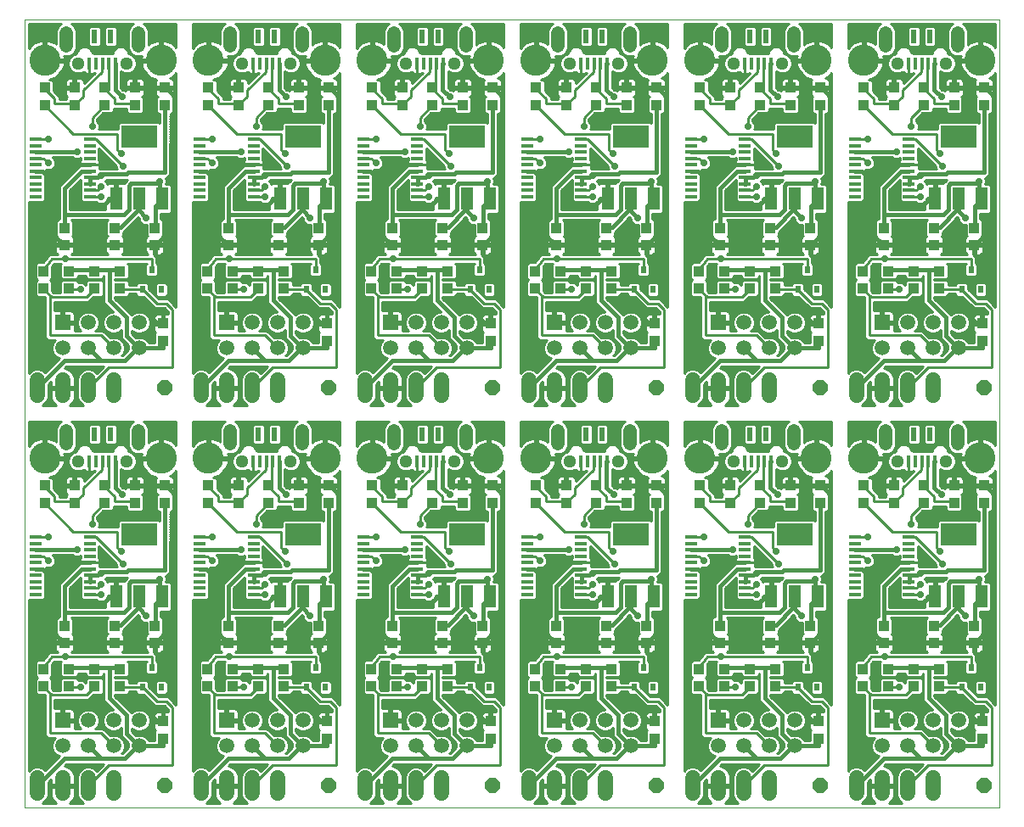
<source format=gtl>
G75*
G70*
%OFA0B0*%
%FSLAX25Y25*%
%IPPOS*%
%LPD*%
%AMOC8*
5,1,8,0,0,1.08239X$1,22.5*
%
%ADD12R,0.14170X0.08660*%
%ADD16C,0.02800*%
%ADD18C,0.05120*%
%ADD20C,0.06000*%
%ADD22C,0.01600*%
%ADD28C,0.01000*%
%ADD31OC8,0.06000*%
%ADD33C,0.12200*%
%ADD39C,0.05310*%
%ADD40R,0.04330X0.03940*%
%ADD41R,0.04800X0.08800*%
%ADD48R,0.02360X0.02760*%
%ADD49C,0.05910*%
%ADD55R,0.01570X0.04920*%
%ADD63R,0.05910X0.05910*%
%ADD64R,0.02360X0.05310*%
%ADD66R,0.03940X0.04330*%
%ADD73R,0.04500X0.01500*%
X0010000Y0010000D02*
G75*
%LPD*%
D66*
X0017500Y0057640D03*
X0017500Y0064330D03*
X0025750Y0074570D03*
X0025750Y0081260D03*
X0045440Y0081260D03*
X0045440Y0074570D03*
X0061180Y0074570D03*
X0061180Y0081260D03*
X0064380Y0043710D03*
X0064380Y0037010D03*
X0065120Y0129690D03*
X0065120Y0136380D03*
X0053310Y0136380D03*
X0053310Y0129690D03*
X0029690Y0129690D03*
X0029690Y0136380D03*
D40*
X0041500Y0136380D03*
X0041500Y0129690D03*
X0017880Y0129690D03*
X0017880Y0136380D03*
X0027500Y0064330D03*
X0027500Y0057640D03*
X0037500Y0057640D03*
X0037500Y0064330D03*
X0047500Y0064330D03*
X0047500Y0057640D03*
D73*
X0035550Y0093670D03*
X0035550Y0096170D03*
X0035550Y0098670D03*
X0035550Y0101170D03*
X0035550Y0103670D03*
X0035550Y0106170D03*
X0035550Y0108670D03*
X0035550Y0111170D03*
X0035550Y0113670D03*
X0035550Y0116170D03*
X0014450Y0116170D03*
X0014450Y0113670D03*
X0014450Y0111170D03*
X0014450Y0108670D03*
X0014450Y0106170D03*
X0014450Y0103670D03*
X0014450Y0101170D03*
X0014450Y0098670D03*
X0014450Y0096170D03*
X0014450Y0093670D03*
D63*
X0025000Y0044110D03*
D49*
X0025000Y0034110D03*
X0035000Y0034110D03*
X0035000Y0044110D03*
X0045000Y0044110D03*
X0045000Y0034110D03*
X0055000Y0034110D03*
X0055000Y0044110D03*
D48*
X0056260Y0057050D03*
X0060000Y0064920D03*
X0063740Y0057050D03*
D20*
X0045000Y0021480D02*
X0045000Y0015480D01*
X0035000Y0015480D02*
X0035000Y0021480D01*
X0025000Y0021480D02*
X0025000Y0015480D01*
X0015000Y0015480D02*
X0015000Y0021480D01*
D31*
X0065000Y0018480D03*
D41*
X0064100Y0092720D03*
X0055000Y0092720D03*
X0045900Y0092720D03*
D12*
X0055000Y0117120D03*
D64*
X0043740Y0156560D03*
X0037440Y0156560D03*
D55*
X0038030Y0146020D03*
X0035480Y0146020D03*
X0040590Y0146020D03*
X0043150Y0146020D03*
X0045710Y0146020D03*
D18*
X0050140Y0145930D03*
X0031050Y0145930D03*
D39*
X0026420Y0152720D02*
X0026420Y0158030D01*
X0054770Y0158030D02*
X0054770Y0152720D01*
D33*
X0063550Y0147200D03*
X0017880Y0147200D03*
D28*
X0011700Y0091620D02*
X0011700Y0024270D01*
X0012570Y0025130D01*
X0014150Y0025780D01*
X0015860Y0025780D01*
X0017440Y0025130D01*
X0018060Y0024510D01*
X0023530Y0029980D01*
X0023630Y0030080D01*
X0022590Y0030500D01*
X0021400Y0031700D01*
X0020750Y0033260D01*
X0020750Y0034960D01*
X0021400Y0036520D01*
X0022190Y0037310D01*
X0019260Y0037310D01*
X0018200Y0038360D01*
X0018200Y0053990D01*
X0018020Y0054170D01*
X0015000Y0054170D01*
X0014230Y0054930D01*
X0014230Y0060340D01*
X0014880Y0060980D01*
X0014230Y0061630D01*
X0014230Y0067030D01*
X0015000Y0067800D01*
X0017480Y0067800D01*
X0018830Y0069690D01*
X0018830Y0069850D01*
X0019250Y0070280D01*
X0019600Y0070760D01*
X0019760Y0070790D01*
X0019880Y0070910D01*
X0020480Y0070910D01*
X0021070Y0071010D01*
X0021200Y0070910D01*
X0022970Y0070910D01*
X0022740Y0071040D01*
X0022420Y0071360D01*
X0022200Y0071750D01*
X0022080Y0072180D01*
X0022080Y0074080D01*
X0025270Y0074080D01*
X0025270Y0075050D01*
X0022080Y0075050D01*
X0022080Y0076960D01*
X0022200Y0077390D01*
X0022420Y0077780D01*
X0022740Y0078090D01*
X0022870Y0078170D01*
X0022480Y0078560D01*
X0022480Y0083960D01*
X0023240Y0084730D01*
X0023650Y0084730D01*
X0023650Y0097800D01*
X0030400Y0104550D01*
X0031600Y0105750D01*
X0031600Y0106170D01*
X0035550Y0106170D01*
X0035550Y0106170D01*
X0031600Y0106170D01*
X0031600Y0107150D01*
X0031720Y0107580D01*
X0031940Y0107970D01*
X0032000Y0108030D01*
X0032000Y0108820D01*
X0031170Y0108470D01*
X0030090Y0108470D01*
X0029100Y0108880D01*
X0028910Y0109070D01*
X0020920Y0109070D01*
X0021670Y0108330D01*
X0022080Y0107330D01*
X0022080Y0106260D01*
X0021670Y0105270D01*
X0020910Y0104510D01*
X0019920Y0104100D01*
X0018840Y0104100D01*
X0018400Y0104280D01*
X0018400Y0103670D01*
X0014450Y0103670D01*
X0014450Y0103670D01*
X0018400Y0103670D01*
X0018400Y0102700D01*
X0018290Y0102270D01*
X0018060Y0101880D01*
X0018000Y0101820D01*
X0018000Y0092380D01*
X0017240Y0091620D01*
X0011700Y0091620D01*
X0011700Y0090770D02*
X0023650Y0090770D01*
X0023650Y0091750D02*
X0017370Y0091750D01*
X0018000Y0092740D02*
X0023650Y0092740D01*
X0023650Y0093720D02*
X0018000Y0093720D01*
X0018000Y0094710D02*
X0023650Y0094710D01*
X0023650Y0095690D02*
X0018000Y0095690D01*
X0018000Y0096680D02*
X0023650Y0096680D01*
X0023650Y0097660D02*
X0018000Y0097660D01*
X0018000Y0098650D02*
X0024500Y0098650D01*
X0025480Y0099630D02*
X0018000Y0099630D01*
X0018000Y0100620D02*
X0026470Y0100620D01*
X0027450Y0101600D02*
X0018000Y0101600D01*
X0018370Y0102590D02*
X0028440Y0102590D01*
X0029420Y0103570D02*
X0018400Y0103570D01*
X0019380Y0106800D02*
X0017500Y0108670D01*
X0014450Y0108670D01*
X0014450Y0116170D02*
X0019380Y0116170D01*
X0021490Y0108500D02*
X0030020Y0108500D01*
X0031230Y0108500D02*
X0032000Y0108500D01*
X0031700Y0107510D02*
X0022000Y0107510D01*
X0022080Y0106530D02*
X0031600Y0106530D01*
X0031390Y0105540D02*
X0021780Y0105540D01*
X0020960Y0104560D02*
X0030410Y0104560D01*
X0032000Y0100210D02*
X0032000Y0092380D01*
X0032760Y0091620D01*
X0038240Y0091620D01*
X0038490Y0091370D01*
X0039490Y0090960D01*
X0040560Y0090960D01*
X0041550Y0091370D01*
X0041800Y0091620D01*
X0041800Y0088680D01*
X0027850Y0088680D01*
X0027850Y0096060D01*
X0032000Y0100210D01*
X0032000Y0099630D02*
X0031420Y0099630D01*
X0032000Y0098650D02*
X0030440Y0098650D01*
X0029450Y0097660D02*
X0032000Y0097660D01*
X0032000Y0096680D02*
X0028470Y0096680D01*
X0027850Y0095690D02*
X0032000Y0095690D01*
X0032000Y0094710D02*
X0027850Y0094710D01*
X0027850Y0093720D02*
X0032000Y0093720D01*
X0032000Y0092740D02*
X0027850Y0092740D01*
X0027850Y0091750D02*
X0032630Y0091750D01*
X0035550Y0093670D02*
X0035590Y0093660D01*
X0040020Y0093660D01*
X0038550Y0096120D02*
X0040020Y0097600D01*
X0038550Y0096120D02*
X0035590Y0096120D01*
X0035550Y0096170D01*
X0039250Y0104520D02*
X0039390Y0104770D01*
X0039500Y0105200D01*
X0039500Y0106170D01*
X0035550Y0106170D01*
X0035550Y0106620D01*
X0035550Y0106620D01*
X0035550Y0106170D01*
X0035550Y0106170D01*
X0035550Y0106170D01*
X0039500Y0106170D01*
X0039500Y0107150D01*
X0039390Y0107580D01*
X0039160Y0107970D01*
X0039100Y0108030D01*
X0039100Y0112650D01*
X0046050Y0105700D01*
X0046050Y0105010D01*
X0046260Y0104520D01*
X0039250Y0104520D01*
X0039270Y0104560D02*
X0046240Y0104560D01*
X0046050Y0105540D02*
X0039500Y0105540D01*
X0039500Y0106530D02*
X0045220Y0106530D01*
X0044240Y0107510D02*
X0039400Y0107510D01*
X0039100Y0108500D02*
X0043250Y0108500D01*
X0042270Y0109480D02*
X0039100Y0109480D01*
X0039100Y0110470D02*
X0041280Y0110470D01*
X0040300Y0111450D02*
X0039100Y0111450D01*
X0039100Y0112440D02*
X0039310Y0112440D01*
X0038130Y0116170D02*
X0048750Y0105550D01*
X0047900Y0110390D02*
X0046420Y0111870D01*
X0046420Y0118270D01*
X0029200Y0118270D01*
X0017880Y0129590D01*
X0017880Y0129690D01*
X0021810Y0132050D02*
X0017880Y0135980D01*
X0017880Y0136380D01*
X0019820Y0139650D02*
X0020390Y0139800D01*
X0021340Y0140190D01*
X0022220Y0140700D01*
X0023030Y0141330D01*
X0023760Y0142050D01*
X0024380Y0142860D01*
X0024890Y0143750D01*
X0025280Y0144690D01*
X0025550Y0145680D01*
X0025680Y0146690D01*
X0025680Y0146700D01*
X0018380Y0146700D01*
X0018380Y0147700D01*
X0025680Y0147700D01*
X0025680Y0147720D01*
X0025550Y0148730D01*
X0025530Y0148800D01*
X0025630Y0148760D01*
X0027210Y0148760D01*
X0028660Y0149360D01*
X0029780Y0150470D01*
X0030380Y0151930D01*
X0030380Y0158820D01*
X0029780Y0160270D01*
X0028660Y0161390D01*
X0028370Y0161510D01*
X0052820Y0161510D01*
X0052530Y0161390D01*
X0051410Y0160270D01*
X0050810Y0158820D01*
X0050810Y0151930D01*
X0051410Y0150470D01*
X0052530Y0149360D01*
X0053980Y0148760D01*
X0055550Y0148760D01*
X0055930Y0148910D01*
X0055880Y0148730D01*
X0055740Y0147720D01*
X0055740Y0147700D01*
X0063050Y0147700D01*
X0063050Y0146700D01*
X0055740Y0146700D01*
X0055740Y0146690D01*
X0055880Y0145680D01*
X0056140Y0144690D01*
X0056530Y0143750D01*
X0057050Y0142860D01*
X0057670Y0142050D01*
X0058390Y0141330D01*
X0059200Y0140700D01*
X0060090Y0140190D01*
X0061030Y0139800D01*
X0061800Y0139600D01*
X0061790Y0139590D01*
X0061570Y0139200D01*
X0061450Y0138770D01*
X0061450Y0136860D01*
X0064640Y0136860D01*
X0064640Y0135890D01*
X0061450Y0135890D01*
X0061450Y0133990D01*
X0061570Y0133560D01*
X0061790Y0133170D01*
X0062110Y0132850D01*
X0062240Y0132780D01*
X0061850Y0132390D01*
X0061850Y0126980D01*
X0062610Y0126220D01*
X0063010Y0126220D01*
X0062990Y0122390D01*
X0062630Y0122750D01*
X0047380Y0122750D01*
X0046620Y0121990D01*
X0046620Y0120070D01*
X0039020Y0120070D01*
X0039280Y0120680D01*
X0039280Y0121760D01*
X0038870Y0122750D01*
X0038380Y0123240D01*
X0038380Y0123920D01*
X0040870Y0126420D01*
X0044200Y0126420D01*
X0044960Y0127180D01*
X0044960Y0128280D01*
X0050040Y0128280D01*
X0050040Y0126980D01*
X0050800Y0126220D01*
X0055820Y0126220D01*
X0056580Y0126980D01*
X0056580Y0132390D01*
X0056190Y0132780D01*
X0056320Y0132850D01*
X0056640Y0133170D01*
X0056860Y0133560D01*
X0056980Y0133990D01*
X0056980Y0135890D01*
X0053790Y0135890D01*
X0053790Y0136860D01*
X0052830Y0136860D01*
X0052830Y0140240D01*
X0051120Y0140240D01*
X0050690Y0140130D01*
X0050300Y0139900D01*
X0049980Y0139590D01*
X0049760Y0139200D01*
X0049640Y0138770D01*
X0049640Y0136860D01*
X0052830Y0136860D01*
X0052830Y0135890D01*
X0049640Y0135890D01*
X0049640Y0135280D01*
X0048790Y0135630D01*
X0048520Y0135630D01*
X0047650Y0136500D01*
X0047650Y0142880D01*
X0047690Y0142920D01*
X0047950Y0142650D01*
X0049370Y0142070D01*
X0050910Y0142070D01*
X0052330Y0142650D01*
X0053410Y0143740D01*
X0054000Y0145160D01*
X0054000Y0146690D01*
X0053410Y0148110D01*
X0052330Y0149200D01*
X0050910Y0149780D01*
X0050760Y0149780D01*
X0050760Y0150080D01*
X0050290Y0151210D01*
X0049420Y0152080D01*
X0048290Y0152550D01*
X0047070Y0152550D01*
X0045940Y0152080D01*
X0045070Y0151210D01*
X0044600Y0150080D01*
X0044600Y0149780D01*
X0037370Y0149780D01*
X0037310Y0149840D01*
X0036920Y0150070D01*
X0036550Y0150170D01*
X0036120Y0151210D01*
X0035250Y0152080D01*
X0034120Y0152550D01*
X0032890Y0152550D01*
X0031760Y0152080D01*
X0030900Y0151210D01*
X0030430Y0150080D01*
X0030430Y0149780D01*
X0030280Y0149780D01*
X0028860Y0149200D01*
X0027770Y0148110D01*
X0027190Y0146690D01*
X0027190Y0145160D01*
X0027770Y0143740D01*
X0028860Y0142650D01*
X0030280Y0142070D01*
X0031810Y0142070D01*
X0033230Y0142650D01*
X0033240Y0142660D01*
X0033330Y0142520D01*
X0033640Y0142200D01*
X0034030Y0141980D01*
X0034460Y0141860D01*
X0035480Y0141860D01*
X0036490Y0141860D01*
X0036920Y0141980D01*
X0037310Y0142200D01*
X0037370Y0142260D01*
X0037570Y0142260D01*
X0033360Y0138280D01*
X0033360Y0138770D01*
X0033240Y0139200D01*
X0033020Y0139590D01*
X0032700Y0139900D01*
X0032310Y0140130D01*
X0031880Y0140240D01*
X0030170Y0140240D01*
X0030170Y0136860D01*
X0029200Y0136860D01*
X0029200Y0135890D01*
X0026020Y0135890D01*
X0026020Y0133990D01*
X0026140Y0133560D01*
X0026360Y0133170D01*
X0026680Y0132850D01*
X0026810Y0132780D01*
X0026420Y0132390D01*
X0026420Y0131880D01*
X0023610Y0131880D01*
X0023610Y0132790D01*
X0021340Y0135060D01*
X0021340Y0138880D01*
X0020580Y0139650D01*
X0019820Y0139650D01*
X0020920Y0140020D02*
X0026880Y0140020D01*
X0027060Y0140130D02*
X0026680Y0139900D01*
X0026360Y0139590D01*
X0026140Y0139200D01*
X0026020Y0138770D01*
X0026020Y0136860D01*
X0029200Y0136860D01*
X0029200Y0140240D01*
X0027500Y0140240D01*
X0027060Y0140130D01*
X0026090Y0139030D02*
X0021190Y0139030D01*
X0021340Y0138050D02*
X0026020Y0138050D01*
X0026020Y0137060D02*
X0021340Y0137060D01*
X0021340Y0136080D02*
X0029200Y0136080D01*
X0029200Y0137060D02*
X0030170Y0137060D01*
X0030170Y0138050D02*
X0029200Y0138050D01*
X0029200Y0139030D02*
X0030170Y0139030D01*
X0030170Y0140020D02*
X0029200Y0140020D01*
X0028540Y0142970D02*
X0024440Y0142970D01*
X0024980Y0143960D02*
X0027680Y0143960D01*
X0027280Y0144940D02*
X0025350Y0144940D01*
X0025580Y0145930D02*
X0027190Y0145930D01*
X0027280Y0146910D02*
X0018380Y0146910D01*
X0018380Y0147700D02*
X0017380Y0147700D01*
X0017380Y0155010D01*
X0017370Y0155010D01*
X0016350Y0154870D01*
X0015360Y0154610D01*
X0014420Y0154220D01*
X0013530Y0153710D01*
X0012720Y0153080D01*
X0012000Y0152360D01*
X0011700Y0151980D01*
X0011700Y0161510D01*
X0024470Y0161510D01*
X0024180Y0161390D01*
X0023070Y0160270D01*
X0022460Y0158820D01*
X0022460Y0153520D01*
X0022220Y0153710D01*
X0021340Y0154220D01*
X0020390Y0154610D01*
X0019400Y0154870D01*
X0018390Y0155010D01*
X0018380Y0155010D01*
X0018380Y0147700D01*
X0018380Y0147900D02*
X0017380Y0147900D01*
X0017380Y0148880D02*
X0018380Y0148880D01*
X0018380Y0149870D02*
X0017380Y0149870D01*
X0017380Y0150850D02*
X0018380Y0150850D01*
X0018380Y0151840D02*
X0017380Y0151840D01*
X0017380Y0152820D02*
X0018380Y0152820D01*
X0018380Y0153810D02*
X0017380Y0153810D01*
X0017380Y0154790D02*
X0018380Y0154790D01*
X0019700Y0154790D02*
X0022460Y0154790D01*
X0022460Y0153810D02*
X0022040Y0153810D01*
X0022460Y0155780D02*
X0011700Y0155780D01*
X0011700Y0156760D02*
X0022460Y0156760D01*
X0022460Y0157750D02*
X0011700Y0157750D01*
X0011700Y0158730D02*
X0022460Y0158730D01*
X0022840Y0159720D02*
X0011700Y0159720D01*
X0011700Y0160700D02*
X0023500Y0160700D01*
X0029340Y0160700D02*
X0051840Y0160700D01*
X0051180Y0159720D02*
X0046220Y0159720D01*
X0046220Y0159750D02*
X0045460Y0160510D01*
X0042020Y0160510D01*
X0041260Y0159750D01*
X0041260Y0153360D01*
X0042020Y0152600D01*
X0045460Y0152600D01*
X0046220Y0153360D01*
X0046220Y0159750D01*
X0046220Y0158730D02*
X0050810Y0158730D01*
X0050810Y0157750D02*
X0046220Y0157750D01*
X0046220Y0156760D02*
X0050810Y0156760D01*
X0050810Y0155780D02*
X0046220Y0155780D01*
X0046220Y0154790D02*
X0050810Y0154790D01*
X0050810Y0153810D02*
X0046220Y0153810D01*
X0045690Y0152820D02*
X0050810Y0152820D01*
X0050850Y0151840D02*
X0049660Y0151840D01*
X0050440Y0150850D02*
X0051250Y0150850D01*
X0050760Y0149870D02*
X0052020Y0149870D01*
X0052640Y0148880D02*
X0053680Y0148880D01*
X0053500Y0147900D02*
X0055770Y0147900D01*
X0055860Y0148880D02*
X0055920Y0148880D01*
X0055840Y0145930D02*
X0054000Y0145930D01*
X0053910Y0146910D02*
X0063050Y0146910D01*
X0063050Y0147700D02*
X0063050Y0155010D01*
X0063040Y0155010D01*
X0062020Y0154870D01*
X0061030Y0154610D01*
X0060090Y0154220D01*
X0059200Y0153710D01*
X0058720Y0153340D01*
X0058720Y0158820D01*
X0058120Y0160270D01*
X0057010Y0161390D01*
X0056710Y0161510D01*
X0069500Y0161510D01*
X0069500Y0152260D01*
X0069430Y0152360D01*
X0068700Y0153080D01*
X0067890Y0153710D01*
X0067000Y0154220D01*
X0066060Y0154610D01*
X0065070Y0154870D01*
X0064060Y0155010D01*
X0064050Y0155010D01*
X0064050Y0147700D01*
X0063050Y0147700D01*
X0063050Y0147900D02*
X0064050Y0147900D01*
X0064050Y0148880D02*
X0063050Y0148880D01*
X0063050Y0149870D02*
X0064050Y0149870D01*
X0064050Y0150850D02*
X0063050Y0150850D01*
X0063050Y0151840D02*
X0064050Y0151840D01*
X0064050Y0152820D02*
X0063050Y0152820D01*
X0063050Y0153810D02*
X0064050Y0153810D01*
X0064050Y0154790D02*
X0063050Y0154790D01*
X0061730Y0154790D02*
X0058720Y0154790D01*
X0058720Y0153810D02*
X0059380Y0153810D01*
X0058720Y0155780D02*
X0069500Y0155780D01*
X0069500Y0156760D02*
X0058720Y0156760D01*
X0058720Y0157750D02*
X0069500Y0157750D01*
X0069500Y0158730D02*
X0058720Y0158730D01*
X0058350Y0159720D02*
X0069500Y0159720D01*
X0069500Y0160700D02*
X0057690Y0160700D01*
X0056070Y0144940D02*
X0053910Y0144940D01*
X0053500Y0143960D02*
X0056450Y0143960D01*
X0056980Y0142970D02*
X0052650Y0142970D01*
X0052830Y0140020D02*
X0053790Y0140020D01*
X0053790Y0140240D02*
X0053790Y0136860D01*
X0056980Y0136860D01*
X0056980Y0138770D01*
X0056860Y0139200D01*
X0056640Y0139590D01*
X0056320Y0139900D01*
X0055930Y0140130D01*
X0055500Y0140240D01*
X0053790Y0140240D01*
X0053790Y0139030D02*
X0052830Y0139030D01*
X0052830Y0138050D02*
X0053790Y0138050D01*
X0053790Y0137060D02*
X0052830Y0137060D01*
X0052830Y0136080D02*
X0048080Y0136080D01*
X0047650Y0137060D02*
X0049640Y0137060D01*
X0049640Y0138050D02*
X0047650Y0138050D01*
X0047650Y0139030D02*
X0049710Y0139030D01*
X0050500Y0140020D02*
X0047650Y0140020D01*
X0047650Y0141000D02*
X0058810Y0141000D01*
X0057730Y0141990D02*
X0047650Y0141990D01*
X0044600Y0149870D02*
X0037260Y0149870D01*
X0036260Y0150850D02*
X0044920Y0150850D01*
X0045700Y0151840D02*
X0035490Y0151840D01*
X0035720Y0152600D02*
X0034960Y0153360D01*
X0034960Y0159750D01*
X0035720Y0160510D01*
X0039160Y0160510D01*
X0039930Y0159750D01*
X0039930Y0153360D01*
X0039160Y0152600D01*
X0035720Y0152600D01*
X0035500Y0152820D02*
X0030380Y0152820D01*
X0030340Y0151840D02*
X0031530Y0151840D01*
X0030750Y0150850D02*
X0029930Y0150850D01*
X0030430Y0149870D02*
X0029170Y0149870D01*
X0028550Y0148880D02*
X0027510Y0148880D01*
X0027690Y0147900D02*
X0025660Y0147900D01*
X0023700Y0141990D02*
X0034010Y0141990D01*
X0035480Y0141990D02*
X0035480Y0141990D01*
X0035480Y0141860D02*
X0035480Y0146020D01*
X0035480Y0146020D01*
X0035480Y0141860D01*
X0035480Y0142970D02*
X0035480Y0142970D01*
X0035480Y0143960D02*
X0035480Y0143960D01*
X0035480Y0144940D02*
X0035480Y0144940D01*
X0035480Y0145930D02*
X0035480Y0145930D01*
X0036940Y0141990D02*
X0037280Y0141990D01*
X0036240Y0141000D02*
X0022610Y0141000D01*
X0021340Y0135090D02*
X0026020Y0135090D01*
X0026020Y0134110D02*
X0022300Y0134110D01*
X0023280Y0133120D02*
X0026400Y0133120D01*
X0026420Y0132140D02*
X0023610Y0132140D01*
X0021810Y0132050D02*
X0021810Y0130080D01*
X0029690Y0130080D01*
X0029690Y0129690D01*
X0030180Y0130080D01*
X0033130Y0133030D01*
X0033130Y0135590D01*
X0040420Y0142480D01*
X0040420Y0146810D01*
X0040590Y0146020D01*
X0042880Y0146810D02*
X0043150Y0146020D01*
X0042880Y0146810D02*
X0042880Y0135490D01*
X0041500Y0136380D01*
X0041500Y0135980D01*
X0045440Y0132050D01*
X0045440Y0130080D01*
X0053310Y0130080D01*
X0053310Y0129690D01*
X0050790Y0126230D02*
X0040690Y0126230D01*
X0039700Y0125240D02*
X0063000Y0125240D01*
X0063000Y0124260D02*
X0038720Y0124260D01*
X0038380Y0123270D02*
X0062990Y0123270D01*
X0062600Y0126230D02*
X0055830Y0126230D01*
X0056580Y0127210D02*
X0061850Y0127210D01*
X0061850Y0128200D02*
X0056580Y0128200D01*
X0056580Y0129180D02*
X0061850Y0129180D01*
X0061850Y0130170D02*
X0056580Y0130170D01*
X0056580Y0131150D02*
X0061850Y0131150D01*
X0061850Y0132140D02*
X0056580Y0132140D01*
X0056590Y0133120D02*
X0061840Y0133120D01*
X0061450Y0134110D02*
X0056980Y0134110D01*
X0056980Y0135090D02*
X0061450Y0135090D01*
X0061450Y0137060D02*
X0056980Y0137060D01*
X0056980Y0138050D02*
X0061450Y0138050D01*
X0061520Y0139030D02*
X0056910Y0139030D01*
X0056120Y0140020D02*
X0060500Y0140020D01*
X0064640Y0136080D02*
X0053790Y0136080D01*
X0050040Y0128200D02*
X0044960Y0128200D01*
X0044960Y0127210D02*
X0050040Y0127210D01*
X0046910Y0122290D02*
X0039060Y0122290D01*
X0039280Y0121300D02*
X0046620Y0121300D01*
X0046620Y0120320D02*
X0039130Y0120320D01*
X0038130Y0116170D02*
X0035550Y0116170D01*
X0036580Y0121220D02*
X0036580Y0124670D01*
X0041500Y0129590D01*
X0041500Y0129690D01*
X0035200Y0140020D02*
X0032500Y0140020D01*
X0033280Y0139030D02*
X0034150Y0139030D01*
X0039390Y0152820D02*
X0041800Y0152820D01*
X0041260Y0153810D02*
X0039930Y0153810D01*
X0039930Y0154790D02*
X0041260Y0154790D01*
X0041260Y0155780D02*
X0039930Y0155780D01*
X0039930Y0156760D02*
X0041260Y0156760D01*
X0041260Y0157750D02*
X0039930Y0157750D01*
X0039930Y0158730D02*
X0041260Y0158730D01*
X0041260Y0159720D02*
X0039930Y0159720D01*
X0034960Y0159720D02*
X0030000Y0159720D01*
X0030380Y0158730D02*
X0034960Y0158730D01*
X0034960Y0157750D02*
X0030380Y0157750D01*
X0030380Y0156760D02*
X0034960Y0156760D01*
X0034960Y0155780D02*
X0030380Y0155780D01*
X0030380Y0154790D02*
X0034960Y0154790D01*
X0034960Y0153810D02*
X0030380Y0153810D01*
X0016060Y0154790D02*
X0011700Y0154790D01*
X0011700Y0153810D02*
X0013710Y0153810D01*
X0012460Y0152820D02*
X0011700Y0152820D01*
X0035550Y0106530D02*
X0035550Y0106530D01*
X0042290Y0100270D02*
X0041730Y0099710D01*
X0042310Y0099130D01*
X0042560Y0098540D01*
X0042850Y0098710D01*
X0043280Y0098820D01*
X0045400Y0098820D01*
X0045400Y0093220D01*
X0042720Y0093220D01*
X0042720Y0093120D01*
X0042350Y0092220D01*
X0045400Y0092220D01*
X0045400Y0093220D01*
X0046400Y0093220D01*
X0046400Y0098820D01*
X0048530Y0098820D01*
X0048880Y0098730D01*
X0049750Y0099600D01*
X0050470Y0100320D01*
X0042310Y0100320D01*
X0042290Y0100270D01*
X0041810Y0099630D02*
X0049780Y0099630D01*
X0046400Y0098650D02*
X0045400Y0098650D01*
X0045400Y0097660D02*
X0046400Y0097660D01*
X0046400Y0096680D02*
X0045400Y0096680D01*
X0045400Y0095690D02*
X0046400Y0095690D01*
X0046400Y0094710D02*
X0045400Y0094710D01*
X0045400Y0093720D02*
X0046400Y0093720D01*
X0045400Y0092740D02*
X0042560Y0092740D01*
X0041800Y0090770D02*
X0027850Y0090770D01*
X0027850Y0089780D02*
X0041800Y0089780D01*
X0041800Y0088800D02*
X0027850Y0088800D01*
X0028500Y0084480D02*
X0042690Y0084480D01*
X0042170Y0083960D01*
X0042170Y0078560D01*
X0042560Y0078170D01*
X0042420Y0078090D01*
X0042110Y0077780D01*
X0041880Y0077390D01*
X0041770Y0076960D01*
X0041770Y0075050D01*
X0044950Y0075050D01*
X0044950Y0074080D01*
X0041770Y0074080D01*
X0041770Y0072180D01*
X0041880Y0071750D01*
X0042110Y0071360D01*
X0042420Y0071040D01*
X0042650Y0070910D01*
X0028530Y0070910D01*
X0028760Y0071040D01*
X0029080Y0071360D01*
X0029300Y0071750D01*
X0029420Y0072180D01*
X0029420Y0074080D01*
X0026240Y0074080D01*
X0026240Y0075050D01*
X0029420Y0075050D01*
X0029420Y0076960D01*
X0029300Y0077390D01*
X0029080Y0077780D01*
X0028760Y0078090D01*
X0028630Y0078170D01*
X0029020Y0078560D01*
X0029020Y0083960D01*
X0028500Y0084480D01*
X0029020Y0083870D02*
X0042170Y0083870D01*
X0042170Y0082890D02*
X0029020Y0082890D01*
X0029020Y0081900D02*
X0042170Y0081900D01*
X0042170Y0080920D02*
X0029020Y0080920D01*
X0029020Y0079930D02*
X0042170Y0079930D01*
X0042170Y0078950D02*
X0029020Y0078950D01*
X0028890Y0077960D02*
X0042300Y0077960D01*
X0041770Y0076980D02*
X0029410Y0076980D01*
X0029420Y0075990D02*
X0041770Y0075990D01*
X0041770Y0074020D02*
X0029420Y0074020D01*
X0029420Y0073040D02*
X0041770Y0073040D01*
X0041800Y0072050D02*
X0029390Y0072050D01*
X0028790Y0071070D02*
X0042400Y0071070D01*
X0044950Y0075010D02*
X0026240Y0075010D01*
X0025270Y0075010D02*
X0011700Y0075010D01*
X0011700Y0075990D02*
X0022080Y0075990D01*
X0022090Y0076980D02*
X0011700Y0076980D01*
X0011700Y0077960D02*
X0022610Y0077960D01*
X0022480Y0078950D02*
X0011700Y0078950D01*
X0011700Y0079930D02*
X0022480Y0079930D01*
X0022480Y0080920D02*
X0011700Y0080920D01*
X0011700Y0081900D02*
X0022480Y0081900D01*
X0022480Y0082890D02*
X0011700Y0082890D01*
X0011700Y0083870D02*
X0022480Y0083870D01*
X0023650Y0084860D02*
X0011700Y0084860D01*
X0011700Y0085840D02*
X0023650Y0085840D01*
X0023650Y0086830D02*
X0011700Y0086830D01*
X0011700Y0087810D02*
X0023650Y0087810D01*
X0023650Y0088800D02*
X0011700Y0088800D01*
X0011700Y0089780D02*
X0023650Y0089780D01*
X0022080Y0074020D02*
X0011700Y0074020D01*
X0011700Y0073040D02*
X0022080Y0073040D01*
X0022120Y0072050D02*
X0011700Y0072050D01*
X0011700Y0071070D02*
X0022710Y0071070D01*
X0020630Y0069110D02*
X0017500Y0064730D01*
X0017500Y0064330D01*
X0017710Y0068110D02*
X0011700Y0068110D01*
X0011700Y0067130D02*
X0014330Y0067130D01*
X0014230Y0066140D02*
X0011700Y0066140D01*
X0011700Y0065160D02*
X0014230Y0065160D01*
X0014230Y0064170D02*
X0011700Y0064170D01*
X0011700Y0063190D02*
X0014230Y0063190D01*
X0014230Y0062200D02*
X0011700Y0062200D01*
X0011700Y0061220D02*
X0014640Y0061220D01*
X0014230Y0060230D02*
X0011700Y0060230D01*
X0011700Y0059250D02*
X0014230Y0059250D01*
X0014230Y0058260D02*
X0011700Y0058260D01*
X0011700Y0057280D02*
X0014230Y0057280D01*
X0014230Y0056290D02*
X0011700Y0056290D01*
X0011700Y0055310D02*
X0014230Y0055310D01*
X0014840Y0054320D02*
X0011700Y0054320D01*
X0011700Y0053340D02*
X0018200Y0053340D01*
X0018200Y0052350D02*
X0011700Y0052350D01*
X0011700Y0051370D02*
X0018200Y0051370D01*
X0018200Y0050380D02*
X0011700Y0050380D01*
X0011700Y0049400D02*
X0018200Y0049400D01*
X0018200Y0048410D02*
X0011700Y0048410D01*
X0011700Y0047430D02*
X0018200Y0047430D01*
X0018200Y0046440D02*
X0011700Y0046440D01*
X0011700Y0045460D02*
X0018200Y0045460D01*
X0018200Y0044470D02*
X0011700Y0044470D01*
X0011700Y0043490D02*
X0018200Y0043490D01*
X0018200Y0042500D02*
X0011700Y0042500D01*
X0011700Y0041520D02*
X0018200Y0041520D01*
X0018200Y0040530D02*
X0011700Y0040530D01*
X0011700Y0039550D02*
X0018200Y0039550D01*
X0018200Y0038560D02*
X0011700Y0038560D01*
X0011700Y0037580D02*
X0018990Y0037580D01*
X0020000Y0039110D02*
X0040000Y0039110D01*
X0045000Y0034110D01*
X0043550Y0038110D02*
X0044160Y0038360D01*
X0045850Y0038360D01*
X0047410Y0037710D01*
X0048610Y0036520D01*
X0049260Y0034960D01*
X0049260Y0033260D01*
X0048610Y0031700D01*
X0048120Y0031210D01*
X0048510Y0031210D01*
X0050750Y0033450D01*
X0050750Y0034960D01*
X0050830Y0035140D01*
X0047950Y0038010D01*
X0047950Y0041040D01*
X0047410Y0040500D01*
X0045850Y0039860D01*
X0044160Y0039860D01*
X0042590Y0040500D01*
X0041400Y0041700D01*
X0040750Y0043260D01*
X0040750Y0044960D01*
X0041400Y0046520D01*
X0042590Y0047710D01*
X0044160Y0048360D01*
X0044810Y0048360D01*
X0041200Y0051960D01*
X0041200Y0062630D01*
X0040970Y0062630D01*
X0040970Y0061820D01*
X0040210Y0061060D01*
X0034800Y0061060D01*
X0034040Y0061820D01*
X0034040Y0062630D01*
X0030970Y0062630D01*
X0030970Y0061820D01*
X0030210Y0061060D01*
X0024800Y0061060D01*
X0024040Y0061820D01*
X0024040Y0066840D01*
X0024280Y0067080D01*
X0024050Y0067310D01*
X0021550Y0067310D01*
X0020770Y0066210D01*
X0020770Y0061630D01*
X0020130Y0060980D01*
X0020770Y0060340D01*
X0020770Y0056510D01*
X0021060Y0056220D01*
X0021370Y0055910D01*
X0024040Y0055910D01*
X0024040Y0060140D01*
X0024800Y0060910D01*
X0030210Y0060910D01*
X0030970Y0060140D01*
X0030970Y0059780D01*
X0031340Y0059930D01*
X0032420Y0059930D01*
X0033410Y0059520D01*
X0034040Y0058890D01*
X0034040Y0060140D01*
X0034800Y0060910D01*
X0040210Y0060910D01*
X0040970Y0060140D01*
X0040970Y0055130D01*
X0040210Y0054370D01*
X0037180Y0054370D01*
X0035120Y0052310D01*
X0021800Y0052310D01*
X0021800Y0048760D01*
X0021830Y0048760D01*
X0024520Y0048760D01*
X0024520Y0044590D01*
X0025490Y0044590D01*
X0029660Y0044590D01*
X0029660Y0047290D01*
X0029540Y0047720D01*
X0029320Y0048110D01*
X0029000Y0048420D01*
X0028610Y0048650D01*
X0028180Y0048760D01*
X0025490Y0048760D01*
X0025490Y0044590D01*
X0025490Y0043620D01*
X0029660Y0043620D01*
X0029660Y0040930D01*
X0029650Y0040910D01*
X0032190Y0040910D01*
X0031400Y0041700D01*
X0030750Y0043260D01*
X0030750Y0044960D01*
X0031400Y0046520D01*
X0032590Y0047710D01*
X0034160Y0048360D01*
X0035850Y0048360D01*
X0037410Y0047710D01*
X0038610Y0046520D01*
X0039260Y0044960D01*
X0039260Y0043260D01*
X0038610Y0041700D01*
X0037820Y0040910D01*
X0040750Y0040910D01*
X0043550Y0038110D01*
X0043090Y0038560D02*
X0047950Y0038560D01*
X0047950Y0039550D02*
X0042110Y0039550D01*
X0042560Y0040530D02*
X0041120Y0040530D01*
X0041580Y0041520D02*
X0038430Y0041520D01*
X0038940Y0042500D02*
X0041060Y0042500D01*
X0040750Y0043490D02*
X0039260Y0043490D01*
X0039260Y0044470D02*
X0040750Y0044470D01*
X0040960Y0045460D02*
X0039050Y0045460D01*
X0038640Y0046440D02*
X0041370Y0046440D01*
X0042310Y0047430D02*
X0037700Y0047430D01*
X0035170Y0052350D02*
X0041200Y0052350D01*
X0041200Y0053340D02*
X0036150Y0053340D01*
X0037140Y0054320D02*
X0041200Y0054320D01*
X0041200Y0055310D02*
X0040970Y0055310D01*
X0040970Y0056290D02*
X0041200Y0056290D01*
X0041200Y0057280D02*
X0040970Y0057280D01*
X0040970Y0058260D02*
X0041200Y0058260D01*
X0041200Y0059250D02*
X0040970Y0059250D01*
X0040880Y0060230D02*
X0041200Y0060230D01*
X0041200Y0061220D02*
X0040360Y0061220D01*
X0040970Y0062200D02*
X0041200Y0062200D01*
X0045400Y0061060D02*
X0050210Y0061060D01*
X0050970Y0061820D01*
X0050970Y0066840D01*
X0050500Y0067310D01*
X0057990Y0067310D01*
X0057520Y0066840D01*
X0057520Y0063000D01*
X0058280Y0062240D01*
X0061720Y0062240D01*
X0062480Y0063000D01*
X0062480Y0066840D01*
X0061800Y0067520D01*
X0061800Y0069850D01*
X0060750Y0070910D01*
X0060700Y0070910D01*
X0060700Y0074080D01*
X0061670Y0074080D01*
X0061670Y0070700D01*
X0063380Y0070700D01*
X0063810Y0070820D01*
X0064200Y0071040D01*
X0064510Y0071360D01*
X0064740Y0071750D01*
X0064850Y0072180D01*
X0064850Y0074080D01*
X0061670Y0074080D01*
X0061670Y0075050D01*
X0064850Y0075050D01*
X0064850Y0076960D01*
X0064740Y0077390D01*
X0064510Y0077780D01*
X0064200Y0078090D01*
X0064070Y0078170D01*
X0064450Y0078560D01*
X0064450Y0083960D01*
X0063690Y0084730D01*
X0063400Y0084730D01*
X0063400Y0087020D01*
X0067040Y0087020D01*
X0067800Y0087780D01*
X0067800Y0097660D01*
X0067040Y0098420D01*
X0065520Y0098420D01*
X0065800Y0099100D01*
X0065800Y0100170D01*
X0065480Y0100940D01*
X0065860Y0100940D01*
X0065870Y0100950D01*
X0065870Y0100950D01*
X0066480Y0101560D01*
X0067100Y0102170D01*
X0067100Y0102180D01*
X0067100Y0103040D01*
X0067210Y0126220D01*
X0067630Y0126220D01*
X0068390Y0126980D01*
X0068390Y0132390D01*
X0068000Y0132780D01*
X0068130Y0132850D01*
X0068450Y0133170D01*
X0068670Y0133560D01*
X0068790Y0133990D01*
X0068790Y0135890D01*
X0065610Y0135890D01*
X0065610Y0136860D01*
X0068790Y0136860D01*
X0068790Y0138770D01*
X0068670Y0139200D01*
X0068450Y0139590D01*
X0068130Y0139900D01*
X0067750Y0140130D01*
X0067310Y0140240D01*
X0067090Y0140240D01*
X0067890Y0140700D01*
X0068700Y0141330D01*
X0069430Y0142050D01*
X0069500Y0142150D01*
X0069500Y0050280D01*
X0068870Y0050910D01*
X0066370Y0053410D01*
X0062620Y0053410D01*
X0058740Y0057290D01*
X0058740Y0058960D01*
X0057980Y0059730D01*
X0054540Y0059730D01*
X0053850Y0059030D01*
X0050970Y0059030D01*
X0050970Y0060140D01*
X0050210Y0060910D01*
X0045400Y0060910D01*
X0045400Y0061060D01*
X0047500Y0057640D02*
X0047500Y0057230D01*
X0056250Y0057230D01*
X0056260Y0057050D01*
X0056880Y0056610D01*
X0061880Y0051610D01*
X0065630Y0051610D01*
X0068130Y0049110D01*
X0068130Y0026610D01*
X0043130Y0026610D01*
X0035000Y0018480D01*
X0031360Y0013050D02*
X0032570Y0011840D01*
X0032900Y0011700D01*
X0027790Y0011700D01*
X0028060Y0011900D01*
X0028590Y0012420D01*
X0029020Y0013020D01*
X0029360Y0013680D01*
X0029590Y0014380D01*
X0029700Y0015110D01*
X0029700Y0017980D01*
X0025500Y0017980D01*
X0025500Y0018980D01*
X0029700Y0018980D01*
X0029700Y0021850D01*
X0029590Y0022580D01*
X0029360Y0023290D01*
X0029020Y0023950D01*
X0028590Y0024550D01*
X0028060Y0025070D01*
X0027470Y0025500D01*
X0026810Y0025840D01*
X0026100Y0026070D01*
X0025630Y0026140D01*
X0026500Y0027010D01*
X0040980Y0027010D01*
X0038270Y0024300D01*
X0037440Y0025130D01*
X0035860Y0025780D01*
X0034150Y0025780D01*
X0032570Y0025130D01*
X0031360Y0023920D01*
X0030700Y0022340D01*
X0030700Y0014630D01*
X0031360Y0013050D01*
X0031450Y0012950D02*
X0028970Y0012950D01*
X0029440Y0013940D02*
X0030990Y0013940D01*
X0030700Y0014920D02*
X0029670Y0014920D01*
X0029700Y0015910D02*
X0030700Y0015910D01*
X0030700Y0016890D02*
X0029700Y0016890D01*
X0029700Y0017880D02*
X0030700Y0017880D01*
X0030700Y0018860D02*
X0025500Y0018860D01*
X0024500Y0018860D02*
X0019300Y0018860D01*
X0019300Y0019810D02*
X0020300Y0020810D01*
X0020300Y0018980D01*
X0024500Y0018980D01*
X0024500Y0017980D01*
X0020300Y0017980D01*
X0020300Y0015110D01*
X0020420Y0014380D01*
X0020650Y0013680D01*
X0020980Y0013020D01*
X0021420Y0012420D01*
X0021940Y0011900D01*
X0022220Y0011700D01*
X0017100Y0011700D01*
X0017440Y0011840D01*
X0018650Y0013050D01*
X0019300Y0014630D01*
X0019300Y0019810D01*
X0019340Y0019850D02*
X0020300Y0019850D01*
X0020300Y0017880D02*
X0019300Y0017880D01*
X0019300Y0016890D02*
X0020300Y0016890D01*
X0020300Y0015910D02*
X0019300Y0015910D01*
X0019300Y0014920D02*
X0020330Y0014920D01*
X0020560Y0013940D02*
X0019020Y0013940D01*
X0018550Y0012950D02*
X0021030Y0012950D01*
X0021870Y0011970D02*
X0017570Y0011970D01*
X0017790Y0024770D02*
X0018320Y0024770D01*
X0019310Y0025760D02*
X0015920Y0025760D01*
X0014090Y0025760D02*
X0011700Y0025760D01*
X0011700Y0026740D02*
X0020290Y0026740D01*
X0021280Y0027730D02*
X0011700Y0027730D01*
X0011700Y0028710D02*
X0022260Y0028710D01*
X0023250Y0029700D02*
X0011700Y0029700D01*
X0011700Y0030680D02*
X0022410Y0030680D01*
X0021430Y0031670D02*
X0011700Y0031670D01*
X0011700Y0032650D02*
X0021000Y0032650D01*
X0020750Y0033640D02*
X0011700Y0033640D01*
X0011700Y0034620D02*
X0020750Y0034620D01*
X0021020Y0035610D02*
X0011700Y0035610D01*
X0011700Y0036590D02*
X0021470Y0036590D01*
X0020000Y0039110D02*
X0020000Y0054110D01*
X0020320Y0054420D01*
X0017500Y0057230D01*
X0017500Y0057640D01*
X0020320Y0054420D02*
X0020630Y0054110D01*
X0034380Y0054110D01*
X0037500Y0057230D01*
X0037500Y0057640D01*
X0034640Y0061220D02*
X0030360Y0061220D01*
X0030880Y0060230D02*
X0034130Y0060230D01*
X0034040Y0059250D02*
X0033680Y0059250D01*
X0034040Y0062200D02*
X0030970Y0062200D01*
X0031880Y0057230D02*
X0027500Y0057230D01*
X0027500Y0057640D01*
X0024130Y0060230D02*
X0020770Y0060230D01*
X0020770Y0059250D02*
X0024040Y0059250D01*
X0024040Y0058260D02*
X0020770Y0058260D01*
X0020770Y0057280D02*
X0024040Y0057280D01*
X0024040Y0056290D02*
X0020990Y0056290D01*
X0021800Y0051370D02*
X0041800Y0051370D01*
X0042780Y0050380D02*
X0021800Y0050380D01*
X0021800Y0049400D02*
X0043770Y0049400D01*
X0044750Y0048410D02*
X0029010Y0048410D01*
X0029620Y0047430D02*
X0032310Y0047430D01*
X0031370Y0046440D02*
X0029660Y0046440D01*
X0029660Y0045460D02*
X0030960Y0045460D01*
X0030750Y0044470D02*
X0025490Y0044470D01*
X0025490Y0045460D02*
X0024520Y0045460D01*
X0024520Y0046440D02*
X0025490Y0046440D01*
X0025490Y0047430D02*
X0024520Y0047430D01*
X0024520Y0048410D02*
X0025490Y0048410D01*
X0029660Y0043490D02*
X0030750Y0043490D01*
X0031060Y0042500D02*
X0029660Y0042500D01*
X0029660Y0041520D02*
X0031580Y0041520D01*
X0026230Y0026740D02*
X0040720Y0026740D01*
X0039730Y0025760D02*
X0035920Y0025760D01*
X0034090Y0025760D02*
X0026970Y0025760D01*
X0028360Y0024770D02*
X0032210Y0024770D01*
X0031300Y0023790D02*
X0029100Y0023790D01*
X0029520Y0022800D02*
X0030900Y0022800D01*
X0030700Y0021820D02*
X0029700Y0021820D01*
X0029700Y0020830D02*
X0030700Y0020830D01*
X0030700Y0019850D02*
X0029700Y0019850D01*
X0028130Y0011970D02*
X0032440Y0011970D01*
X0037790Y0024770D02*
X0038750Y0024770D01*
X0047550Y0037580D02*
X0048390Y0037580D01*
X0048530Y0036590D02*
X0049370Y0036590D01*
X0048980Y0035610D02*
X0050360Y0035610D01*
X0050750Y0034620D02*
X0049260Y0034620D01*
X0049260Y0033640D02*
X0050750Y0033640D01*
X0049950Y0032650D02*
X0049000Y0032650D01*
X0048970Y0031670D02*
X0048580Y0031670D01*
X0053720Y0038180D02*
X0052150Y0039750D01*
X0052150Y0040940D01*
X0052590Y0040500D01*
X0054160Y0039860D01*
X0055850Y0039860D01*
X0057410Y0040500D01*
X0058610Y0041700D01*
X0059260Y0043260D01*
X0059260Y0044960D01*
X0058610Y0046520D01*
X0057410Y0047710D01*
X0055850Y0048360D01*
X0054160Y0048360D01*
X0052590Y0047710D01*
X0051990Y0047110D01*
X0050920Y0048180D01*
X0045400Y0053700D01*
X0045400Y0054370D01*
X0050210Y0054370D01*
X0050970Y0055130D01*
X0050970Y0055430D01*
X0053780Y0055430D01*
X0053780Y0055130D01*
X0054540Y0054370D01*
X0056570Y0054370D01*
X0060080Y0050860D01*
X0061130Y0049810D01*
X0064880Y0049810D01*
X0066330Y0048360D01*
X0066330Y0047570D01*
X0064860Y0047570D01*
X0064860Y0044190D01*
X0063890Y0044190D01*
X0063890Y0043220D01*
X0060710Y0043220D01*
X0060710Y0041320D01*
X0060830Y0040880D01*
X0061050Y0040500D01*
X0061370Y0040180D01*
X0061500Y0040100D01*
X0061110Y0039720D01*
X0061110Y0036210D01*
X0058740Y0036210D01*
X0058610Y0036520D01*
X0057410Y0037710D01*
X0055850Y0038360D01*
X0054160Y0038360D01*
X0053720Y0038180D01*
X0053340Y0038560D02*
X0061110Y0038560D01*
X0061110Y0037580D02*
X0057550Y0037580D01*
X0058530Y0036590D02*
X0061110Y0036590D01*
X0061110Y0039550D02*
X0052360Y0039550D01*
X0052150Y0040530D02*
X0052560Y0040530D01*
X0052310Y0047430D02*
X0051680Y0047430D01*
X0050690Y0048410D02*
X0066280Y0048410D01*
X0065290Y0049400D02*
X0049710Y0049400D01*
X0048720Y0050380D02*
X0060560Y0050380D01*
X0059570Y0051370D02*
X0047740Y0051370D01*
X0046750Y0052350D02*
X0058590Y0052350D01*
X0057600Y0053340D02*
X0045770Y0053340D01*
X0045400Y0054320D02*
X0056620Y0054320D01*
X0058750Y0057280D02*
X0061260Y0057280D01*
X0061260Y0058260D02*
X0058740Y0058260D01*
X0058460Y0059250D02*
X0061550Y0059250D01*
X0061260Y0058960D02*
X0061260Y0055130D01*
X0062020Y0054370D01*
X0065460Y0054370D01*
X0066220Y0055130D01*
X0066220Y0058960D01*
X0065460Y0059730D01*
X0062020Y0059730D01*
X0061260Y0058960D01*
X0061260Y0056290D02*
X0059740Y0056290D01*
X0060720Y0055310D02*
X0061260Y0055310D01*
X0061710Y0054320D02*
X0069500Y0054320D01*
X0069500Y0053340D02*
X0066440Y0053340D01*
X0067430Y0052350D02*
X0069500Y0052350D01*
X0069500Y0051370D02*
X0068410Y0051370D01*
X0069400Y0050380D02*
X0069500Y0050380D01*
X0069500Y0055310D02*
X0066220Y0055310D01*
X0066220Y0056290D02*
X0069500Y0056290D01*
X0069500Y0057280D02*
X0066220Y0057280D01*
X0066220Y0058260D02*
X0069500Y0058260D01*
X0069500Y0059250D02*
X0065940Y0059250D01*
X0069500Y0060230D02*
X0050880Y0060230D01*
X0050970Y0059250D02*
X0054070Y0059250D01*
X0053780Y0055310D02*
X0050970Y0055310D01*
X0050360Y0061220D02*
X0069500Y0061220D01*
X0069500Y0062200D02*
X0050970Y0062200D01*
X0050970Y0063190D02*
X0057520Y0063190D01*
X0057520Y0064170D02*
X0050970Y0064170D01*
X0050970Y0065160D02*
X0057520Y0065160D01*
X0057520Y0066140D02*
X0050970Y0066140D01*
X0050680Y0067130D02*
X0057810Y0067130D01*
X0060000Y0069110D02*
X0060000Y0064920D01*
X0060000Y0069110D02*
X0026070Y0069110D01*
X0020630Y0069110D01*
X0020770Y0066140D02*
X0024040Y0066140D01*
X0024040Y0065160D02*
X0020770Y0065160D01*
X0020770Y0064170D02*
X0024040Y0064170D01*
X0024040Y0063190D02*
X0020770Y0063190D01*
X0020770Y0062200D02*
X0024040Y0062200D01*
X0024640Y0061220D02*
X0020360Y0061220D01*
X0021430Y0067130D02*
X0024230Y0067130D01*
X0019060Y0070080D02*
X0011700Y0070080D01*
X0011700Y0069100D02*
X0018410Y0069100D01*
X0012210Y0024770D02*
X0011700Y0024770D01*
X0042510Y0098650D02*
X0042750Y0098650D01*
X0050060Y0080920D02*
X0057920Y0080920D01*
X0057920Y0081900D02*
X0051040Y0081900D01*
X0052030Y0082890D02*
X0056310Y0082890D01*
X0056170Y0082950D02*
X0057170Y0082530D01*
X0057920Y0082530D01*
X0057920Y0078560D01*
X0058300Y0078170D01*
X0058170Y0078090D01*
X0057860Y0077780D01*
X0057630Y0077390D01*
X0057520Y0076960D01*
X0057520Y0075050D01*
X0060700Y0075050D01*
X0060700Y0074080D01*
X0057520Y0074080D01*
X0057520Y0072180D01*
X0057630Y0071750D01*
X0057860Y0071360D01*
X0058170Y0071040D01*
X0058400Y0070910D01*
X0048220Y0070910D01*
X0048450Y0071040D01*
X0048770Y0071360D01*
X0048990Y0071750D01*
X0049100Y0072180D01*
X0049100Y0074080D01*
X0045920Y0074080D01*
X0045920Y0075050D01*
X0049100Y0075050D01*
X0049100Y0076960D01*
X0048990Y0077390D01*
X0048770Y0077780D01*
X0048450Y0078090D01*
X0048320Y0078170D01*
X0048700Y0078560D01*
X0048700Y0079570D01*
X0054550Y0085410D01*
X0055000Y0084960D01*
X0055000Y0084700D01*
X0055410Y0083700D01*
X0056170Y0082950D01*
X0055340Y0083870D02*
X0053010Y0083870D01*
X0054000Y0084860D02*
X0055000Y0084860D01*
X0057920Y0079930D02*
X0049070Y0079930D01*
X0048700Y0078950D02*
X0057920Y0078950D01*
X0058040Y0077960D02*
X0048580Y0077960D01*
X0049100Y0076980D02*
X0057520Y0076980D01*
X0057520Y0075990D02*
X0049100Y0075990D01*
X0049100Y0074020D02*
X0057520Y0074020D01*
X0057520Y0073040D02*
X0049100Y0073040D01*
X0049070Y0072050D02*
X0057550Y0072050D01*
X0058140Y0071070D02*
X0048480Y0071070D01*
X0045920Y0075010D02*
X0060700Y0075010D01*
X0061670Y0075010D02*
X0069500Y0075010D01*
X0069500Y0075990D02*
X0064850Y0075990D01*
X0064850Y0076980D02*
X0069500Y0076980D01*
X0069500Y0077960D02*
X0064320Y0077960D01*
X0064450Y0078950D02*
X0069500Y0078950D01*
X0069500Y0079930D02*
X0064450Y0079930D01*
X0064450Y0080920D02*
X0069500Y0080920D01*
X0069500Y0081900D02*
X0064450Y0081900D01*
X0064450Y0082890D02*
X0069500Y0082890D01*
X0069500Y0083870D02*
X0064450Y0083870D01*
X0063400Y0084860D02*
X0069500Y0084860D01*
X0069500Y0085840D02*
X0063400Y0085840D01*
X0063400Y0086830D02*
X0069500Y0086830D01*
X0069500Y0087810D02*
X0067800Y0087810D01*
X0067800Y0088800D02*
X0069500Y0088800D01*
X0069500Y0089780D02*
X0067800Y0089780D01*
X0067800Y0090770D02*
X0069500Y0090770D01*
X0069500Y0091750D02*
X0067800Y0091750D01*
X0067800Y0092740D02*
X0069500Y0092740D01*
X0069500Y0093720D02*
X0067800Y0093720D01*
X0067800Y0094710D02*
X0069500Y0094710D01*
X0069500Y0095690D02*
X0067800Y0095690D01*
X0067800Y0096680D02*
X0069500Y0096680D01*
X0069500Y0097660D02*
X0067800Y0097660D01*
X0069500Y0098650D02*
X0065620Y0098650D01*
X0065800Y0099630D02*
X0069500Y0099630D01*
X0069500Y0100620D02*
X0065620Y0100620D01*
X0066530Y0101600D02*
X0069500Y0101600D01*
X0069500Y0102590D02*
X0067100Y0102590D01*
X0067100Y0102170D02*
X0067100Y0102170D01*
X0067110Y0103570D02*
X0069500Y0103570D01*
X0069500Y0104560D02*
X0067110Y0104560D01*
X0067110Y0105540D02*
X0069500Y0105540D01*
X0069500Y0106530D02*
X0067120Y0106530D01*
X0067120Y0107510D02*
X0069500Y0107510D01*
X0069500Y0108500D02*
X0067130Y0108500D01*
X0067130Y0109480D02*
X0069500Y0109480D01*
X0069500Y0110470D02*
X0067140Y0110470D01*
X0067140Y0111450D02*
X0069500Y0111450D01*
X0069500Y0112440D02*
X0067140Y0112440D01*
X0067150Y0113420D02*
X0069500Y0113420D01*
X0069500Y0114410D02*
X0067150Y0114410D01*
X0067160Y0115390D02*
X0069500Y0115390D01*
X0069500Y0116380D02*
X0067160Y0116380D01*
X0067170Y0117360D02*
X0069500Y0117360D01*
X0069500Y0118350D02*
X0067170Y0118350D01*
X0067180Y0119330D02*
X0069500Y0119330D01*
X0069500Y0120320D02*
X0067180Y0120320D01*
X0067180Y0121300D02*
X0069500Y0121300D01*
X0069500Y0122290D02*
X0067190Y0122290D01*
X0067190Y0123270D02*
X0069500Y0123270D01*
X0069500Y0124260D02*
X0067200Y0124260D01*
X0067200Y0125240D02*
X0069500Y0125240D01*
X0069500Y0126230D02*
X0067640Y0126230D01*
X0068390Y0127210D02*
X0069500Y0127210D01*
X0069500Y0128200D02*
X0068390Y0128200D01*
X0068390Y0129180D02*
X0069500Y0129180D01*
X0069500Y0130170D02*
X0068390Y0130170D01*
X0068390Y0131150D02*
X0069500Y0131150D01*
X0069500Y0132140D02*
X0068390Y0132140D01*
X0068410Y0133120D02*
X0069500Y0133120D01*
X0069500Y0134110D02*
X0068790Y0134110D01*
X0068790Y0135090D02*
X0069500Y0135090D01*
X0069500Y0136080D02*
X0065610Y0136080D01*
X0067930Y0140020D02*
X0069500Y0140020D01*
X0069500Y0141000D02*
X0068280Y0141000D01*
X0068720Y0139030D02*
X0069500Y0139030D01*
X0069500Y0138050D02*
X0068790Y0138050D01*
X0068790Y0137060D02*
X0069500Y0137060D01*
X0069370Y0141990D02*
X0069500Y0141990D01*
X0069500Y0152820D02*
X0068960Y0152820D01*
X0069500Y0153810D02*
X0067710Y0153810D01*
X0069500Y0154790D02*
X0065370Y0154790D01*
X0064850Y0074020D02*
X0069500Y0074020D01*
X0069500Y0073040D02*
X0064850Y0073040D01*
X0064820Y0072050D02*
X0069500Y0072050D01*
X0069500Y0071070D02*
X0064220Y0071070D01*
X0061800Y0069100D02*
X0069500Y0069100D01*
X0069500Y0070080D02*
X0061570Y0070080D01*
X0061670Y0071070D02*
X0060700Y0071070D01*
X0060700Y0072050D02*
X0061670Y0072050D01*
X0061670Y0073040D02*
X0060700Y0073040D01*
X0060700Y0074020D02*
X0061670Y0074020D01*
X0061800Y0068110D02*
X0069500Y0068110D01*
X0069500Y0067130D02*
X0062190Y0067130D01*
X0062480Y0066140D02*
X0069500Y0066140D01*
X0069500Y0065160D02*
X0062480Y0065160D01*
X0062480Y0064170D02*
X0069500Y0064170D01*
X0069500Y0063190D02*
X0062480Y0063190D01*
X0062190Y0047570D02*
X0061750Y0047460D01*
X0061370Y0047230D01*
X0061050Y0046910D01*
X0060830Y0046530D01*
X0060710Y0046090D01*
X0060710Y0044190D01*
X0063890Y0044190D01*
X0063890Y0047570D01*
X0062190Y0047570D01*
X0061710Y0047430D02*
X0057700Y0047430D01*
X0058640Y0046440D02*
X0060800Y0046440D01*
X0060710Y0045460D02*
X0059050Y0045460D01*
X0059260Y0044470D02*
X0060710Y0044470D01*
X0060710Y0042500D02*
X0058940Y0042500D01*
X0059260Y0043490D02*
X0063890Y0043490D01*
X0063890Y0044470D02*
X0064860Y0044470D01*
X0064860Y0045460D02*
X0063890Y0045460D01*
X0063890Y0046440D02*
X0064860Y0046440D01*
X0064860Y0047430D02*
X0063890Y0047430D01*
X0060710Y0041520D02*
X0058430Y0041520D01*
X0057440Y0040530D02*
X0061030Y0040530D01*
X0047950Y0040530D02*
X0047440Y0040530D01*
D16*
X0047800Y0052830D03*
X0035650Y0077130D03*
X0035650Y0089730D03*
X0040020Y0093660D03*
X0040020Y0097600D03*
X0040000Y0101800D03*
X0047900Y0110390D03*
X0048750Y0105550D03*
X0057700Y0085230D03*
X0063100Y0099630D03*
X0048250Y0132930D03*
X0036580Y0121220D03*
X0030630Y0111170D03*
X0019380Y0106800D03*
X0019380Y0116170D03*
X0026070Y0069110D03*
X0031880Y0057230D03*
D22*
X0027500Y0064330D02*
X0027500Y0064730D01*
X0037500Y0064730D01*
X0037500Y0064330D01*
X0038130Y0064730D01*
X0043300Y0064730D01*
X0043300Y0052830D01*
X0050050Y0046080D01*
X0050050Y0038880D01*
X0054100Y0034830D01*
X0055000Y0034110D01*
X0054380Y0034110D01*
X0049380Y0029110D01*
X0040000Y0029110D01*
X0039690Y0029420D01*
X0039380Y0029110D01*
X0025630Y0029110D01*
X0015000Y0018480D01*
X0035000Y0034110D02*
X0039690Y0029420D01*
X0047800Y0052830D02*
X0053200Y0052830D01*
X0062200Y0043830D01*
X0064000Y0043830D01*
X0064380Y0043710D01*
X0064380Y0037010D02*
X0064380Y0034110D01*
X0055000Y0034110D01*
X0047500Y0064330D02*
X0047500Y0064730D01*
X0043300Y0064730D01*
X0045100Y0074430D02*
X0045440Y0074570D01*
X0046000Y0074430D01*
X0060850Y0074430D01*
X0061180Y0074570D01*
X0061750Y0074880D01*
X0068950Y0082080D01*
X0068950Y0132930D01*
X0065800Y0136080D01*
X0065120Y0136380D01*
X0063640Y0136970D01*
X0063640Y0136480D01*
X0053310Y0136480D01*
X0053310Y0136380D01*
X0048250Y0132930D02*
X0045550Y0135630D01*
X0045550Y0145980D01*
X0045710Y0146020D01*
X0030630Y0111170D02*
X0014450Y0111170D01*
X0014500Y0103680D02*
X0014450Y0103670D01*
X0014500Y0103680D02*
X0017200Y0103680D01*
X0022150Y0098730D01*
X0022330Y0098730D01*
X0022330Y0103500D01*
X0026140Y0103500D01*
X0026140Y0106180D01*
X0035550Y0106180D01*
X0035550Y0106170D01*
X0035550Y0103670D02*
X0035200Y0103680D01*
X0032500Y0103680D01*
X0025750Y0096930D01*
X0025750Y0086580D01*
X0049150Y0086580D01*
X0050950Y0088380D01*
X0050950Y0097830D01*
X0051850Y0098730D01*
X0062650Y0098730D01*
X0063100Y0099630D01*
X0063100Y0093780D01*
X0063550Y0093330D01*
X0064100Y0092720D01*
X0064000Y0092430D01*
X0061300Y0089730D01*
X0061300Y0082080D01*
X0061180Y0081260D01*
X0061300Y0081180D01*
X0057700Y0085230D02*
X0054550Y0088380D01*
X0047800Y0081630D01*
X0046000Y0081630D01*
X0045440Y0081260D01*
X0045550Y0081180D01*
X0045100Y0074430D02*
X0035650Y0074430D01*
X0035650Y0077130D01*
X0035650Y0074430D02*
X0025750Y0074430D01*
X0025750Y0074570D01*
X0025300Y0074880D01*
X0022150Y0078030D01*
X0022150Y0098730D01*
X0025750Y0086580D02*
X0025750Y0081630D01*
X0025750Y0081260D01*
X0035650Y0089730D02*
X0040600Y0089730D01*
X0043300Y0092430D01*
X0045550Y0092430D01*
X0045900Y0092720D01*
X0050000Y0102420D02*
X0040000Y0102420D01*
X0040000Y0101800D01*
X0040000Y0102420D02*
X0038750Y0101170D01*
X0035550Y0101170D01*
X0035630Y0100550D01*
X0035630Y0098670D01*
X0035550Y0098670D01*
X0050000Y0102420D02*
X0050630Y0103050D01*
X0065000Y0103050D01*
X0065120Y0129690D01*
X0065120Y0136380D02*
X0064380Y0136980D01*
X0055000Y0092720D02*
X0055000Y0088830D01*
X0054550Y0088380D01*
X0010000Y0166335D02*
G75*
%LPD*%
D66*
X0017500Y0213975D03*
X0017500Y0220665D03*
X0025750Y0230905D03*
X0025750Y0237595D03*
X0045440Y0237595D03*
X0045440Y0230905D03*
X0061180Y0230905D03*
X0061180Y0237595D03*
X0064380Y0200045D03*
X0064380Y0193345D03*
X0065120Y0286025D03*
X0065120Y0292715D03*
X0053310Y0292715D03*
X0053310Y0286025D03*
X0029690Y0286025D03*
X0029690Y0292715D03*
D40*
X0041500Y0292715D03*
X0041500Y0286025D03*
X0017880Y0286025D03*
X0017880Y0292715D03*
X0027500Y0220665D03*
X0027500Y0213975D03*
X0037500Y0213975D03*
X0037500Y0220665D03*
X0047500Y0220665D03*
X0047500Y0213975D03*
D73*
X0035550Y0250005D03*
X0035550Y0252505D03*
X0035550Y0255005D03*
X0035550Y0257505D03*
X0035550Y0260005D03*
X0035550Y0262505D03*
X0035550Y0265005D03*
X0035550Y0267505D03*
X0035550Y0270005D03*
X0035550Y0272505D03*
X0014450Y0272505D03*
X0014450Y0270005D03*
X0014450Y0267505D03*
X0014450Y0265005D03*
X0014450Y0262505D03*
X0014450Y0260005D03*
X0014450Y0257505D03*
X0014450Y0255005D03*
X0014450Y0252505D03*
X0014450Y0250005D03*
D63*
X0025000Y0200445D03*
D49*
X0025000Y0190445D03*
X0035000Y0190445D03*
X0035000Y0200445D03*
X0045000Y0200445D03*
X0045000Y0190445D03*
X0055000Y0190445D03*
X0055000Y0200445D03*
D48*
X0056260Y0213385D03*
X0060000Y0221255D03*
X0063740Y0213385D03*
D20*
X0045000Y0177815D02*
X0045000Y0171815D01*
X0035000Y0171815D02*
X0035000Y0177815D01*
X0025000Y0177815D02*
X0025000Y0171815D01*
X0015000Y0171815D02*
X0015000Y0177815D01*
D31*
X0065000Y0174815D03*
D41*
X0064100Y0249055D03*
X0055000Y0249055D03*
X0045900Y0249055D03*
D12*
X0055000Y0273455D03*
D64*
X0043740Y0312895D03*
X0037440Y0312895D03*
D55*
X0038030Y0302355D03*
X0035480Y0302355D03*
X0040590Y0302355D03*
X0043150Y0302355D03*
X0045710Y0302355D03*
D18*
X0050140Y0302265D03*
X0031050Y0302265D03*
D39*
X0026420Y0309055D02*
X0026420Y0314365D01*
X0054770Y0314365D02*
X0054770Y0309055D01*
D33*
X0063550Y0303535D03*
X0017880Y0303535D03*
D28*
X0011700Y0247955D02*
X0011700Y0180605D01*
X0012570Y0181465D01*
X0014150Y0182115D01*
X0015860Y0182115D01*
X0017440Y0181465D01*
X0018060Y0180845D01*
X0023530Y0186315D01*
X0023630Y0186415D01*
X0022590Y0186835D01*
X0021400Y0188035D01*
X0020750Y0189595D01*
X0020750Y0191295D01*
X0021400Y0192855D01*
X0022190Y0193645D01*
X0019260Y0193645D01*
X0018200Y0194695D01*
X0018200Y0210325D01*
X0018020Y0210505D01*
X0015000Y0210505D01*
X0014230Y0211265D01*
X0014230Y0216675D01*
X0014880Y0217315D01*
X0014230Y0217965D01*
X0014230Y0223365D01*
X0015000Y0224135D01*
X0017480Y0224135D01*
X0018830Y0226025D01*
X0018830Y0226185D01*
X0019250Y0226615D01*
X0019600Y0227095D01*
X0019760Y0227125D01*
X0019880Y0227245D01*
X0020480Y0227245D01*
X0021070Y0227345D01*
X0021200Y0227245D01*
X0022970Y0227245D01*
X0022740Y0227375D01*
X0022420Y0227695D01*
X0022200Y0228085D01*
X0022080Y0228515D01*
X0022080Y0230415D01*
X0025270Y0230415D01*
X0025270Y0231385D01*
X0022080Y0231385D01*
X0022080Y0233295D01*
X0022200Y0233725D01*
X0022420Y0234115D01*
X0022740Y0234425D01*
X0022870Y0234505D01*
X0022480Y0234895D01*
X0022480Y0240295D01*
X0023240Y0241065D01*
X0023650Y0241065D01*
X0023650Y0254135D01*
X0030400Y0260885D01*
X0031600Y0262085D01*
X0031600Y0262505D01*
X0035550Y0262505D01*
X0035550Y0262505D01*
X0031600Y0262505D01*
X0031600Y0263485D01*
X0031720Y0263915D01*
X0031940Y0264305D01*
X0032000Y0264365D01*
X0032000Y0265155D01*
X0031170Y0264805D01*
X0030090Y0264805D01*
X0029100Y0265215D01*
X0028910Y0265405D01*
X0020920Y0265405D01*
X0021670Y0264665D01*
X0022080Y0263665D01*
X0022080Y0262595D01*
X0021670Y0261605D01*
X0020910Y0260845D01*
X0019920Y0260435D01*
X0018840Y0260435D01*
X0018400Y0260615D01*
X0018400Y0260005D01*
X0014450Y0260005D01*
X0014450Y0260005D01*
X0018400Y0260005D01*
X0018400Y0259035D01*
X0018290Y0258605D01*
X0018060Y0258215D01*
X0018000Y0258155D01*
X0018000Y0248715D01*
X0017240Y0247955D01*
X0011700Y0247955D01*
X0011700Y0247105D02*
X0023650Y0247105D01*
X0023650Y0248085D02*
X0017370Y0248085D01*
X0018000Y0249075D02*
X0023650Y0249075D01*
X0023650Y0250055D02*
X0018000Y0250055D01*
X0018000Y0251045D02*
X0023650Y0251045D01*
X0023650Y0252025D02*
X0018000Y0252025D01*
X0018000Y0253015D02*
X0023650Y0253015D01*
X0023650Y0253995D02*
X0018000Y0253995D01*
X0018000Y0254985D02*
X0024500Y0254985D01*
X0025480Y0255965D02*
X0018000Y0255965D01*
X0018000Y0256955D02*
X0026470Y0256955D01*
X0027450Y0257935D02*
X0018000Y0257935D01*
X0018370Y0258925D02*
X0028440Y0258925D01*
X0029420Y0259905D02*
X0018400Y0259905D01*
X0019380Y0263135D02*
X0017500Y0265005D01*
X0014450Y0265005D01*
X0014450Y0272505D02*
X0019380Y0272505D01*
X0021490Y0264835D02*
X0030020Y0264835D01*
X0031230Y0264835D02*
X0032000Y0264835D01*
X0031700Y0263845D02*
X0022000Y0263845D01*
X0022080Y0262865D02*
X0031600Y0262865D01*
X0031390Y0261875D02*
X0021780Y0261875D01*
X0020960Y0260895D02*
X0030410Y0260895D01*
X0032000Y0256545D02*
X0032000Y0248715D01*
X0032760Y0247955D01*
X0038240Y0247955D01*
X0038490Y0247705D01*
X0039490Y0247295D01*
X0040560Y0247295D01*
X0041550Y0247705D01*
X0041800Y0247955D01*
X0041800Y0245015D01*
X0027850Y0245015D01*
X0027850Y0252395D01*
X0032000Y0256545D01*
X0032000Y0255965D02*
X0031420Y0255965D01*
X0032000Y0254985D02*
X0030440Y0254985D01*
X0029450Y0253995D02*
X0032000Y0253995D01*
X0032000Y0253015D02*
X0028470Y0253015D01*
X0027850Y0252025D02*
X0032000Y0252025D01*
X0032000Y0251045D02*
X0027850Y0251045D01*
X0027850Y0250055D02*
X0032000Y0250055D01*
X0032000Y0249075D02*
X0027850Y0249075D01*
X0027850Y0248085D02*
X0032630Y0248085D01*
X0035550Y0250005D02*
X0035590Y0249995D01*
X0040020Y0249995D01*
X0038550Y0252455D02*
X0040020Y0253935D01*
X0038550Y0252455D02*
X0035590Y0252455D01*
X0035550Y0252505D01*
X0039250Y0260855D02*
X0039390Y0261105D01*
X0039500Y0261535D01*
X0039500Y0262505D01*
X0035550Y0262505D01*
X0035550Y0262955D01*
X0035550Y0262955D01*
X0035550Y0262505D01*
X0035550Y0262505D01*
X0035550Y0262505D01*
X0039500Y0262505D01*
X0039500Y0263485D01*
X0039390Y0263915D01*
X0039160Y0264305D01*
X0039100Y0264365D01*
X0039100Y0268985D01*
X0046050Y0262035D01*
X0046050Y0261345D01*
X0046260Y0260855D01*
X0039250Y0260855D01*
X0039270Y0260895D02*
X0046240Y0260895D01*
X0046050Y0261875D02*
X0039500Y0261875D01*
X0039500Y0262865D02*
X0045220Y0262865D01*
X0044240Y0263845D02*
X0039400Y0263845D01*
X0039100Y0264835D02*
X0043250Y0264835D01*
X0042270Y0265815D02*
X0039100Y0265815D01*
X0039100Y0266805D02*
X0041280Y0266805D01*
X0040300Y0267785D02*
X0039100Y0267785D01*
X0039100Y0268775D02*
X0039310Y0268775D01*
X0038130Y0272505D02*
X0048750Y0261885D01*
X0047900Y0266725D02*
X0046420Y0268205D01*
X0046420Y0274605D01*
X0029200Y0274605D01*
X0017880Y0285925D01*
X0017880Y0286025D01*
X0021810Y0288385D02*
X0017880Y0292315D01*
X0017880Y0292715D01*
X0019820Y0295985D02*
X0020390Y0296135D01*
X0021340Y0296525D01*
X0022220Y0297035D01*
X0023030Y0297665D01*
X0023760Y0298385D01*
X0024380Y0299195D01*
X0024890Y0300085D01*
X0025280Y0301025D01*
X0025550Y0302015D01*
X0025680Y0303025D01*
X0025680Y0303035D01*
X0018380Y0303035D01*
X0018380Y0304035D01*
X0025680Y0304035D01*
X0025680Y0304055D01*
X0025550Y0305065D01*
X0025530Y0305135D01*
X0025630Y0305095D01*
X0027210Y0305095D01*
X0028660Y0305695D01*
X0029780Y0306805D01*
X0030380Y0308265D01*
X0030380Y0315155D01*
X0029780Y0316605D01*
X0028660Y0317725D01*
X0028370Y0317845D01*
X0052820Y0317845D01*
X0052530Y0317725D01*
X0051410Y0316605D01*
X0050810Y0315155D01*
X0050810Y0308265D01*
X0051410Y0306805D01*
X0052530Y0305695D01*
X0053980Y0305095D01*
X0055550Y0305095D01*
X0055930Y0305245D01*
X0055880Y0305065D01*
X0055740Y0304055D01*
X0055740Y0304035D01*
X0063050Y0304035D01*
X0063050Y0303035D01*
X0055740Y0303035D01*
X0055740Y0303025D01*
X0055880Y0302015D01*
X0056140Y0301025D01*
X0056530Y0300085D01*
X0057050Y0299195D01*
X0057670Y0298385D01*
X0058390Y0297665D01*
X0059200Y0297035D01*
X0060090Y0296525D01*
X0061030Y0296135D01*
X0061800Y0295935D01*
X0061790Y0295925D01*
X0061570Y0295535D01*
X0061450Y0295105D01*
X0061450Y0293195D01*
X0064640Y0293195D01*
X0064640Y0292225D01*
X0061450Y0292225D01*
X0061450Y0290325D01*
X0061570Y0289895D01*
X0061790Y0289505D01*
X0062110Y0289185D01*
X0062240Y0289115D01*
X0061850Y0288725D01*
X0061850Y0283315D01*
X0062610Y0282555D01*
X0063010Y0282555D01*
X0062990Y0278725D01*
X0062630Y0279085D01*
X0047380Y0279085D01*
X0046620Y0278325D01*
X0046620Y0276405D01*
X0039020Y0276405D01*
X0039280Y0277015D01*
X0039280Y0278095D01*
X0038870Y0279085D01*
X0038380Y0279575D01*
X0038380Y0280255D01*
X0040870Y0282755D01*
X0044200Y0282755D01*
X0044960Y0283515D01*
X0044960Y0284615D01*
X0050040Y0284615D01*
X0050040Y0283315D01*
X0050800Y0282555D01*
X0055820Y0282555D01*
X0056580Y0283315D01*
X0056580Y0288725D01*
X0056190Y0289115D01*
X0056320Y0289185D01*
X0056640Y0289505D01*
X0056860Y0289895D01*
X0056980Y0290325D01*
X0056980Y0292225D01*
X0053790Y0292225D01*
X0053790Y0293195D01*
X0052830Y0293195D01*
X0052830Y0296575D01*
X0051120Y0296575D01*
X0050690Y0296465D01*
X0050300Y0296235D01*
X0049980Y0295925D01*
X0049760Y0295535D01*
X0049640Y0295105D01*
X0049640Y0293195D01*
X0052830Y0293195D01*
X0052830Y0292225D01*
X0049640Y0292225D01*
X0049640Y0291615D01*
X0048790Y0291965D01*
X0048520Y0291965D01*
X0047650Y0292835D01*
X0047650Y0299215D01*
X0047690Y0299255D01*
X0047950Y0298985D01*
X0049370Y0298405D01*
X0050910Y0298405D01*
X0052330Y0298985D01*
X0053410Y0300075D01*
X0054000Y0301495D01*
X0054000Y0303025D01*
X0053410Y0304445D01*
X0052330Y0305535D01*
X0050910Y0306115D01*
X0050760Y0306115D01*
X0050760Y0306415D01*
X0050290Y0307545D01*
X0049420Y0308415D01*
X0048290Y0308885D01*
X0047070Y0308885D01*
X0045940Y0308415D01*
X0045070Y0307545D01*
X0044600Y0306415D01*
X0044600Y0306115D01*
X0037370Y0306115D01*
X0037310Y0306175D01*
X0036920Y0306405D01*
X0036550Y0306505D01*
X0036120Y0307545D01*
X0035250Y0308415D01*
X0034120Y0308885D01*
X0032890Y0308885D01*
X0031760Y0308415D01*
X0030900Y0307545D01*
X0030430Y0306415D01*
X0030430Y0306115D01*
X0030280Y0306115D01*
X0028860Y0305535D01*
X0027770Y0304445D01*
X0027190Y0303025D01*
X0027190Y0301495D01*
X0027770Y0300075D01*
X0028860Y0298985D01*
X0030280Y0298405D01*
X0031810Y0298405D01*
X0033230Y0298985D01*
X0033240Y0298995D01*
X0033330Y0298855D01*
X0033640Y0298535D01*
X0034030Y0298315D01*
X0034460Y0298195D01*
X0035480Y0298195D01*
X0036490Y0298195D01*
X0036920Y0298315D01*
X0037310Y0298535D01*
X0037370Y0298595D01*
X0037570Y0298595D01*
X0033360Y0294615D01*
X0033360Y0295105D01*
X0033240Y0295535D01*
X0033020Y0295925D01*
X0032700Y0296235D01*
X0032310Y0296465D01*
X0031880Y0296575D01*
X0030170Y0296575D01*
X0030170Y0293195D01*
X0029200Y0293195D01*
X0029200Y0292225D01*
X0026020Y0292225D01*
X0026020Y0290325D01*
X0026140Y0289895D01*
X0026360Y0289505D01*
X0026680Y0289185D01*
X0026810Y0289115D01*
X0026420Y0288725D01*
X0026420Y0288215D01*
X0023610Y0288215D01*
X0023610Y0289125D01*
X0021340Y0291395D01*
X0021340Y0295215D01*
X0020580Y0295985D01*
X0019820Y0295985D01*
X0020920Y0296355D02*
X0026880Y0296355D01*
X0027060Y0296465D02*
X0026680Y0296235D01*
X0026360Y0295925D01*
X0026140Y0295535D01*
X0026020Y0295105D01*
X0026020Y0293195D01*
X0029200Y0293195D01*
X0029200Y0296575D01*
X0027500Y0296575D01*
X0027060Y0296465D01*
X0026090Y0295365D02*
X0021190Y0295365D01*
X0021340Y0294385D02*
X0026020Y0294385D01*
X0026020Y0293395D02*
X0021340Y0293395D01*
X0021340Y0292415D02*
X0029200Y0292415D01*
X0029200Y0293395D02*
X0030170Y0293395D01*
X0030170Y0294385D02*
X0029200Y0294385D01*
X0029200Y0295365D02*
X0030170Y0295365D01*
X0030170Y0296355D02*
X0029200Y0296355D01*
X0028540Y0299305D02*
X0024440Y0299305D01*
X0024980Y0300295D02*
X0027680Y0300295D01*
X0027280Y0301275D02*
X0025350Y0301275D01*
X0025580Y0302265D02*
X0027190Y0302265D01*
X0027280Y0303245D02*
X0018380Y0303245D01*
X0018380Y0304035D02*
X0017380Y0304035D01*
X0017380Y0311345D01*
X0017370Y0311345D01*
X0016350Y0311205D01*
X0015360Y0310945D01*
X0014420Y0310555D01*
X0013530Y0310045D01*
X0012720Y0309415D01*
X0012000Y0308695D01*
X0011700Y0308315D01*
X0011700Y0317845D01*
X0024470Y0317845D01*
X0024180Y0317725D01*
X0023070Y0316605D01*
X0022460Y0315155D01*
X0022460Y0309855D01*
X0022220Y0310045D01*
X0021340Y0310555D01*
X0020390Y0310945D01*
X0019400Y0311205D01*
X0018390Y0311345D01*
X0018380Y0311345D01*
X0018380Y0304035D01*
X0018380Y0304235D02*
X0017380Y0304235D01*
X0017380Y0305215D02*
X0018380Y0305215D01*
X0018380Y0306205D02*
X0017380Y0306205D01*
X0017380Y0307185D02*
X0018380Y0307185D01*
X0018380Y0308175D02*
X0017380Y0308175D01*
X0017380Y0309155D02*
X0018380Y0309155D01*
X0018380Y0310145D02*
X0017380Y0310145D01*
X0017380Y0311125D02*
X0018380Y0311125D01*
X0019700Y0311125D02*
X0022460Y0311125D01*
X0022460Y0310145D02*
X0022040Y0310145D01*
X0022460Y0312115D02*
X0011700Y0312115D01*
X0011700Y0313095D02*
X0022460Y0313095D01*
X0022460Y0314085D02*
X0011700Y0314085D01*
X0011700Y0315065D02*
X0022460Y0315065D01*
X0022840Y0316055D02*
X0011700Y0316055D01*
X0011700Y0317035D02*
X0023500Y0317035D01*
X0029340Y0317035D02*
X0051840Y0317035D01*
X0051180Y0316055D02*
X0046220Y0316055D01*
X0046220Y0316085D02*
X0045460Y0316845D01*
X0042020Y0316845D01*
X0041260Y0316085D01*
X0041260Y0309695D01*
X0042020Y0308935D01*
X0045460Y0308935D01*
X0046220Y0309695D01*
X0046220Y0316085D01*
X0046220Y0315065D02*
X0050810Y0315065D01*
X0050810Y0314085D02*
X0046220Y0314085D01*
X0046220Y0313095D02*
X0050810Y0313095D01*
X0050810Y0312115D02*
X0046220Y0312115D01*
X0046220Y0311125D02*
X0050810Y0311125D01*
X0050810Y0310145D02*
X0046220Y0310145D01*
X0045690Y0309155D02*
X0050810Y0309155D01*
X0050850Y0308175D02*
X0049660Y0308175D01*
X0050440Y0307185D02*
X0051250Y0307185D01*
X0050760Y0306205D02*
X0052020Y0306205D01*
X0052640Y0305215D02*
X0053680Y0305215D01*
X0053500Y0304235D02*
X0055770Y0304235D01*
X0055860Y0305215D02*
X0055920Y0305215D01*
X0055840Y0302265D02*
X0054000Y0302265D01*
X0053910Y0303245D02*
X0063050Y0303245D01*
X0063050Y0304035D02*
X0063050Y0311345D01*
X0063040Y0311345D01*
X0062020Y0311205D01*
X0061030Y0310945D01*
X0060090Y0310555D01*
X0059200Y0310045D01*
X0058720Y0309675D01*
X0058720Y0315155D01*
X0058120Y0316605D01*
X0057010Y0317725D01*
X0056710Y0317845D01*
X0069500Y0317845D01*
X0069500Y0308595D01*
X0069430Y0308695D01*
X0068700Y0309415D01*
X0067890Y0310045D01*
X0067000Y0310555D01*
X0066060Y0310945D01*
X0065070Y0311205D01*
X0064060Y0311345D01*
X0064050Y0311345D01*
X0064050Y0304035D01*
X0063050Y0304035D01*
X0063050Y0304235D02*
X0064050Y0304235D01*
X0064050Y0305215D02*
X0063050Y0305215D01*
X0063050Y0306205D02*
X0064050Y0306205D01*
X0064050Y0307185D02*
X0063050Y0307185D01*
X0063050Y0308175D02*
X0064050Y0308175D01*
X0064050Y0309155D02*
X0063050Y0309155D01*
X0063050Y0310145D02*
X0064050Y0310145D01*
X0064050Y0311125D02*
X0063050Y0311125D01*
X0061730Y0311125D02*
X0058720Y0311125D01*
X0058720Y0310145D02*
X0059380Y0310145D01*
X0058720Y0312115D02*
X0069500Y0312115D01*
X0069500Y0313095D02*
X0058720Y0313095D01*
X0058720Y0314085D02*
X0069500Y0314085D01*
X0069500Y0315065D02*
X0058720Y0315065D01*
X0058350Y0316055D02*
X0069500Y0316055D01*
X0069500Y0317035D02*
X0057690Y0317035D01*
X0056070Y0301275D02*
X0053910Y0301275D01*
X0053500Y0300295D02*
X0056450Y0300295D01*
X0056980Y0299305D02*
X0052650Y0299305D01*
X0052830Y0296355D02*
X0053790Y0296355D01*
X0053790Y0296575D02*
X0053790Y0293195D01*
X0056980Y0293195D01*
X0056980Y0295105D01*
X0056860Y0295535D01*
X0056640Y0295925D01*
X0056320Y0296235D01*
X0055930Y0296465D01*
X0055500Y0296575D01*
X0053790Y0296575D01*
X0053790Y0295365D02*
X0052830Y0295365D01*
X0052830Y0294385D02*
X0053790Y0294385D01*
X0053790Y0293395D02*
X0052830Y0293395D01*
X0052830Y0292415D02*
X0048080Y0292415D01*
X0047650Y0293395D02*
X0049640Y0293395D01*
X0049640Y0294385D02*
X0047650Y0294385D01*
X0047650Y0295365D02*
X0049710Y0295365D01*
X0050500Y0296355D02*
X0047650Y0296355D01*
X0047650Y0297335D02*
X0058810Y0297335D01*
X0057730Y0298325D02*
X0047650Y0298325D01*
X0044600Y0306205D02*
X0037260Y0306205D01*
X0036260Y0307185D02*
X0044920Y0307185D01*
X0045700Y0308175D02*
X0035490Y0308175D01*
X0035720Y0308935D02*
X0034960Y0309695D01*
X0034960Y0316085D01*
X0035720Y0316845D01*
X0039160Y0316845D01*
X0039930Y0316085D01*
X0039930Y0309695D01*
X0039160Y0308935D01*
X0035720Y0308935D01*
X0035500Y0309155D02*
X0030380Y0309155D01*
X0030340Y0308175D02*
X0031530Y0308175D01*
X0030750Y0307185D02*
X0029930Y0307185D01*
X0030430Y0306205D02*
X0029170Y0306205D01*
X0028550Y0305215D02*
X0027510Y0305215D01*
X0027690Y0304235D02*
X0025660Y0304235D01*
X0023700Y0298325D02*
X0034010Y0298325D01*
X0035480Y0298325D02*
X0035480Y0298325D01*
X0035480Y0298195D02*
X0035480Y0302355D01*
X0035480Y0302355D01*
X0035480Y0298195D01*
X0035480Y0299305D02*
X0035480Y0299305D01*
X0035480Y0300295D02*
X0035480Y0300295D01*
X0035480Y0301275D02*
X0035480Y0301275D01*
X0035480Y0302265D02*
X0035480Y0302265D01*
X0036940Y0298325D02*
X0037280Y0298325D01*
X0036240Y0297335D02*
X0022610Y0297335D01*
X0021340Y0291425D02*
X0026020Y0291425D01*
X0026020Y0290445D02*
X0022300Y0290445D01*
X0023280Y0289455D02*
X0026400Y0289455D01*
X0026420Y0288475D02*
X0023610Y0288475D01*
X0021810Y0288385D02*
X0021810Y0286415D01*
X0029690Y0286415D01*
X0029690Y0286025D01*
X0030180Y0286415D01*
X0033130Y0289365D01*
X0033130Y0291925D01*
X0040420Y0298815D01*
X0040420Y0303145D01*
X0040590Y0302355D01*
X0042880Y0303145D02*
X0043150Y0302355D01*
X0042880Y0303145D02*
X0042880Y0291825D01*
X0041500Y0292715D01*
X0041500Y0292315D01*
X0045440Y0288385D01*
X0045440Y0286415D01*
X0053310Y0286415D01*
X0053310Y0286025D01*
X0050790Y0282565D02*
X0040690Y0282565D01*
X0039700Y0281575D02*
X0063000Y0281575D01*
X0063000Y0280595D02*
X0038720Y0280595D01*
X0038380Y0279605D02*
X0062990Y0279605D01*
X0062600Y0282565D02*
X0055830Y0282565D01*
X0056580Y0283545D02*
X0061850Y0283545D01*
X0061850Y0284535D02*
X0056580Y0284535D01*
X0056580Y0285515D02*
X0061850Y0285515D01*
X0061850Y0286505D02*
X0056580Y0286505D01*
X0056580Y0287485D02*
X0061850Y0287485D01*
X0061850Y0288475D02*
X0056580Y0288475D01*
X0056590Y0289455D02*
X0061840Y0289455D01*
X0061450Y0290445D02*
X0056980Y0290445D01*
X0056980Y0291425D02*
X0061450Y0291425D01*
X0061450Y0293395D02*
X0056980Y0293395D01*
X0056980Y0294385D02*
X0061450Y0294385D01*
X0061520Y0295365D02*
X0056910Y0295365D01*
X0056120Y0296355D02*
X0060500Y0296355D01*
X0064640Y0292415D02*
X0053790Y0292415D01*
X0050040Y0284535D02*
X0044960Y0284535D01*
X0044960Y0283545D02*
X0050040Y0283545D01*
X0046910Y0278625D02*
X0039060Y0278625D01*
X0039280Y0277635D02*
X0046620Y0277635D01*
X0046620Y0276655D02*
X0039130Y0276655D01*
X0038130Y0272505D02*
X0035550Y0272505D01*
X0036580Y0277555D02*
X0036580Y0281005D01*
X0041500Y0285925D01*
X0041500Y0286025D01*
X0035200Y0296355D02*
X0032500Y0296355D01*
X0033280Y0295365D02*
X0034150Y0295365D01*
X0039390Y0309155D02*
X0041800Y0309155D01*
X0041260Y0310145D02*
X0039930Y0310145D01*
X0039930Y0311125D02*
X0041260Y0311125D01*
X0041260Y0312115D02*
X0039930Y0312115D01*
X0039930Y0313095D02*
X0041260Y0313095D01*
X0041260Y0314085D02*
X0039930Y0314085D01*
X0039930Y0315065D02*
X0041260Y0315065D01*
X0041260Y0316055D02*
X0039930Y0316055D01*
X0034960Y0316055D02*
X0030000Y0316055D01*
X0030380Y0315065D02*
X0034960Y0315065D01*
X0034960Y0314085D02*
X0030380Y0314085D01*
X0030380Y0313095D02*
X0034960Y0313095D01*
X0034960Y0312115D02*
X0030380Y0312115D01*
X0030380Y0311125D02*
X0034960Y0311125D01*
X0034960Y0310145D02*
X0030380Y0310145D01*
X0016060Y0311125D02*
X0011700Y0311125D01*
X0011700Y0310145D02*
X0013710Y0310145D01*
X0012460Y0309155D02*
X0011700Y0309155D01*
X0035550Y0262865D02*
X0035550Y0262865D01*
X0042290Y0256605D02*
X0041730Y0256045D01*
X0042310Y0255465D01*
X0042560Y0254875D01*
X0042850Y0255045D01*
X0043280Y0255155D01*
X0045400Y0255155D01*
X0045400Y0249555D01*
X0042720Y0249555D01*
X0042720Y0249455D01*
X0042350Y0248555D01*
X0045400Y0248555D01*
X0045400Y0249555D01*
X0046400Y0249555D01*
X0046400Y0255155D01*
X0048530Y0255155D01*
X0048880Y0255065D01*
X0049750Y0255935D01*
X0050470Y0256655D01*
X0042310Y0256655D01*
X0042290Y0256605D01*
X0041810Y0255965D02*
X0049780Y0255965D01*
X0046400Y0254985D02*
X0045400Y0254985D01*
X0045400Y0253995D02*
X0046400Y0253995D01*
X0046400Y0253015D02*
X0045400Y0253015D01*
X0045400Y0252025D02*
X0046400Y0252025D01*
X0046400Y0251045D02*
X0045400Y0251045D01*
X0045400Y0250055D02*
X0046400Y0250055D01*
X0045400Y0249075D02*
X0042560Y0249075D01*
X0041800Y0247105D02*
X0027850Y0247105D01*
X0027850Y0246115D02*
X0041800Y0246115D01*
X0041800Y0245135D02*
X0027850Y0245135D01*
X0028500Y0240815D02*
X0042690Y0240815D01*
X0042170Y0240295D01*
X0042170Y0234895D01*
X0042560Y0234505D01*
X0042420Y0234425D01*
X0042110Y0234115D01*
X0041880Y0233725D01*
X0041770Y0233295D01*
X0041770Y0231385D01*
X0044950Y0231385D01*
X0044950Y0230415D01*
X0041770Y0230415D01*
X0041770Y0228515D01*
X0041880Y0228085D01*
X0042110Y0227695D01*
X0042420Y0227375D01*
X0042650Y0227245D01*
X0028530Y0227245D01*
X0028760Y0227375D01*
X0029080Y0227695D01*
X0029300Y0228085D01*
X0029420Y0228515D01*
X0029420Y0230415D01*
X0026240Y0230415D01*
X0026240Y0231385D01*
X0029420Y0231385D01*
X0029420Y0233295D01*
X0029300Y0233725D01*
X0029080Y0234115D01*
X0028760Y0234425D01*
X0028630Y0234505D01*
X0029020Y0234895D01*
X0029020Y0240295D01*
X0028500Y0240815D01*
X0029020Y0240205D02*
X0042170Y0240205D01*
X0042170Y0239225D02*
X0029020Y0239225D01*
X0029020Y0238235D02*
X0042170Y0238235D01*
X0042170Y0237255D02*
X0029020Y0237255D01*
X0029020Y0236265D02*
X0042170Y0236265D01*
X0042170Y0235285D02*
X0029020Y0235285D01*
X0028890Y0234295D02*
X0042300Y0234295D01*
X0041770Y0233315D02*
X0029410Y0233315D01*
X0029420Y0232325D02*
X0041770Y0232325D01*
X0041770Y0230355D02*
X0029420Y0230355D01*
X0029420Y0229375D02*
X0041770Y0229375D01*
X0041800Y0228385D02*
X0029390Y0228385D01*
X0028790Y0227405D02*
X0042400Y0227405D01*
X0044950Y0231345D02*
X0026240Y0231345D01*
X0025270Y0231345D02*
X0011700Y0231345D01*
X0011700Y0232325D02*
X0022080Y0232325D01*
X0022090Y0233315D02*
X0011700Y0233315D01*
X0011700Y0234295D02*
X0022610Y0234295D01*
X0022480Y0235285D02*
X0011700Y0235285D01*
X0011700Y0236265D02*
X0022480Y0236265D01*
X0022480Y0237255D02*
X0011700Y0237255D01*
X0011700Y0238235D02*
X0022480Y0238235D01*
X0022480Y0239225D02*
X0011700Y0239225D01*
X0011700Y0240205D02*
X0022480Y0240205D01*
X0023650Y0241195D02*
X0011700Y0241195D01*
X0011700Y0242175D02*
X0023650Y0242175D01*
X0023650Y0243165D02*
X0011700Y0243165D01*
X0011700Y0244145D02*
X0023650Y0244145D01*
X0023650Y0245135D02*
X0011700Y0245135D01*
X0011700Y0246115D02*
X0023650Y0246115D01*
X0022080Y0230355D02*
X0011700Y0230355D01*
X0011700Y0229375D02*
X0022080Y0229375D01*
X0022120Y0228385D02*
X0011700Y0228385D01*
X0011700Y0227405D02*
X0022710Y0227405D01*
X0020630Y0225445D02*
X0017500Y0221065D01*
X0017500Y0220665D01*
X0017710Y0224445D02*
X0011700Y0224445D01*
X0011700Y0223465D02*
X0014330Y0223465D01*
X0014230Y0222475D02*
X0011700Y0222475D01*
X0011700Y0221495D02*
X0014230Y0221495D01*
X0014230Y0220505D02*
X0011700Y0220505D01*
X0011700Y0219525D02*
X0014230Y0219525D01*
X0014230Y0218535D02*
X0011700Y0218535D01*
X0011700Y0217555D02*
X0014640Y0217555D01*
X0014230Y0216565D02*
X0011700Y0216565D01*
X0011700Y0215585D02*
X0014230Y0215585D01*
X0014230Y0214595D02*
X0011700Y0214595D01*
X0011700Y0213615D02*
X0014230Y0213615D01*
X0014230Y0212625D02*
X0011700Y0212625D01*
X0011700Y0211645D02*
X0014230Y0211645D01*
X0014840Y0210655D02*
X0011700Y0210655D01*
X0011700Y0209675D02*
X0018200Y0209675D01*
X0018200Y0208685D02*
X0011700Y0208685D01*
X0011700Y0207705D02*
X0018200Y0207705D01*
X0018200Y0206715D02*
X0011700Y0206715D01*
X0011700Y0205735D02*
X0018200Y0205735D01*
X0018200Y0204745D02*
X0011700Y0204745D01*
X0011700Y0203765D02*
X0018200Y0203765D01*
X0018200Y0202775D02*
X0011700Y0202775D01*
X0011700Y0201795D02*
X0018200Y0201795D01*
X0018200Y0200805D02*
X0011700Y0200805D01*
X0011700Y0199825D02*
X0018200Y0199825D01*
X0018200Y0198835D02*
X0011700Y0198835D01*
X0011700Y0197855D02*
X0018200Y0197855D01*
X0018200Y0196865D02*
X0011700Y0196865D01*
X0011700Y0195885D02*
X0018200Y0195885D01*
X0018200Y0194895D02*
X0011700Y0194895D01*
X0011700Y0193915D02*
X0018990Y0193915D01*
X0020000Y0195445D02*
X0040000Y0195445D01*
X0045000Y0190445D01*
X0043550Y0194445D02*
X0044160Y0194695D01*
X0045850Y0194695D01*
X0047410Y0194045D01*
X0048610Y0192855D01*
X0049260Y0191295D01*
X0049260Y0189595D01*
X0048610Y0188035D01*
X0048120Y0187545D01*
X0048510Y0187545D01*
X0050750Y0189785D01*
X0050750Y0191295D01*
X0050830Y0191475D01*
X0047950Y0194345D01*
X0047950Y0197375D01*
X0047410Y0196835D01*
X0045850Y0196195D01*
X0044160Y0196195D01*
X0042590Y0196835D01*
X0041400Y0198035D01*
X0040750Y0199595D01*
X0040750Y0201295D01*
X0041400Y0202855D01*
X0042590Y0204045D01*
X0044160Y0204695D01*
X0044810Y0204695D01*
X0041200Y0208295D01*
X0041200Y0218965D01*
X0040970Y0218965D01*
X0040970Y0218155D01*
X0040210Y0217395D01*
X0034800Y0217395D01*
X0034040Y0218155D01*
X0034040Y0218965D01*
X0030970Y0218965D01*
X0030970Y0218155D01*
X0030210Y0217395D01*
X0024800Y0217395D01*
X0024040Y0218155D01*
X0024040Y0223175D01*
X0024280Y0223415D01*
X0024050Y0223645D01*
X0021550Y0223645D01*
X0020770Y0222545D01*
X0020770Y0217965D01*
X0020130Y0217315D01*
X0020770Y0216675D01*
X0020770Y0212845D01*
X0021060Y0212555D01*
X0021370Y0212245D01*
X0024040Y0212245D01*
X0024040Y0216475D01*
X0024800Y0217245D01*
X0030210Y0217245D01*
X0030970Y0216475D01*
X0030970Y0216115D01*
X0031340Y0216265D01*
X0032420Y0216265D01*
X0033410Y0215855D01*
X0034040Y0215225D01*
X0034040Y0216475D01*
X0034800Y0217245D01*
X0040210Y0217245D01*
X0040970Y0216475D01*
X0040970Y0211465D01*
X0040210Y0210705D01*
X0037180Y0210705D01*
X0035120Y0208645D01*
X0021800Y0208645D01*
X0021800Y0205095D01*
X0021830Y0205095D01*
X0024520Y0205095D01*
X0024520Y0200925D01*
X0025490Y0200925D01*
X0029660Y0200925D01*
X0029660Y0203625D01*
X0029540Y0204055D01*
X0029320Y0204445D01*
X0029000Y0204755D01*
X0028610Y0204985D01*
X0028180Y0205095D01*
X0025490Y0205095D01*
X0025490Y0200925D01*
X0025490Y0199955D01*
X0029660Y0199955D01*
X0029660Y0197265D01*
X0029650Y0197245D01*
X0032190Y0197245D01*
X0031400Y0198035D01*
X0030750Y0199595D01*
X0030750Y0201295D01*
X0031400Y0202855D01*
X0032590Y0204045D01*
X0034160Y0204695D01*
X0035850Y0204695D01*
X0037410Y0204045D01*
X0038610Y0202855D01*
X0039260Y0201295D01*
X0039260Y0199595D01*
X0038610Y0198035D01*
X0037820Y0197245D01*
X0040750Y0197245D01*
X0043550Y0194445D01*
X0043090Y0194895D02*
X0047950Y0194895D01*
X0047950Y0195885D02*
X0042110Y0195885D01*
X0042560Y0196865D02*
X0041120Y0196865D01*
X0041580Y0197855D02*
X0038430Y0197855D01*
X0038940Y0198835D02*
X0041060Y0198835D01*
X0040750Y0199825D02*
X0039260Y0199825D01*
X0039260Y0200805D02*
X0040750Y0200805D01*
X0040960Y0201795D02*
X0039050Y0201795D01*
X0038640Y0202775D02*
X0041370Y0202775D01*
X0042310Y0203765D02*
X0037700Y0203765D01*
X0035170Y0208685D02*
X0041200Y0208685D01*
X0041200Y0209675D02*
X0036150Y0209675D01*
X0037140Y0210655D02*
X0041200Y0210655D01*
X0041200Y0211645D02*
X0040970Y0211645D01*
X0040970Y0212625D02*
X0041200Y0212625D01*
X0041200Y0213615D02*
X0040970Y0213615D01*
X0040970Y0214595D02*
X0041200Y0214595D01*
X0041200Y0215585D02*
X0040970Y0215585D01*
X0040880Y0216565D02*
X0041200Y0216565D01*
X0041200Y0217555D02*
X0040360Y0217555D01*
X0040970Y0218535D02*
X0041200Y0218535D01*
X0045400Y0217395D02*
X0050210Y0217395D01*
X0050970Y0218155D01*
X0050970Y0223175D01*
X0050500Y0223645D01*
X0057990Y0223645D01*
X0057520Y0223175D01*
X0057520Y0219335D01*
X0058280Y0218575D01*
X0061720Y0218575D01*
X0062480Y0219335D01*
X0062480Y0223175D01*
X0061800Y0223855D01*
X0061800Y0226185D01*
X0060750Y0227245D01*
X0060700Y0227245D01*
X0060700Y0230415D01*
X0061670Y0230415D01*
X0061670Y0227035D01*
X0063380Y0227035D01*
X0063810Y0227155D01*
X0064200Y0227375D01*
X0064510Y0227695D01*
X0064740Y0228085D01*
X0064850Y0228515D01*
X0064850Y0230415D01*
X0061670Y0230415D01*
X0061670Y0231385D01*
X0064850Y0231385D01*
X0064850Y0233295D01*
X0064740Y0233725D01*
X0064510Y0234115D01*
X0064200Y0234425D01*
X0064070Y0234505D01*
X0064450Y0234895D01*
X0064450Y0240295D01*
X0063690Y0241065D01*
X0063400Y0241065D01*
X0063400Y0243355D01*
X0067040Y0243355D01*
X0067800Y0244115D01*
X0067800Y0253995D01*
X0067040Y0254755D01*
X0065520Y0254755D01*
X0065800Y0255435D01*
X0065800Y0256505D01*
X0065480Y0257275D01*
X0065860Y0257275D01*
X0065870Y0257285D01*
X0065870Y0257285D01*
X0066480Y0257895D01*
X0067100Y0258505D01*
X0067100Y0258515D01*
X0067100Y0259375D01*
X0067210Y0282555D01*
X0067630Y0282555D01*
X0068390Y0283315D01*
X0068390Y0288725D01*
X0068000Y0289115D01*
X0068130Y0289185D01*
X0068450Y0289505D01*
X0068670Y0289895D01*
X0068790Y0290325D01*
X0068790Y0292225D01*
X0065610Y0292225D01*
X0065610Y0293195D01*
X0068790Y0293195D01*
X0068790Y0295105D01*
X0068670Y0295535D01*
X0068450Y0295925D01*
X0068130Y0296235D01*
X0067750Y0296465D01*
X0067310Y0296575D01*
X0067090Y0296575D01*
X0067890Y0297035D01*
X0068700Y0297665D01*
X0069430Y0298385D01*
X0069500Y0298485D01*
X0069500Y0206615D01*
X0068870Y0207245D01*
X0066370Y0209745D01*
X0062620Y0209745D01*
X0058740Y0213625D01*
X0058740Y0215295D01*
X0057980Y0216065D01*
X0054540Y0216065D01*
X0053850Y0215365D01*
X0050970Y0215365D01*
X0050970Y0216475D01*
X0050210Y0217245D01*
X0045400Y0217245D01*
X0045400Y0217395D01*
X0047500Y0213975D02*
X0047500Y0213565D01*
X0056250Y0213565D01*
X0056260Y0213385D01*
X0056880Y0212945D01*
X0061880Y0207945D01*
X0065630Y0207945D01*
X0068130Y0205445D01*
X0068130Y0182945D01*
X0043130Y0182945D01*
X0035000Y0174815D01*
X0031360Y0169385D02*
X0032570Y0168175D01*
X0032900Y0168035D01*
X0027790Y0168035D01*
X0028060Y0168235D01*
X0028590Y0168755D01*
X0029020Y0169355D01*
X0029360Y0170015D01*
X0029590Y0170715D01*
X0029700Y0171445D01*
X0029700Y0174315D01*
X0025500Y0174315D01*
X0025500Y0175315D01*
X0029700Y0175315D01*
X0029700Y0178185D01*
X0029590Y0178915D01*
X0029360Y0179625D01*
X0029020Y0180285D01*
X0028590Y0180885D01*
X0028060Y0181405D01*
X0027470Y0181835D01*
X0026810Y0182175D01*
X0026100Y0182405D01*
X0025630Y0182475D01*
X0026500Y0183345D01*
X0040980Y0183345D01*
X0038270Y0180635D01*
X0037440Y0181465D01*
X0035860Y0182115D01*
X0034150Y0182115D01*
X0032570Y0181465D01*
X0031360Y0180255D01*
X0030700Y0178675D01*
X0030700Y0170965D01*
X0031360Y0169385D01*
X0031450Y0169285D02*
X0028970Y0169285D01*
X0029440Y0170275D02*
X0030990Y0170275D01*
X0030700Y0171255D02*
X0029670Y0171255D01*
X0029700Y0172245D02*
X0030700Y0172245D01*
X0030700Y0173225D02*
X0029700Y0173225D01*
X0029700Y0174215D02*
X0030700Y0174215D01*
X0030700Y0175195D02*
X0025500Y0175195D01*
X0024500Y0175195D02*
X0019300Y0175195D01*
X0019300Y0176145D02*
X0020300Y0177145D01*
X0020300Y0175315D01*
X0024500Y0175315D01*
X0024500Y0174315D01*
X0020300Y0174315D01*
X0020300Y0171445D01*
X0020420Y0170715D01*
X0020650Y0170015D01*
X0020980Y0169355D01*
X0021420Y0168755D01*
X0021940Y0168235D01*
X0022220Y0168035D01*
X0017100Y0168035D01*
X0017440Y0168175D01*
X0018650Y0169385D01*
X0019300Y0170965D01*
X0019300Y0176145D01*
X0019340Y0176185D02*
X0020300Y0176185D01*
X0020300Y0174215D02*
X0019300Y0174215D01*
X0019300Y0173225D02*
X0020300Y0173225D01*
X0020300Y0172245D02*
X0019300Y0172245D01*
X0019300Y0171255D02*
X0020330Y0171255D01*
X0020560Y0170275D02*
X0019020Y0170275D01*
X0018550Y0169285D02*
X0021030Y0169285D01*
X0021870Y0168305D02*
X0017570Y0168305D01*
X0017790Y0181105D02*
X0018320Y0181105D01*
X0019310Y0182095D02*
X0015920Y0182095D01*
X0014090Y0182095D02*
X0011700Y0182095D01*
X0011700Y0183075D02*
X0020290Y0183075D01*
X0021280Y0184065D02*
X0011700Y0184065D01*
X0011700Y0185045D02*
X0022260Y0185045D01*
X0023250Y0186035D02*
X0011700Y0186035D01*
X0011700Y0187015D02*
X0022410Y0187015D01*
X0021430Y0188005D02*
X0011700Y0188005D01*
X0011700Y0188985D02*
X0021000Y0188985D01*
X0020750Y0189975D02*
X0011700Y0189975D01*
X0011700Y0190955D02*
X0020750Y0190955D01*
X0021020Y0191945D02*
X0011700Y0191945D01*
X0011700Y0192925D02*
X0021470Y0192925D01*
X0020000Y0195445D02*
X0020000Y0210445D01*
X0020320Y0210755D01*
X0017500Y0213565D01*
X0017500Y0213975D01*
X0020320Y0210755D02*
X0020630Y0210445D01*
X0034380Y0210445D01*
X0037500Y0213565D01*
X0037500Y0213975D01*
X0034640Y0217555D02*
X0030360Y0217555D01*
X0030880Y0216565D02*
X0034130Y0216565D01*
X0034040Y0215585D02*
X0033680Y0215585D01*
X0034040Y0218535D02*
X0030970Y0218535D01*
X0031880Y0213565D02*
X0027500Y0213565D01*
X0027500Y0213975D01*
X0024130Y0216565D02*
X0020770Y0216565D01*
X0020770Y0215585D02*
X0024040Y0215585D01*
X0024040Y0214595D02*
X0020770Y0214595D01*
X0020770Y0213615D02*
X0024040Y0213615D01*
X0024040Y0212625D02*
X0020990Y0212625D01*
X0021800Y0207705D02*
X0041800Y0207705D01*
X0042780Y0206715D02*
X0021800Y0206715D01*
X0021800Y0205735D02*
X0043770Y0205735D01*
X0044750Y0204745D02*
X0029010Y0204745D01*
X0029620Y0203765D02*
X0032310Y0203765D01*
X0031370Y0202775D02*
X0029660Y0202775D01*
X0029660Y0201795D02*
X0030960Y0201795D01*
X0030750Y0200805D02*
X0025490Y0200805D01*
X0025490Y0201795D02*
X0024520Y0201795D01*
X0024520Y0202775D02*
X0025490Y0202775D01*
X0025490Y0203765D02*
X0024520Y0203765D01*
X0024520Y0204745D02*
X0025490Y0204745D01*
X0029660Y0199825D02*
X0030750Y0199825D01*
X0031060Y0198835D02*
X0029660Y0198835D01*
X0029660Y0197855D02*
X0031580Y0197855D01*
X0026230Y0183075D02*
X0040720Y0183075D01*
X0039730Y0182095D02*
X0035920Y0182095D01*
X0034090Y0182095D02*
X0026970Y0182095D01*
X0028360Y0181105D02*
X0032210Y0181105D01*
X0031300Y0180125D02*
X0029100Y0180125D01*
X0029520Y0179135D02*
X0030900Y0179135D01*
X0030700Y0178155D02*
X0029700Y0178155D01*
X0029700Y0177165D02*
X0030700Y0177165D01*
X0030700Y0176185D02*
X0029700Y0176185D01*
X0028130Y0168305D02*
X0032440Y0168305D01*
X0037790Y0181105D02*
X0038750Y0181105D01*
X0047550Y0193915D02*
X0048390Y0193915D01*
X0048530Y0192925D02*
X0049370Y0192925D01*
X0048980Y0191945D02*
X0050360Y0191945D01*
X0050750Y0190955D02*
X0049260Y0190955D01*
X0049260Y0189975D02*
X0050750Y0189975D01*
X0049950Y0188985D02*
X0049000Y0188985D01*
X0048970Y0188005D02*
X0048580Y0188005D01*
X0053720Y0194515D02*
X0052150Y0196085D01*
X0052150Y0197275D01*
X0052590Y0196835D01*
X0054160Y0196195D01*
X0055850Y0196195D01*
X0057410Y0196835D01*
X0058610Y0198035D01*
X0059260Y0199595D01*
X0059260Y0201295D01*
X0058610Y0202855D01*
X0057410Y0204045D01*
X0055850Y0204695D01*
X0054160Y0204695D01*
X0052590Y0204045D01*
X0051990Y0203445D01*
X0050920Y0204515D01*
X0045400Y0210035D01*
X0045400Y0210705D01*
X0050210Y0210705D01*
X0050970Y0211465D01*
X0050970Y0211765D01*
X0053780Y0211765D01*
X0053780Y0211465D01*
X0054540Y0210705D01*
X0056570Y0210705D01*
X0060080Y0207195D01*
X0061130Y0206145D01*
X0064880Y0206145D01*
X0066330Y0204695D01*
X0066330Y0203905D01*
X0064860Y0203905D01*
X0064860Y0200525D01*
X0063890Y0200525D01*
X0063890Y0199555D01*
X0060710Y0199555D01*
X0060710Y0197655D01*
X0060830Y0197215D01*
X0061050Y0196835D01*
X0061370Y0196515D01*
X0061500Y0196435D01*
X0061110Y0196055D01*
X0061110Y0192545D01*
X0058740Y0192545D01*
X0058610Y0192855D01*
X0057410Y0194045D01*
X0055850Y0194695D01*
X0054160Y0194695D01*
X0053720Y0194515D01*
X0053340Y0194895D02*
X0061110Y0194895D01*
X0061110Y0193915D02*
X0057550Y0193915D01*
X0058530Y0192925D02*
X0061110Y0192925D01*
X0061110Y0195885D02*
X0052360Y0195885D01*
X0052150Y0196865D02*
X0052560Y0196865D01*
X0052310Y0203765D02*
X0051680Y0203765D01*
X0050690Y0204745D02*
X0066280Y0204745D01*
X0065290Y0205735D02*
X0049710Y0205735D01*
X0048720Y0206715D02*
X0060560Y0206715D01*
X0059570Y0207705D02*
X0047740Y0207705D01*
X0046750Y0208685D02*
X0058590Y0208685D01*
X0057600Y0209675D02*
X0045770Y0209675D01*
X0045400Y0210655D02*
X0056620Y0210655D01*
X0058750Y0213615D02*
X0061260Y0213615D01*
X0061260Y0214595D02*
X0058740Y0214595D01*
X0058460Y0215585D02*
X0061550Y0215585D01*
X0061260Y0215295D02*
X0061260Y0211465D01*
X0062020Y0210705D01*
X0065460Y0210705D01*
X0066220Y0211465D01*
X0066220Y0215295D01*
X0065460Y0216065D01*
X0062020Y0216065D01*
X0061260Y0215295D01*
X0061260Y0212625D02*
X0059740Y0212625D01*
X0060720Y0211645D02*
X0061260Y0211645D01*
X0061710Y0210655D02*
X0069500Y0210655D01*
X0069500Y0209675D02*
X0066440Y0209675D01*
X0067430Y0208685D02*
X0069500Y0208685D01*
X0069500Y0207705D02*
X0068410Y0207705D01*
X0069400Y0206715D02*
X0069500Y0206715D01*
X0069500Y0211645D02*
X0066220Y0211645D01*
X0066220Y0212625D02*
X0069500Y0212625D01*
X0069500Y0213615D02*
X0066220Y0213615D01*
X0066220Y0214595D02*
X0069500Y0214595D01*
X0069500Y0215585D02*
X0065940Y0215585D01*
X0069500Y0216565D02*
X0050880Y0216565D01*
X0050970Y0215585D02*
X0054070Y0215585D01*
X0053780Y0211645D02*
X0050970Y0211645D01*
X0050360Y0217555D02*
X0069500Y0217555D01*
X0069500Y0218535D02*
X0050970Y0218535D01*
X0050970Y0219525D02*
X0057520Y0219525D01*
X0057520Y0220505D02*
X0050970Y0220505D01*
X0050970Y0221495D02*
X0057520Y0221495D01*
X0057520Y0222475D02*
X0050970Y0222475D01*
X0050680Y0223465D02*
X0057810Y0223465D01*
X0060000Y0225445D02*
X0060000Y0221255D01*
X0060000Y0225445D02*
X0026070Y0225445D01*
X0020630Y0225445D01*
X0020770Y0222475D02*
X0024040Y0222475D01*
X0024040Y0221495D02*
X0020770Y0221495D01*
X0020770Y0220505D02*
X0024040Y0220505D01*
X0024040Y0219525D02*
X0020770Y0219525D01*
X0020770Y0218535D02*
X0024040Y0218535D01*
X0024640Y0217555D02*
X0020360Y0217555D01*
X0021430Y0223465D02*
X0024230Y0223465D01*
X0019060Y0226415D02*
X0011700Y0226415D01*
X0011700Y0225435D02*
X0018410Y0225435D01*
X0012210Y0181105D02*
X0011700Y0181105D01*
X0042510Y0254985D02*
X0042750Y0254985D01*
X0050060Y0237255D02*
X0057920Y0237255D01*
X0057920Y0238235D02*
X0051040Y0238235D01*
X0052030Y0239225D02*
X0056310Y0239225D01*
X0056170Y0239285D02*
X0057170Y0238865D01*
X0057920Y0238865D01*
X0057920Y0234895D01*
X0058300Y0234505D01*
X0058170Y0234425D01*
X0057860Y0234115D01*
X0057630Y0233725D01*
X0057520Y0233295D01*
X0057520Y0231385D01*
X0060700Y0231385D01*
X0060700Y0230415D01*
X0057520Y0230415D01*
X0057520Y0228515D01*
X0057630Y0228085D01*
X0057860Y0227695D01*
X0058170Y0227375D01*
X0058400Y0227245D01*
X0048220Y0227245D01*
X0048450Y0227375D01*
X0048770Y0227695D01*
X0048990Y0228085D01*
X0049100Y0228515D01*
X0049100Y0230415D01*
X0045920Y0230415D01*
X0045920Y0231385D01*
X0049100Y0231385D01*
X0049100Y0233295D01*
X0048990Y0233725D01*
X0048770Y0234115D01*
X0048450Y0234425D01*
X0048320Y0234505D01*
X0048700Y0234895D01*
X0048700Y0235905D01*
X0054550Y0241745D01*
X0055000Y0241295D01*
X0055000Y0241035D01*
X0055410Y0240035D01*
X0056170Y0239285D01*
X0055340Y0240205D02*
X0053010Y0240205D01*
X0054000Y0241195D02*
X0055000Y0241195D01*
X0057920Y0236265D02*
X0049070Y0236265D01*
X0048700Y0235285D02*
X0057920Y0235285D01*
X0058040Y0234295D02*
X0048580Y0234295D01*
X0049100Y0233315D02*
X0057520Y0233315D01*
X0057520Y0232325D02*
X0049100Y0232325D01*
X0049100Y0230355D02*
X0057520Y0230355D01*
X0057520Y0229375D02*
X0049100Y0229375D01*
X0049070Y0228385D02*
X0057550Y0228385D01*
X0058140Y0227405D02*
X0048480Y0227405D01*
X0045920Y0231345D02*
X0060700Y0231345D01*
X0061670Y0231345D02*
X0069500Y0231345D01*
X0069500Y0232325D02*
X0064850Y0232325D01*
X0064850Y0233315D02*
X0069500Y0233315D01*
X0069500Y0234295D02*
X0064320Y0234295D01*
X0064450Y0235285D02*
X0069500Y0235285D01*
X0069500Y0236265D02*
X0064450Y0236265D01*
X0064450Y0237255D02*
X0069500Y0237255D01*
X0069500Y0238235D02*
X0064450Y0238235D01*
X0064450Y0239225D02*
X0069500Y0239225D01*
X0069500Y0240205D02*
X0064450Y0240205D01*
X0063400Y0241195D02*
X0069500Y0241195D01*
X0069500Y0242175D02*
X0063400Y0242175D01*
X0063400Y0243165D02*
X0069500Y0243165D01*
X0069500Y0244145D02*
X0067800Y0244145D01*
X0067800Y0245135D02*
X0069500Y0245135D01*
X0069500Y0246115D02*
X0067800Y0246115D01*
X0067800Y0247105D02*
X0069500Y0247105D01*
X0069500Y0248085D02*
X0067800Y0248085D01*
X0067800Y0249075D02*
X0069500Y0249075D01*
X0069500Y0250055D02*
X0067800Y0250055D01*
X0067800Y0251045D02*
X0069500Y0251045D01*
X0069500Y0252025D02*
X0067800Y0252025D01*
X0067800Y0253015D02*
X0069500Y0253015D01*
X0069500Y0253995D02*
X0067800Y0253995D01*
X0069500Y0254985D02*
X0065620Y0254985D01*
X0065800Y0255965D02*
X0069500Y0255965D01*
X0069500Y0256955D02*
X0065620Y0256955D01*
X0066530Y0257935D02*
X0069500Y0257935D01*
X0069500Y0258925D02*
X0067100Y0258925D01*
X0067100Y0258505D02*
X0067100Y0258505D01*
X0067110Y0259905D02*
X0069500Y0259905D01*
X0069500Y0260895D02*
X0067110Y0260895D01*
X0067110Y0261875D02*
X0069500Y0261875D01*
X0069500Y0262865D02*
X0067120Y0262865D01*
X0067120Y0263845D02*
X0069500Y0263845D01*
X0069500Y0264835D02*
X0067130Y0264835D01*
X0067130Y0265815D02*
X0069500Y0265815D01*
X0069500Y0266805D02*
X0067140Y0266805D01*
X0067140Y0267785D02*
X0069500Y0267785D01*
X0069500Y0268775D02*
X0067140Y0268775D01*
X0067150Y0269755D02*
X0069500Y0269755D01*
X0069500Y0270745D02*
X0067150Y0270745D01*
X0067160Y0271725D02*
X0069500Y0271725D01*
X0069500Y0272715D02*
X0067160Y0272715D01*
X0067170Y0273695D02*
X0069500Y0273695D01*
X0069500Y0274685D02*
X0067170Y0274685D01*
X0067180Y0275665D02*
X0069500Y0275665D01*
X0069500Y0276655D02*
X0067180Y0276655D01*
X0067180Y0277635D02*
X0069500Y0277635D01*
X0069500Y0278625D02*
X0067190Y0278625D01*
X0067190Y0279605D02*
X0069500Y0279605D01*
X0069500Y0280595D02*
X0067200Y0280595D01*
X0067200Y0281575D02*
X0069500Y0281575D01*
X0069500Y0282565D02*
X0067640Y0282565D01*
X0068390Y0283545D02*
X0069500Y0283545D01*
X0069500Y0284535D02*
X0068390Y0284535D01*
X0068390Y0285515D02*
X0069500Y0285515D01*
X0069500Y0286505D02*
X0068390Y0286505D01*
X0068390Y0287485D02*
X0069500Y0287485D01*
X0069500Y0288475D02*
X0068390Y0288475D01*
X0068410Y0289455D02*
X0069500Y0289455D01*
X0069500Y0290445D02*
X0068790Y0290445D01*
X0068790Y0291425D02*
X0069500Y0291425D01*
X0069500Y0292415D02*
X0065610Y0292415D01*
X0067930Y0296355D02*
X0069500Y0296355D01*
X0069500Y0297335D02*
X0068280Y0297335D01*
X0068720Y0295365D02*
X0069500Y0295365D01*
X0069500Y0294385D02*
X0068790Y0294385D01*
X0068790Y0293395D02*
X0069500Y0293395D01*
X0069370Y0298325D02*
X0069500Y0298325D01*
X0069500Y0309155D02*
X0068960Y0309155D01*
X0069500Y0310145D02*
X0067710Y0310145D01*
X0069500Y0311125D02*
X0065370Y0311125D01*
X0064850Y0230355D02*
X0069500Y0230355D01*
X0069500Y0229375D02*
X0064850Y0229375D01*
X0064820Y0228385D02*
X0069500Y0228385D01*
X0069500Y0227405D02*
X0064220Y0227405D01*
X0061800Y0225435D02*
X0069500Y0225435D01*
X0069500Y0226415D02*
X0061570Y0226415D01*
X0061670Y0227405D02*
X0060700Y0227405D01*
X0060700Y0228385D02*
X0061670Y0228385D01*
X0061670Y0229375D02*
X0060700Y0229375D01*
X0060700Y0230355D02*
X0061670Y0230355D01*
X0061800Y0224445D02*
X0069500Y0224445D01*
X0069500Y0223465D02*
X0062190Y0223465D01*
X0062480Y0222475D02*
X0069500Y0222475D01*
X0069500Y0221495D02*
X0062480Y0221495D01*
X0062480Y0220505D02*
X0069500Y0220505D01*
X0069500Y0219525D02*
X0062480Y0219525D01*
X0062190Y0203905D02*
X0061750Y0203795D01*
X0061370Y0203565D01*
X0061050Y0203245D01*
X0060830Y0202865D01*
X0060710Y0202425D01*
X0060710Y0200525D01*
X0063890Y0200525D01*
X0063890Y0203905D01*
X0062190Y0203905D01*
X0061710Y0203765D02*
X0057700Y0203765D01*
X0058640Y0202775D02*
X0060800Y0202775D01*
X0060710Y0201795D02*
X0059050Y0201795D01*
X0059260Y0200805D02*
X0060710Y0200805D01*
X0060710Y0198835D02*
X0058940Y0198835D01*
X0059260Y0199825D02*
X0063890Y0199825D01*
X0063890Y0200805D02*
X0064860Y0200805D01*
X0064860Y0201795D02*
X0063890Y0201795D01*
X0063890Y0202775D02*
X0064860Y0202775D01*
X0064860Y0203765D02*
X0063890Y0203765D01*
X0060710Y0197855D02*
X0058430Y0197855D01*
X0057440Y0196865D02*
X0061030Y0196865D01*
X0047950Y0196865D02*
X0047440Y0196865D01*
D16*
X0047800Y0209165D03*
X0035650Y0233465D03*
X0035650Y0246065D03*
X0040020Y0249995D03*
X0040020Y0253935D03*
X0040000Y0258135D03*
X0047900Y0266725D03*
X0048750Y0261885D03*
X0057700Y0241565D03*
X0063100Y0255965D03*
X0048250Y0289265D03*
X0036580Y0277555D03*
X0030630Y0267505D03*
X0019380Y0263135D03*
X0019380Y0272505D03*
X0026070Y0225445D03*
X0031880Y0213565D03*
D22*
X0027500Y0220665D02*
X0027500Y0221065D01*
X0037500Y0221065D01*
X0037500Y0220665D01*
X0038130Y0221065D01*
X0043300Y0221065D01*
X0043300Y0209165D01*
X0050050Y0202415D01*
X0050050Y0195215D01*
X0054100Y0191165D01*
X0055000Y0190445D01*
X0054380Y0190445D01*
X0049380Y0185445D01*
X0040000Y0185445D01*
X0039690Y0185755D01*
X0039380Y0185445D01*
X0025630Y0185445D01*
X0015000Y0174815D01*
X0035000Y0190445D02*
X0039690Y0185755D01*
X0047800Y0209165D02*
X0053200Y0209165D01*
X0062200Y0200165D01*
X0064000Y0200165D01*
X0064380Y0200045D01*
X0064380Y0193345D02*
X0064380Y0190445D01*
X0055000Y0190445D01*
X0047500Y0220665D02*
X0047500Y0221065D01*
X0043300Y0221065D01*
X0045100Y0230765D02*
X0045440Y0230905D01*
X0046000Y0230765D01*
X0060850Y0230765D01*
X0061180Y0230905D01*
X0061750Y0231215D01*
X0068950Y0238415D01*
X0068950Y0289265D01*
X0065800Y0292415D01*
X0065120Y0292715D01*
X0063640Y0293305D01*
X0063640Y0292815D01*
X0053310Y0292815D01*
X0053310Y0292715D01*
X0048250Y0289265D02*
X0045550Y0291965D01*
X0045550Y0302315D01*
X0045710Y0302355D01*
X0030630Y0267505D02*
X0014450Y0267505D01*
X0014500Y0260015D02*
X0014450Y0260005D01*
X0014500Y0260015D02*
X0017200Y0260015D01*
X0022150Y0255065D01*
X0022330Y0255065D01*
X0022330Y0259835D01*
X0026140Y0259835D01*
X0026140Y0262515D01*
X0035550Y0262515D01*
X0035550Y0262505D01*
X0035550Y0260005D02*
X0035200Y0260015D01*
X0032500Y0260015D01*
X0025750Y0253265D01*
X0025750Y0242915D01*
X0049150Y0242915D01*
X0050950Y0244715D01*
X0050950Y0254165D01*
X0051850Y0255065D01*
X0062650Y0255065D01*
X0063100Y0255965D01*
X0063100Y0250115D01*
X0063550Y0249665D01*
X0064100Y0249055D01*
X0064000Y0248765D01*
X0061300Y0246065D01*
X0061300Y0238415D01*
X0061180Y0237595D01*
X0061300Y0237515D01*
X0057700Y0241565D02*
X0054550Y0244715D01*
X0047800Y0237965D01*
X0046000Y0237965D01*
X0045440Y0237595D01*
X0045550Y0237515D01*
X0045100Y0230765D02*
X0035650Y0230765D01*
X0035650Y0233465D01*
X0035650Y0230765D02*
X0025750Y0230765D01*
X0025750Y0230905D01*
X0025300Y0231215D01*
X0022150Y0234365D01*
X0022150Y0255065D01*
X0025750Y0242915D02*
X0025750Y0237965D01*
X0025750Y0237595D01*
X0035650Y0246065D02*
X0040600Y0246065D01*
X0043300Y0248765D01*
X0045550Y0248765D01*
X0045900Y0249055D01*
X0050000Y0258755D02*
X0040000Y0258755D01*
X0040000Y0258135D01*
X0040000Y0258755D02*
X0038750Y0257505D01*
X0035550Y0257505D01*
X0035630Y0256885D01*
X0035630Y0255005D01*
X0035550Y0255005D01*
X0050000Y0258755D02*
X0050630Y0259385D01*
X0065000Y0259385D01*
X0065120Y0286025D01*
X0065120Y0292715D02*
X0064380Y0293315D01*
X0055000Y0249055D02*
X0055000Y0245165D01*
X0054550Y0244715D01*
X0074325Y0010000D02*
G75*
%LPD*%
D66*
X0081825Y0057640D03*
X0081825Y0064330D03*
X0090075Y0074570D03*
X0090075Y0081260D03*
X0109765Y0081260D03*
X0109765Y0074570D03*
X0125505Y0074570D03*
X0125505Y0081260D03*
X0128705Y0043710D03*
X0128705Y0037010D03*
X0129445Y0129690D03*
X0129445Y0136380D03*
X0117635Y0136380D03*
X0117635Y0129690D03*
X0094015Y0129690D03*
X0094015Y0136380D03*
D40*
X0105825Y0136380D03*
X0105825Y0129690D03*
X0082205Y0129690D03*
X0082205Y0136380D03*
X0091825Y0064330D03*
X0091825Y0057640D03*
X0101825Y0057640D03*
X0101825Y0064330D03*
X0111825Y0064330D03*
X0111825Y0057640D03*
D73*
X0099875Y0093670D03*
X0099875Y0096170D03*
X0099875Y0098670D03*
X0099875Y0101170D03*
X0099875Y0103670D03*
X0099875Y0106170D03*
X0099875Y0108670D03*
X0099875Y0111170D03*
X0099875Y0113670D03*
X0099875Y0116170D03*
X0078775Y0116170D03*
X0078775Y0113670D03*
X0078775Y0111170D03*
X0078775Y0108670D03*
X0078775Y0106170D03*
X0078775Y0103670D03*
X0078775Y0101170D03*
X0078775Y0098670D03*
X0078775Y0096170D03*
X0078775Y0093670D03*
D63*
X0089325Y0044110D03*
D49*
X0089325Y0034110D03*
X0099325Y0034110D03*
X0099325Y0044110D03*
X0109325Y0044110D03*
X0109325Y0034110D03*
X0119325Y0034110D03*
X0119325Y0044110D03*
D48*
X0120585Y0057050D03*
X0124325Y0064920D03*
X0128065Y0057050D03*
D20*
X0109325Y0021480D02*
X0109325Y0015480D01*
X0099325Y0015480D02*
X0099325Y0021480D01*
X0089325Y0021480D02*
X0089325Y0015480D01*
X0079325Y0015480D02*
X0079325Y0021480D01*
D31*
X0129325Y0018480D03*
D41*
X0128425Y0092720D03*
X0119325Y0092720D03*
X0110225Y0092720D03*
D12*
X0119325Y0117120D03*
D64*
X0108065Y0156560D03*
X0101765Y0156560D03*
D55*
X0102355Y0146020D03*
X0099805Y0146020D03*
X0104915Y0146020D03*
X0107475Y0146020D03*
X0110035Y0146020D03*
D18*
X0114465Y0145930D03*
X0095375Y0145930D03*
D39*
X0090745Y0152720D02*
X0090745Y0158030D01*
X0119095Y0158030D02*
X0119095Y0152720D01*
D33*
X0127875Y0147200D03*
X0082205Y0147200D03*
D28*
X0076025Y0091620D02*
X0076025Y0024270D01*
X0076895Y0025130D01*
X0078475Y0025780D01*
X0080185Y0025780D01*
X0081765Y0025130D01*
X0082385Y0024510D01*
X0087855Y0029980D01*
X0087955Y0030080D01*
X0086915Y0030500D01*
X0085725Y0031700D01*
X0085075Y0033260D01*
X0085075Y0034960D01*
X0085725Y0036520D01*
X0086515Y0037310D01*
X0083585Y0037310D01*
X0082525Y0038360D01*
X0082525Y0053990D01*
X0082345Y0054170D01*
X0079325Y0054170D01*
X0078555Y0054930D01*
X0078555Y0060340D01*
X0079205Y0060980D01*
X0078555Y0061630D01*
X0078555Y0067030D01*
X0079325Y0067800D01*
X0081805Y0067800D01*
X0083155Y0069690D01*
X0083155Y0069850D01*
X0083575Y0070280D01*
X0083925Y0070760D01*
X0084085Y0070790D01*
X0084205Y0070910D01*
X0084805Y0070910D01*
X0085395Y0071010D01*
X0085525Y0070910D01*
X0087295Y0070910D01*
X0087065Y0071040D01*
X0086745Y0071360D01*
X0086525Y0071750D01*
X0086405Y0072180D01*
X0086405Y0074080D01*
X0089595Y0074080D01*
X0089595Y0075050D01*
X0086405Y0075050D01*
X0086405Y0076960D01*
X0086525Y0077390D01*
X0086745Y0077780D01*
X0087065Y0078090D01*
X0087195Y0078170D01*
X0086805Y0078560D01*
X0086805Y0083960D01*
X0087565Y0084730D01*
X0087975Y0084730D01*
X0087975Y0097800D01*
X0094725Y0104550D01*
X0095925Y0105750D01*
X0095925Y0106170D01*
X0099875Y0106170D01*
X0099875Y0106170D01*
X0095925Y0106170D01*
X0095925Y0107150D01*
X0096045Y0107580D01*
X0096265Y0107970D01*
X0096325Y0108030D01*
X0096325Y0108820D01*
X0095495Y0108470D01*
X0094415Y0108470D01*
X0093425Y0108880D01*
X0093235Y0109070D01*
X0085245Y0109070D01*
X0085995Y0108330D01*
X0086405Y0107330D01*
X0086405Y0106260D01*
X0085995Y0105270D01*
X0085235Y0104510D01*
X0084245Y0104100D01*
X0083165Y0104100D01*
X0082725Y0104280D01*
X0082725Y0103670D01*
X0078775Y0103670D01*
X0078775Y0103670D01*
X0082725Y0103670D01*
X0082725Y0102700D01*
X0082615Y0102270D01*
X0082385Y0101880D01*
X0082325Y0101820D01*
X0082325Y0092380D01*
X0081565Y0091620D01*
X0076025Y0091620D01*
X0076025Y0090770D02*
X0087975Y0090770D01*
X0087975Y0091750D02*
X0081695Y0091750D01*
X0082325Y0092740D02*
X0087975Y0092740D01*
X0087975Y0093720D02*
X0082325Y0093720D01*
X0082325Y0094710D02*
X0087975Y0094710D01*
X0087975Y0095690D02*
X0082325Y0095690D01*
X0082325Y0096680D02*
X0087975Y0096680D01*
X0087975Y0097660D02*
X0082325Y0097660D01*
X0082325Y0098650D02*
X0088825Y0098650D01*
X0089805Y0099630D02*
X0082325Y0099630D01*
X0082325Y0100620D02*
X0090795Y0100620D01*
X0091775Y0101600D02*
X0082325Y0101600D01*
X0082695Y0102590D02*
X0092765Y0102590D01*
X0093745Y0103570D02*
X0082725Y0103570D01*
X0083705Y0106800D02*
X0081825Y0108670D01*
X0078775Y0108670D01*
X0078775Y0116170D02*
X0083705Y0116170D01*
X0085815Y0108500D02*
X0094345Y0108500D01*
X0095555Y0108500D02*
X0096325Y0108500D01*
X0096025Y0107510D02*
X0086325Y0107510D01*
X0086405Y0106530D02*
X0095925Y0106530D01*
X0095715Y0105540D02*
X0086105Y0105540D01*
X0085285Y0104560D02*
X0094735Y0104560D01*
X0096325Y0100210D02*
X0096325Y0092380D01*
X0097085Y0091620D01*
X0102565Y0091620D01*
X0102815Y0091370D01*
X0103815Y0090960D01*
X0104885Y0090960D01*
X0105875Y0091370D01*
X0106125Y0091620D01*
X0106125Y0088680D01*
X0092175Y0088680D01*
X0092175Y0096060D01*
X0096325Y0100210D01*
X0096325Y0099630D02*
X0095745Y0099630D01*
X0096325Y0098650D02*
X0094765Y0098650D01*
X0093775Y0097660D02*
X0096325Y0097660D01*
X0096325Y0096680D02*
X0092795Y0096680D01*
X0092175Y0095690D02*
X0096325Y0095690D01*
X0096325Y0094710D02*
X0092175Y0094710D01*
X0092175Y0093720D02*
X0096325Y0093720D01*
X0096325Y0092740D02*
X0092175Y0092740D01*
X0092175Y0091750D02*
X0096955Y0091750D01*
X0099875Y0093670D02*
X0099915Y0093660D01*
X0104345Y0093660D01*
X0102875Y0096120D02*
X0104345Y0097600D01*
X0102875Y0096120D02*
X0099915Y0096120D01*
X0099875Y0096170D01*
X0103575Y0104520D02*
X0103715Y0104770D01*
X0103825Y0105200D01*
X0103825Y0106170D01*
X0099875Y0106170D01*
X0099875Y0106620D01*
X0099875Y0106620D01*
X0099875Y0106170D01*
X0099875Y0106170D01*
X0099875Y0106170D01*
X0103825Y0106170D01*
X0103825Y0107150D01*
X0103715Y0107580D01*
X0103485Y0107970D01*
X0103425Y0108030D01*
X0103425Y0112650D01*
X0110375Y0105700D01*
X0110375Y0105010D01*
X0110585Y0104520D01*
X0103575Y0104520D01*
X0103595Y0104560D02*
X0110565Y0104560D01*
X0110375Y0105540D02*
X0103825Y0105540D01*
X0103825Y0106530D02*
X0109545Y0106530D01*
X0108565Y0107510D02*
X0103725Y0107510D01*
X0103425Y0108500D02*
X0107575Y0108500D01*
X0106595Y0109480D02*
X0103425Y0109480D01*
X0103425Y0110470D02*
X0105605Y0110470D01*
X0104625Y0111450D02*
X0103425Y0111450D01*
X0103425Y0112440D02*
X0103635Y0112440D01*
X0102455Y0116170D02*
X0113075Y0105550D01*
X0112225Y0110390D02*
X0110745Y0111870D01*
X0110745Y0118270D01*
X0093525Y0118270D01*
X0082205Y0129590D01*
X0082205Y0129690D01*
X0086135Y0132050D02*
X0082205Y0135980D01*
X0082205Y0136380D01*
X0084145Y0139650D02*
X0084715Y0139800D01*
X0085665Y0140190D01*
X0086545Y0140700D01*
X0087355Y0141330D01*
X0088085Y0142050D01*
X0088705Y0142860D01*
X0089215Y0143750D01*
X0089605Y0144690D01*
X0089875Y0145680D01*
X0090005Y0146690D01*
X0090005Y0146700D01*
X0082705Y0146700D01*
X0082705Y0147700D01*
X0090005Y0147700D01*
X0090005Y0147720D01*
X0089875Y0148730D01*
X0089855Y0148800D01*
X0089955Y0148760D01*
X0091535Y0148760D01*
X0092985Y0149360D01*
X0094105Y0150470D01*
X0094705Y0151930D01*
X0094705Y0158820D01*
X0094105Y0160270D01*
X0092985Y0161390D01*
X0092695Y0161510D01*
X0117145Y0161510D01*
X0116855Y0161390D01*
X0115735Y0160270D01*
X0115135Y0158820D01*
X0115135Y0151930D01*
X0115735Y0150470D01*
X0116855Y0149360D01*
X0118305Y0148760D01*
X0119875Y0148760D01*
X0120255Y0148910D01*
X0120205Y0148730D01*
X0120065Y0147720D01*
X0120065Y0147700D01*
X0127375Y0147700D01*
X0127375Y0146700D01*
X0120065Y0146700D01*
X0120065Y0146690D01*
X0120205Y0145680D01*
X0120465Y0144690D01*
X0120855Y0143750D01*
X0121375Y0142860D01*
X0121995Y0142050D01*
X0122715Y0141330D01*
X0123525Y0140700D01*
X0124415Y0140190D01*
X0125355Y0139800D01*
X0126125Y0139600D01*
X0126115Y0139590D01*
X0125895Y0139200D01*
X0125775Y0138770D01*
X0125775Y0136860D01*
X0128965Y0136860D01*
X0128965Y0135890D01*
X0125775Y0135890D01*
X0125775Y0133990D01*
X0125895Y0133560D01*
X0126115Y0133170D01*
X0126435Y0132850D01*
X0126565Y0132780D01*
X0126175Y0132390D01*
X0126175Y0126980D01*
X0126935Y0126220D01*
X0127335Y0126220D01*
X0127315Y0122390D01*
X0126955Y0122750D01*
X0111705Y0122750D01*
X0110945Y0121990D01*
X0110945Y0120070D01*
X0103345Y0120070D01*
X0103605Y0120680D01*
X0103605Y0121760D01*
X0103195Y0122750D01*
X0102705Y0123240D01*
X0102705Y0123920D01*
X0105195Y0126420D01*
X0108525Y0126420D01*
X0109285Y0127180D01*
X0109285Y0128280D01*
X0114365Y0128280D01*
X0114365Y0126980D01*
X0115125Y0126220D01*
X0120145Y0126220D01*
X0120905Y0126980D01*
X0120905Y0132390D01*
X0120515Y0132780D01*
X0120645Y0132850D01*
X0120965Y0133170D01*
X0121185Y0133560D01*
X0121305Y0133990D01*
X0121305Y0135890D01*
X0118115Y0135890D01*
X0118115Y0136860D01*
X0117155Y0136860D01*
X0117155Y0140240D01*
X0115445Y0140240D01*
X0115015Y0140130D01*
X0114625Y0139900D01*
X0114305Y0139590D01*
X0114085Y0139200D01*
X0113965Y0138770D01*
X0113965Y0136860D01*
X0117155Y0136860D01*
X0117155Y0135890D01*
X0113965Y0135890D01*
X0113965Y0135280D01*
X0113115Y0135630D01*
X0112845Y0135630D01*
X0111975Y0136500D01*
X0111975Y0142880D01*
X0112015Y0142920D01*
X0112275Y0142650D01*
X0113695Y0142070D01*
X0115235Y0142070D01*
X0116655Y0142650D01*
X0117735Y0143740D01*
X0118325Y0145160D01*
X0118325Y0146690D01*
X0117735Y0148110D01*
X0116655Y0149200D01*
X0115235Y0149780D01*
X0115085Y0149780D01*
X0115085Y0150080D01*
X0114615Y0151210D01*
X0113745Y0152080D01*
X0112615Y0152550D01*
X0111395Y0152550D01*
X0110265Y0152080D01*
X0109395Y0151210D01*
X0108925Y0150080D01*
X0108925Y0149780D01*
X0101695Y0149780D01*
X0101635Y0149840D01*
X0101245Y0150070D01*
X0100875Y0150170D01*
X0100445Y0151210D01*
X0099575Y0152080D01*
X0098445Y0152550D01*
X0097215Y0152550D01*
X0096085Y0152080D01*
X0095225Y0151210D01*
X0094755Y0150080D01*
X0094755Y0149780D01*
X0094605Y0149780D01*
X0093185Y0149200D01*
X0092095Y0148110D01*
X0091515Y0146690D01*
X0091515Y0145160D01*
X0092095Y0143740D01*
X0093185Y0142650D01*
X0094605Y0142070D01*
X0096135Y0142070D01*
X0097555Y0142650D01*
X0097565Y0142660D01*
X0097655Y0142520D01*
X0097965Y0142200D01*
X0098355Y0141980D01*
X0098785Y0141860D01*
X0099805Y0141860D01*
X0100815Y0141860D01*
X0101245Y0141980D01*
X0101635Y0142200D01*
X0101695Y0142260D01*
X0101895Y0142260D01*
X0097685Y0138280D01*
X0097685Y0138770D01*
X0097565Y0139200D01*
X0097345Y0139590D01*
X0097025Y0139900D01*
X0096635Y0140130D01*
X0096205Y0140240D01*
X0094495Y0140240D01*
X0094495Y0136860D01*
X0093525Y0136860D01*
X0093525Y0135890D01*
X0090345Y0135890D01*
X0090345Y0133990D01*
X0090465Y0133560D01*
X0090685Y0133170D01*
X0091005Y0132850D01*
X0091135Y0132780D01*
X0090745Y0132390D01*
X0090745Y0131880D01*
X0087935Y0131880D01*
X0087935Y0132790D01*
X0085665Y0135060D01*
X0085665Y0138880D01*
X0084905Y0139650D01*
X0084145Y0139650D01*
X0085245Y0140020D02*
X0091205Y0140020D01*
X0091385Y0140130D02*
X0091005Y0139900D01*
X0090685Y0139590D01*
X0090465Y0139200D01*
X0090345Y0138770D01*
X0090345Y0136860D01*
X0093525Y0136860D01*
X0093525Y0140240D01*
X0091825Y0140240D01*
X0091385Y0140130D01*
X0090415Y0139030D02*
X0085515Y0139030D01*
X0085665Y0138050D02*
X0090345Y0138050D01*
X0090345Y0137060D02*
X0085665Y0137060D01*
X0085665Y0136080D02*
X0093525Y0136080D01*
X0093525Y0137060D02*
X0094495Y0137060D01*
X0094495Y0138050D02*
X0093525Y0138050D01*
X0093525Y0139030D02*
X0094495Y0139030D01*
X0094495Y0140020D02*
X0093525Y0140020D01*
X0092865Y0142970D02*
X0088765Y0142970D01*
X0089305Y0143960D02*
X0092005Y0143960D01*
X0091605Y0144940D02*
X0089675Y0144940D01*
X0089905Y0145930D02*
X0091515Y0145930D01*
X0091605Y0146910D02*
X0082705Y0146910D01*
X0082705Y0147700D02*
X0081705Y0147700D01*
X0081705Y0155010D01*
X0081695Y0155010D01*
X0080675Y0154870D01*
X0079685Y0154610D01*
X0078745Y0154220D01*
X0077855Y0153710D01*
X0077045Y0153080D01*
X0076325Y0152360D01*
X0076025Y0151980D01*
X0076025Y0161510D01*
X0088795Y0161510D01*
X0088505Y0161390D01*
X0087395Y0160270D01*
X0086785Y0158820D01*
X0086785Y0153520D01*
X0086545Y0153710D01*
X0085665Y0154220D01*
X0084715Y0154610D01*
X0083725Y0154870D01*
X0082715Y0155010D01*
X0082705Y0155010D01*
X0082705Y0147700D01*
X0082705Y0147900D02*
X0081705Y0147900D01*
X0081705Y0148880D02*
X0082705Y0148880D01*
X0082705Y0149870D02*
X0081705Y0149870D01*
X0081705Y0150850D02*
X0082705Y0150850D01*
X0082705Y0151840D02*
X0081705Y0151840D01*
X0081705Y0152820D02*
X0082705Y0152820D01*
X0082705Y0153810D02*
X0081705Y0153810D01*
X0081705Y0154790D02*
X0082705Y0154790D01*
X0084025Y0154790D02*
X0086785Y0154790D01*
X0086785Y0153810D02*
X0086365Y0153810D01*
X0086785Y0155780D02*
X0076025Y0155780D01*
X0076025Y0156760D02*
X0086785Y0156760D01*
X0086785Y0157750D02*
X0076025Y0157750D01*
X0076025Y0158730D02*
X0086785Y0158730D01*
X0087165Y0159720D02*
X0076025Y0159720D01*
X0076025Y0160700D02*
X0087825Y0160700D01*
X0093665Y0160700D02*
X0116165Y0160700D01*
X0115505Y0159720D02*
X0110545Y0159720D01*
X0110545Y0159750D02*
X0109785Y0160510D01*
X0106345Y0160510D01*
X0105585Y0159750D01*
X0105585Y0153360D01*
X0106345Y0152600D01*
X0109785Y0152600D01*
X0110545Y0153360D01*
X0110545Y0159750D01*
X0110545Y0158730D02*
X0115135Y0158730D01*
X0115135Y0157750D02*
X0110545Y0157750D01*
X0110545Y0156760D02*
X0115135Y0156760D01*
X0115135Y0155780D02*
X0110545Y0155780D01*
X0110545Y0154790D02*
X0115135Y0154790D01*
X0115135Y0153810D02*
X0110545Y0153810D01*
X0110015Y0152820D02*
X0115135Y0152820D01*
X0115175Y0151840D02*
X0113985Y0151840D01*
X0114765Y0150850D02*
X0115575Y0150850D01*
X0115085Y0149870D02*
X0116345Y0149870D01*
X0116965Y0148880D02*
X0118005Y0148880D01*
X0117825Y0147900D02*
X0120095Y0147900D01*
X0120185Y0148880D02*
X0120245Y0148880D01*
X0120165Y0145930D02*
X0118325Y0145930D01*
X0118235Y0146910D02*
X0127375Y0146910D01*
X0127375Y0147700D02*
X0127375Y0155010D01*
X0127365Y0155010D01*
X0126345Y0154870D01*
X0125355Y0154610D01*
X0124415Y0154220D01*
X0123525Y0153710D01*
X0123045Y0153340D01*
X0123045Y0158820D01*
X0122445Y0160270D01*
X0121335Y0161390D01*
X0121035Y0161510D01*
X0133825Y0161510D01*
X0133825Y0152260D01*
X0133755Y0152360D01*
X0133025Y0153080D01*
X0132215Y0153710D01*
X0131325Y0154220D01*
X0130385Y0154610D01*
X0129395Y0154870D01*
X0128385Y0155010D01*
X0128375Y0155010D01*
X0128375Y0147700D01*
X0127375Y0147700D01*
X0127375Y0147900D02*
X0128375Y0147900D01*
X0128375Y0148880D02*
X0127375Y0148880D01*
X0127375Y0149870D02*
X0128375Y0149870D01*
X0128375Y0150850D02*
X0127375Y0150850D01*
X0127375Y0151840D02*
X0128375Y0151840D01*
X0128375Y0152820D02*
X0127375Y0152820D01*
X0127375Y0153810D02*
X0128375Y0153810D01*
X0128375Y0154790D02*
X0127375Y0154790D01*
X0126055Y0154790D02*
X0123045Y0154790D01*
X0123045Y0153810D02*
X0123705Y0153810D01*
X0123045Y0155780D02*
X0133825Y0155780D01*
X0133825Y0156760D02*
X0123045Y0156760D01*
X0123045Y0157750D02*
X0133825Y0157750D01*
X0133825Y0158730D02*
X0123045Y0158730D01*
X0122675Y0159720D02*
X0133825Y0159720D01*
X0133825Y0160700D02*
X0122015Y0160700D01*
X0120395Y0144940D02*
X0118235Y0144940D01*
X0117825Y0143960D02*
X0120775Y0143960D01*
X0121305Y0142970D02*
X0116975Y0142970D01*
X0117155Y0140020D02*
X0118115Y0140020D01*
X0118115Y0140240D02*
X0118115Y0136860D01*
X0121305Y0136860D01*
X0121305Y0138770D01*
X0121185Y0139200D01*
X0120965Y0139590D01*
X0120645Y0139900D01*
X0120255Y0140130D01*
X0119825Y0140240D01*
X0118115Y0140240D01*
X0118115Y0139030D02*
X0117155Y0139030D01*
X0117155Y0138050D02*
X0118115Y0138050D01*
X0118115Y0137060D02*
X0117155Y0137060D01*
X0117155Y0136080D02*
X0112405Y0136080D01*
X0111975Y0137060D02*
X0113965Y0137060D01*
X0113965Y0138050D02*
X0111975Y0138050D01*
X0111975Y0139030D02*
X0114035Y0139030D01*
X0114825Y0140020D02*
X0111975Y0140020D01*
X0111975Y0141000D02*
X0123135Y0141000D01*
X0122055Y0141990D02*
X0111975Y0141990D01*
X0108925Y0149870D02*
X0101585Y0149870D01*
X0100585Y0150850D02*
X0109245Y0150850D01*
X0110025Y0151840D02*
X0099815Y0151840D01*
X0100045Y0152600D02*
X0099285Y0153360D01*
X0099285Y0159750D01*
X0100045Y0160510D01*
X0103485Y0160510D01*
X0104255Y0159750D01*
X0104255Y0153360D01*
X0103485Y0152600D01*
X0100045Y0152600D01*
X0099825Y0152820D02*
X0094705Y0152820D01*
X0094665Y0151840D02*
X0095855Y0151840D01*
X0095075Y0150850D02*
X0094255Y0150850D01*
X0094755Y0149870D02*
X0093495Y0149870D01*
X0092875Y0148880D02*
X0091835Y0148880D01*
X0092015Y0147900D02*
X0089985Y0147900D01*
X0088025Y0141990D02*
X0098335Y0141990D01*
X0099805Y0141990D02*
X0099805Y0141990D01*
X0099805Y0141860D02*
X0099805Y0146020D01*
X0099805Y0146020D01*
X0099805Y0141860D01*
X0099805Y0142970D02*
X0099805Y0142970D01*
X0099805Y0143960D02*
X0099805Y0143960D01*
X0099805Y0144940D02*
X0099805Y0144940D01*
X0099805Y0145930D02*
X0099805Y0145930D01*
X0101265Y0141990D02*
X0101605Y0141990D01*
X0100565Y0141000D02*
X0086935Y0141000D01*
X0085665Y0135090D02*
X0090345Y0135090D01*
X0090345Y0134110D02*
X0086625Y0134110D01*
X0087605Y0133120D02*
X0090725Y0133120D01*
X0090745Y0132140D02*
X0087935Y0132140D01*
X0086135Y0132050D02*
X0086135Y0130080D01*
X0094015Y0130080D01*
X0094015Y0129690D01*
X0094505Y0130080D01*
X0097455Y0133030D01*
X0097455Y0135590D01*
X0104745Y0142480D01*
X0104745Y0146810D01*
X0104915Y0146020D01*
X0107205Y0146810D02*
X0107475Y0146020D01*
X0107205Y0146810D02*
X0107205Y0135490D01*
X0105825Y0136380D01*
X0105825Y0135980D01*
X0109765Y0132050D01*
X0109765Y0130080D01*
X0117635Y0130080D01*
X0117635Y0129690D01*
X0115115Y0126230D02*
X0105015Y0126230D01*
X0104025Y0125240D02*
X0127325Y0125240D01*
X0127325Y0124260D02*
X0103045Y0124260D01*
X0102705Y0123270D02*
X0127315Y0123270D01*
X0126925Y0126230D02*
X0120155Y0126230D01*
X0120905Y0127210D02*
X0126175Y0127210D01*
X0126175Y0128200D02*
X0120905Y0128200D01*
X0120905Y0129180D02*
X0126175Y0129180D01*
X0126175Y0130170D02*
X0120905Y0130170D01*
X0120905Y0131150D02*
X0126175Y0131150D01*
X0126175Y0132140D02*
X0120905Y0132140D01*
X0120915Y0133120D02*
X0126165Y0133120D01*
X0125775Y0134110D02*
X0121305Y0134110D01*
X0121305Y0135090D02*
X0125775Y0135090D01*
X0125775Y0137060D02*
X0121305Y0137060D01*
X0121305Y0138050D02*
X0125775Y0138050D01*
X0125845Y0139030D02*
X0121235Y0139030D01*
X0120445Y0140020D02*
X0124825Y0140020D01*
X0128965Y0136080D02*
X0118115Y0136080D01*
X0114365Y0128200D02*
X0109285Y0128200D01*
X0109285Y0127210D02*
X0114365Y0127210D01*
X0111235Y0122290D02*
X0103385Y0122290D01*
X0103605Y0121300D02*
X0110945Y0121300D01*
X0110945Y0120320D02*
X0103455Y0120320D01*
X0102455Y0116170D02*
X0099875Y0116170D01*
X0100905Y0121220D02*
X0100905Y0124670D01*
X0105825Y0129590D01*
X0105825Y0129690D01*
X0099525Y0140020D02*
X0096825Y0140020D01*
X0097605Y0139030D02*
X0098475Y0139030D01*
X0103715Y0152820D02*
X0106125Y0152820D01*
X0105585Y0153810D02*
X0104255Y0153810D01*
X0104255Y0154790D02*
X0105585Y0154790D01*
X0105585Y0155780D02*
X0104255Y0155780D01*
X0104255Y0156760D02*
X0105585Y0156760D01*
X0105585Y0157750D02*
X0104255Y0157750D01*
X0104255Y0158730D02*
X0105585Y0158730D01*
X0105585Y0159720D02*
X0104255Y0159720D01*
X0099285Y0159720D02*
X0094325Y0159720D01*
X0094705Y0158730D02*
X0099285Y0158730D01*
X0099285Y0157750D02*
X0094705Y0157750D01*
X0094705Y0156760D02*
X0099285Y0156760D01*
X0099285Y0155780D02*
X0094705Y0155780D01*
X0094705Y0154790D02*
X0099285Y0154790D01*
X0099285Y0153810D02*
X0094705Y0153810D01*
X0080385Y0154790D02*
X0076025Y0154790D01*
X0076025Y0153810D02*
X0078035Y0153810D01*
X0076785Y0152820D02*
X0076025Y0152820D01*
X0099875Y0106530D02*
X0099875Y0106530D01*
X0106615Y0100270D02*
X0106055Y0099710D01*
X0106635Y0099130D01*
X0106885Y0098540D01*
X0107175Y0098710D01*
X0107605Y0098820D01*
X0109725Y0098820D01*
X0109725Y0093220D01*
X0107045Y0093220D01*
X0107045Y0093120D01*
X0106675Y0092220D01*
X0109725Y0092220D01*
X0109725Y0093220D01*
X0110725Y0093220D01*
X0110725Y0098820D01*
X0112855Y0098820D01*
X0113205Y0098730D01*
X0114075Y0099600D01*
X0114795Y0100320D01*
X0106635Y0100320D01*
X0106615Y0100270D01*
X0106135Y0099630D02*
X0114105Y0099630D01*
X0110725Y0098650D02*
X0109725Y0098650D01*
X0109725Y0097660D02*
X0110725Y0097660D01*
X0110725Y0096680D02*
X0109725Y0096680D01*
X0109725Y0095690D02*
X0110725Y0095690D01*
X0110725Y0094710D02*
X0109725Y0094710D01*
X0109725Y0093720D02*
X0110725Y0093720D01*
X0109725Y0092740D02*
X0106885Y0092740D01*
X0106125Y0090770D02*
X0092175Y0090770D01*
X0092175Y0089780D02*
X0106125Y0089780D01*
X0106125Y0088800D02*
X0092175Y0088800D01*
X0092825Y0084480D02*
X0107015Y0084480D01*
X0106495Y0083960D01*
X0106495Y0078560D01*
X0106885Y0078170D01*
X0106745Y0078090D01*
X0106435Y0077780D01*
X0106205Y0077390D01*
X0106095Y0076960D01*
X0106095Y0075050D01*
X0109275Y0075050D01*
X0109275Y0074080D01*
X0106095Y0074080D01*
X0106095Y0072180D01*
X0106205Y0071750D01*
X0106435Y0071360D01*
X0106745Y0071040D01*
X0106975Y0070910D01*
X0092855Y0070910D01*
X0093085Y0071040D01*
X0093405Y0071360D01*
X0093625Y0071750D01*
X0093745Y0072180D01*
X0093745Y0074080D01*
X0090565Y0074080D01*
X0090565Y0075050D01*
X0093745Y0075050D01*
X0093745Y0076960D01*
X0093625Y0077390D01*
X0093405Y0077780D01*
X0093085Y0078090D01*
X0092955Y0078170D01*
X0093345Y0078560D01*
X0093345Y0083960D01*
X0092825Y0084480D01*
X0093345Y0083870D02*
X0106495Y0083870D01*
X0106495Y0082890D02*
X0093345Y0082890D01*
X0093345Y0081900D02*
X0106495Y0081900D01*
X0106495Y0080920D02*
X0093345Y0080920D01*
X0093345Y0079930D02*
X0106495Y0079930D01*
X0106495Y0078950D02*
X0093345Y0078950D01*
X0093215Y0077960D02*
X0106625Y0077960D01*
X0106095Y0076980D02*
X0093735Y0076980D01*
X0093745Y0075990D02*
X0106095Y0075990D01*
X0106095Y0074020D02*
X0093745Y0074020D01*
X0093745Y0073040D02*
X0106095Y0073040D01*
X0106125Y0072050D02*
X0093715Y0072050D01*
X0093115Y0071070D02*
X0106725Y0071070D01*
X0109275Y0075010D02*
X0090565Y0075010D01*
X0089595Y0075010D02*
X0076025Y0075010D01*
X0076025Y0075990D02*
X0086405Y0075990D01*
X0086415Y0076980D02*
X0076025Y0076980D01*
X0076025Y0077960D02*
X0086935Y0077960D01*
X0086805Y0078950D02*
X0076025Y0078950D01*
X0076025Y0079930D02*
X0086805Y0079930D01*
X0086805Y0080920D02*
X0076025Y0080920D01*
X0076025Y0081900D02*
X0086805Y0081900D01*
X0086805Y0082890D02*
X0076025Y0082890D01*
X0076025Y0083870D02*
X0086805Y0083870D01*
X0087975Y0084860D02*
X0076025Y0084860D01*
X0076025Y0085840D02*
X0087975Y0085840D01*
X0087975Y0086830D02*
X0076025Y0086830D01*
X0076025Y0087810D02*
X0087975Y0087810D01*
X0087975Y0088800D02*
X0076025Y0088800D01*
X0076025Y0089780D02*
X0087975Y0089780D01*
X0086405Y0074020D02*
X0076025Y0074020D01*
X0076025Y0073040D02*
X0086405Y0073040D01*
X0086445Y0072050D02*
X0076025Y0072050D01*
X0076025Y0071070D02*
X0087035Y0071070D01*
X0084955Y0069110D02*
X0081825Y0064730D01*
X0081825Y0064330D01*
X0082035Y0068110D02*
X0076025Y0068110D01*
X0076025Y0067130D02*
X0078655Y0067130D01*
X0078555Y0066140D02*
X0076025Y0066140D01*
X0076025Y0065160D02*
X0078555Y0065160D01*
X0078555Y0064170D02*
X0076025Y0064170D01*
X0076025Y0063190D02*
X0078555Y0063190D01*
X0078555Y0062200D02*
X0076025Y0062200D01*
X0076025Y0061220D02*
X0078965Y0061220D01*
X0078555Y0060230D02*
X0076025Y0060230D01*
X0076025Y0059250D02*
X0078555Y0059250D01*
X0078555Y0058260D02*
X0076025Y0058260D01*
X0076025Y0057280D02*
X0078555Y0057280D01*
X0078555Y0056290D02*
X0076025Y0056290D01*
X0076025Y0055310D02*
X0078555Y0055310D01*
X0079165Y0054320D02*
X0076025Y0054320D01*
X0076025Y0053340D02*
X0082525Y0053340D01*
X0082525Y0052350D02*
X0076025Y0052350D01*
X0076025Y0051370D02*
X0082525Y0051370D01*
X0082525Y0050380D02*
X0076025Y0050380D01*
X0076025Y0049400D02*
X0082525Y0049400D01*
X0082525Y0048410D02*
X0076025Y0048410D01*
X0076025Y0047430D02*
X0082525Y0047430D01*
X0082525Y0046440D02*
X0076025Y0046440D01*
X0076025Y0045460D02*
X0082525Y0045460D01*
X0082525Y0044470D02*
X0076025Y0044470D01*
X0076025Y0043490D02*
X0082525Y0043490D01*
X0082525Y0042500D02*
X0076025Y0042500D01*
X0076025Y0041520D02*
X0082525Y0041520D01*
X0082525Y0040530D02*
X0076025Y0040530D01*
X0076025Y0039550D02*
X0082525Y0039550D01*
X0082525Y0038560D02*
X0076025Y0038560D01*
X0076025Y0037580D02*
X0083315Y0037580D01*
X0084325Y0039110D02*
X0104325Y0039110D01*
X0109325Y0034110D01*
X0107875Y0038110D02*
X0108485Y0038360D01*
X0110175Y0038360D01*
X0111735Y0037710D01*
X0112935Y0036520D01*
X0113585Y0034960D01*
X0113585Y0033260D01*
X0112935Y0031700D01*
X0112445Y0031210D01*
X0112835Y0031210D01*
X0115075Y0033450D01*
X0115075Y0034960D01*
X0115155Y0035140D01*
X0112275Y0038010D01*
X0112275Y0041040D01*
X0111735Y0040500D01*
X0110175Y0039860D01*
X0108485Y0039860D01*
X0106915Y0040500D01*
X0105725Y0041700D01*
X0105075Y0043260D01*
X0105075Y0044960D01*
X0105725Y0046520D01*
X0106915Y0047710D01*
X0108485Y0048360D01*
X0109135Y0048360D01*
X0105525Y0051960D01*
X0105525Y0062630D01*
X0105295Y0062630D01*
X0105295Y0061820D01*
X0104535Y0061060D01*
X0099125Y0061060D01*
X0098365Y0061820D01*
X0098365Y0062630D01*
X0095295Y0062630D01*
X0095295Y0061820D01*
X0094535Y0061060D01*
X0089125Y0061060D01*
X0088365Y0061820D01*
X0088365Y0066840D01*
X0088605Y0067080D01*
X0088375Y0067310D01*
X0085875Y0067310D01*
X0085095Y0066210D01*
X0085095Y0061630D01*
X0084455Y0060980D01*
X0085095Y0060340D01*
X0085095Y0056510D01*
X0085385Y0056220D01*
X0085695Y0055910D01*
X0088365Y0055910D01*
X0088365Y0060140D01*
X0089125Y0060910D01*
X0094535Y0060910D01*
X0095295Y0060140D01*
X0095295Y0059780D01*
X0095665Y0059930D01*
X0096745Y0059930D01*
X0097735Y0059520D01*
X0098365Y0058890D01*
X0098365Y0060140D01*
X0099125Y0060910D01*
X0104535Y0060910D01*
X0105295Y0060140D01*
X0105295Y0055130D01*
X0104535Y0054370D01*
X0101505Y0054370D01*
X0099445Y0052310D01*
X0086125Y0052310D01*
X0086125Y0048760D01*
X0086155Y0048760D01*
X0088845Y0048760D01*
X0088845Y0044590D01*
X0089815Y0044590D01*
X0093985Y0044590D01*
X0093985Y0047290D01*
X0093865Y0047720D01*
X0093645Y0048110D01*
X0093325Y0048420D01*
X0092935Y0048650D01*
X0092505Y0048760D01*
X0089815Y0048760D01*
X0089815Y0044590D01*
X0089815Y0043620D01*
X0093985Y0043620D01*
X0093985Y0040930D01*
X0093975Y0040910D01*
X0096515Y0040910D01*
X0095725Y0041700D01*
X0095075Y0043260D01*
X0095075Y0044960D01*
X0095725Y0046520D01*
X0096915Y0047710D01*
X0098485Y0048360D01*
X0100175Y0048360D01*
X0101735Y0047710D01*
X0102935Y0046520D01*
X0103585Y0044960D01*
X0103585Y0043260D01*
X0102935Y0041700D01*
X0102145Y0040910D01*
X0105075Y0040910D01*
X0107875Y0038110D01*
X0107415Y0038560D02*
X0112275Y0038560D01*
X0112275Y0039550D02*
X0106435Y0039550D01*
X0106885Y0040530D02*
X0105445Y0040530D01*
X0105905Y0041520D02*
X0102755Y0041520D01*
X0103265Y0042500D02*
X0105385Y0042500D01*
X0105075Y0043490D02*
X0103585Y0043490D01*
X0103585Y0044470D02*
X0105075Y0044470D01*
X0105285Y0045460D02*
X0103375Y0045460D01*
X0102965Y0046440D02*
X0105695Y0046440D01*
X0106635Y0047430D02*
X0102025Y0047430D01*
X0099495Y0052350D02*
X0105525Y0052350D01*
X0105525Y0053340D02*
X0100475Y0053340D01*
X0101465Y0054320D02*
X0105525Y0054320D01*
X0105525Y0055310D02*
X0105295Y0055310D01*
X0105295Y0056290D02*
X0105525Y0056290D01*
X0105525Y0057280D02*
X0105295Y0057280D01*
X0105295Y0058260D02*
X0105525Y0058260D01*
X0105525Y0059250D02*
X0105295Y0059250D01*
X0105205Y0060230D02*
X0105525Y0060230D01*
X0105525Y0061220D02*
X0104685Y0061220D01*
X0105295Y0062200D02*
X0105525Y0062200D01*
X0109725Y0061060D02*
X0114535Y0061060D01*
X0115295Y0061820D01*
X0115295Y0066840D01*
X0114825Y0067310D01*
X0122315Y0067310D01*
X0121845Y0066840D01*
X0121845Y0063000D01*
X0122605Y0062240D01*
X0126045Y0062240D01*
X0126805Y0063000D01*
X0126805Y0066840D01*
X0126125Y0067520D01*
X0126125Y0069850D01*
X0125075Y0070910D01*
X0125025Y0070910D01*
X0125025Y0074080D01*
X0125995Y0074080D01*
X0125995Y0070700D01*
X0127705Y0070700D01*
X0128135Y0070820D01*
X0128525Y0071040D01*
X0128835Y0071360D01*
X0129065Y0071750D01*
X0129175Y0072180D01*
X0129175Y0074080D01*
X0125995Y0074080D01*
X0125995Y0075050D01*
X0129175Y0075050D01*
X0129175Y0076960D01*
X0129065Y0077390D01*
X0128835Y0077780D01*
X0128525Y0078090D01*
X0128395Y0078170D01*
X0128775Y0078560D01*
X0128775Y0083960D01*
X0128015Y0084730D01*
X0127725Y0084730D01*
X0127725Y0087020D01*
X0131365Y0087020D01*
X0132125Y0087780D01*
X0132125Y0097660D01*
X0131365Y0098420D01*
X0129845Y0098420D01*
X0130125Y0099100D01*
X0130125Y0100170D01*
X0129805Y0100940D01*
X0130185Y0100940D01*
X0130195Y0100950D01*
X0130195Y0100950D01*
X0130805Y0101560D01*
X0131425Y0102170D01*
X0131425Y0102180D01*
X0131425Y0103040D01*
X0131535Y0126220D01*
X0131955Y0126220D01*
X0132715Y0126980D01*
X0132715Y0132390D01*
X0132325Y0132780D01*
X0132455Y0132850D01*
X0132775Y0133170D01*
X0132995Y0133560D01*
X0133115Y0133990D01*
X0133115Y0135890D01*
X0129935Y0135890D01*
X0129935Y0136860D01*
X0133115Y0136860D01*
X0133115Y0138770D01*
X0132995Y0139200D01*
X0132775Y0139590D01*
X0132455Y0139900D01*
X0132075Y0140130D01*
X0131635Y0140240D01*
X0131415Y0140240D01*
X0132215Y0140700D01*
X0133025Y0141330D01*
X0133755Y0142050D01*
X0133825Y0142150D01*
X0133825Y0050280D01*
X0133195Y0050910D01*
X0130695Y0053410D01*
X0126945Y0053410D01*
X0123065Y0057290D01*
X0123065Y0058960D01*
X0122305Y0059730D01*
X0118865Y0059730D01*
X0118175Y0059030D01*
X0115295Y0059030D01*
X0115295Y0060140D01*
X0114535Y0060910D01*
X0109725Y0060910D01*
X0109725Y0061060D01*
X0111825Y0057640D02*
X0111825Y0057230D01*
X0120575Y0057230D01*
X0120585Y0057050D01*
X0121205Y0056610D01*
X0126205Y0051610D01*
X0129955Y0051610D01*
X0132455Y0049110D01*
X0132455Y0026610D01*
X0107455Y0026610D01*
X0099325Y0018480D01*
X0095685Y0013050D02*
X0096895Y0011840D01*
X0097225Y0011700D01*
X0092115Y0011700D01*
X0092385Y0011900D01*
X0092915Y0012420D01*
X0093345Y0013020D01*
X0093685Y0013680D01*
X0093915Y0014380D01*
X0094025Y0015110D01*
X0094025Y0017980D01*
X0089825Y0017980D01*
X0089825Y0018980D01*
X0094025Y0018980D01*
X0094025Y0021850D01*
X0093915Y0022580D01*
X0093685Y0023290D01*
X0093345Y0023950D01*
X0092915Y0024550D01*
X0092385Y0025070D01*
X0091795Y0025500D01*
X0091135Y0025840D01*
X0090425Y0026070D01*
X0089955Y0026140D01*
X0090825Y0027010D01*
X0105305Y0027010D01*
X0102595Y0024300D01*
X0101765Y0025130D01*
X0100185Y0025780D01*
X0098475Y0025780D01*
X0096895Y0025130D01*
X0095685Y0023920D01*
X0095025Y0022340D01*
X0095025Y0014630D01*
X0095685Y0013050D01*
X0095775Y0012950D02*
X0093295Y0012950D01*
X0093765Y0013940D02*
X0095315Y0013940D01*
X0095025Y0014920D02*
X0093995Y0014920D01*
X0094025Y0015910D02*
X0095025Y0015910D01*
X0095025Y0016890D02*
X0094025Y0016890D01*
X0094025Y0017880D02*
X0095025Y0017880D01*
X0095025Y0018860D02*
X0089825Y0018860D01*
X0088825Y0018860D02*
X0083625Y0018860D01*
X0083625Y0019810D02*
X0084625Y0020810D01*
X0084625Y0018980D01*
X0088825Y0018980D01*
X0088825Y0017980D01*
X0084625Y0017980D01*
X0084625Y0015110D01*
X0084745Y0014380D01*
X0084975Y0013680D01*
X0085305Y0013020D01*
X0085745Y0012420D01*
X0086265Y0011900D01*
X0086545Y0011700D01*
X0081425Y0011700D01*
X0081765Y0011840D01*
X0082975Y0013050D01*
X0083625Y0014630D01*
X0083625Y0019810D01*
X0083665Y0019850D02*
X0084625Y0019850D01*
X0084625Y0017880D02*
X0083625Y0017880D01*
X0083625Y0016890D02*
X0084625Y0016890D01*
X0084625Y0015910D02*
X0083625Y0015910D01*
X0083625Y0014920D02*
X0084655Y0014920D01*
X0084885Y0013940D02*
X0083345Y0013940D01*
X0082875Y0012950D02*
X0085355Y0012950D01*
X0086195Y0011970D02*
X0081895Y0011970D01*
X0082115Y0024770D02*
X0082645Y0024770D01*
X0083635Y0025760D02*
X0080245Y0025760D01*
X0078415Y0025760D02*
X0076025Y0025760D01*
X0076025Y0026740D02*
X0084615Y0026740D01*
X0085605Y0027730D02*
X0076025Y0027730D01*
X0076025Y0028710D02*
X0086585Y0028710D01*
X0087575Y0029700D02*
X0076025Y0029700D01*
X0076025Y0030680D02*
X0086735Y0030680D01*
X0085755Y0031670D02*
X0076025Y0031670D01*
X0076025Y0032650D02*
X0085325Y0032650D01*
X0085075Y0033640D02*
X0076025Y0033640D01*
X0076025Y0034620D02*
X0085075Y0034620D01*
X0085345Y0035610D02*
X0076025Y0035610D01*
X0076025Y0036590D02*
X0085795Y0036590D01*
X0084325Y0039110D02*
X0084325Y0054110D01*
X0084645Y0054420D01*
X0081825Y0057230D01*
X0081825Y0057640D01*
X0084645Y0054420D02*
X0084955Y0054110D01*
X0098705Y0054110D01*
X0101825Y0057230D01*
X0101825Y0057640D01*
X0098965Y0061220D02*
X0094685Y0061220D01*
X0095205Y0060230D02*
X0098455Y0060230D01*
X0098365Y0059250D02*
X0098005Y0059250D01*
X0098365Y0062200D02*
X0095295Y0062200D01*
X0096205Y0057230D02*
X0091825Y0057230D01*
X0091825Y0057640D01*
X0088455Y0060230D02*
X0085095Y0060230D01*
X0085095Y0059250D02*
X0088365Y0059250D01*
X0088365Y0058260D02*
X0085095Y0058260D01*
X0085095Y0057280D02*
X0088365Y0057280D01*
X0088365Y0056290D02*
X0085315Y0056290D01*
X0086125Y0051370D02*
X0106125Y0051370D01*
X0107105Y0050380D02*
X0086125Y0050380D01*
X0086125Y0049400D02*
X0108095Y0049400D01*
X0109075Y0048410D02*
X0093335Y0048410D01*
X0093945Y0047430D02*
X0096635Y0047430D01*
X0095695Y0046440D02*
X0093985Y0046440D01*
X0093985Y0045460D02*
X0095285Y0045460D01*
X0095075Y0044470D02*
X0089815Y0044470D01*
X0089815Y0045460D02*
X0088845Y0045460D01*
X0088845Y0046440D02*
X0089815Y0046440D01*
X0089815Y0047430D02*
X0088845Y0047430D01*
X0088845Y0048410D02*
X0089815Y0048410D01*
X0093985Y0043490D02*
X0095075Y0043490D01*
X0095385Y0042500D02*
X0093985Y0042500D01*
X0093985Y0041520D02*
X0095905Y0041520D01*
X0090555Y0026740D02*
X0105045Y0026740D01*
X0104055Y0025760D02*
X0100245Y0025760D01*
X0098415Y0025760D02*
X0091295Y0025760D01*
X0092685Y0024770D02*
X0096535Y0024770D01*
X0095625Y0023790D02*
X0093425Y0023790D01*
X0093845Y0022800D02*
X0095225Y0022800D01*
X0095025Y0021820D02*
X0094025Y0021820D01*
X0094025Y0020830D02*
X0095025Y0020830D01*
X0095025Y0019850D02*
X0094025Y0019850D01*
X0092455Y0011970D02*
X0096765Y0011970D01*
X0102115Y0024770D02*
X0103075Y0024770D01*
X0111875Y0037580D02*
X0112715Y0037580D01*
X0112855Y0036590D02*
X0113695Y0036590D01*
X0113305Y0035610D02*
X0114685Y0035610D01*
X0115075Y0034620D02*
X0113585Y0034620D01*
X0113585Y0033640D02*
X0115075Y0033640D01*
X0114275Y0032650D02*
X0113325Y0032650D01*
X0113295Y0031670D02*
X0112905Y0031670D01*
X0118045Y0038180D02*
X0116475Y0039750D01*
X0116475Y0040940D01*
X0116915Y0040500D01*
X0118485Y0039860D01*
X0120175Y0039860D01*
X0121735Y0040500D01*
X0122935Y0041700D01*
X0123585Y0043260D01*
X0123585Y0044960D01*
X0122935Y0046520D01*
X0121735Y0047710D01*
X0120175Y0048360D01*
X0118485Y0048360D01*
X0116915Y0047710D01*
X0116315Y0047110D01*
X0115245Y0048180D01*
X0109725Y0053700D01*
X0109725Y0054370D01*
X0114535Y0054370D01*
X0115295Y0055130D01*
X0115295Y0055430D01*
X0118105Y0055430D01*
X0118105Y0055130D01*
X0118865Y0054370D01*
X0120895Y0054370D01*
X0124405Y0050860D01*
X0125455Y0049810D01*
X0129205Y0049810D01*
X0130655Y0048360D01*
X0130655Y0047570D01*
X0129185Y0047570D01*
X0129185Y0044190D01*
X0128215Y0044190D01*
X0128215Y0043220D01*
X0125035Y0043220D01*
X0125035Y0041320D01*
X0125155Y0040880D01*
X0125375Y0040500D01*
X0125695Y0040180D01*
X0125825Y0040100D01*
X0125435Y0039720D01*
X0125435Y0036210D01*
X0123065Y0036210D01*
X0122935Y0036520D01*
X0121735Y0037710D01*
X0120175Y0038360D01*
X0118485Y0038360D01*
X0118045Y0038180D01*
X0117665Y0038560D02*
X0125435Y0038560D01*
X0125435Y0037580D02*
X0121875Y0037580D01*
X0122855Y0036590D02*
X0125435Y0036590D01*
X0125435Y0039550D02*
X0116685Y0039550D01*
X0116475Y0040530D02*
X0116885Y0040530D01*
X0116635Y0047430D02*
X0116005Y0047430D01*
X0115015Y0048410D02*
X0130605Y0048410D01*
X0129615Y0049400D02*
X0114035Y0049400D01*
X0113045Y0050380D02*
X0124885Y0050380D01*
X0123895Y0051370D02*
X0112065Y0051370D01*
X0111075Y0052350D02*
X0122915Y0052350D01*
X0121925Y0053340D02*
X0110095Y0053340D01*
X0109725Y0054320D02*
X0120945Y0054320D01*
X0123075Y0057280D02*
X0125585Y0057280D01*
X0125585Y0058260D02*
X0123065Y0058260D01*
X0122785Y0059250D02*
X0125875Y0059250D01*
X0125585Y0058960D02*
X0125585Y0055130D01*
X0126345Y0054370D01*
X0129785Y0054370D01*
X0130545Y0055130D01*
X0130545Y0058960D01*
X0129785Y0059730D01*
X0126345Y0059730D01*
X0125585Y0058960D01*
X0125585Y0056290D02*
X0124065Y0056290D01*
X0125045Y0055310D02*
X0125585Y0055310D01*
X0126035Y0054320D02*
X0133825Y0054320D01*
X0133825Y0053340D02*
X0130765Y0053340D01*
X0131755Y0052350D02*
X0133825Y0052350D01*
X0133825Y0051370D02*
X0132735Y0051370D01*
X0133725Y0050380D02*
X0133825Y0050380D01*
X0133825Y0055310D02*
X0130545Y0055310D01*
X0130545Y0056290D02*
X0133825Y0056290D01*
X0133825Y0057280D02*
X0130545Y0057280D01*
X0130545Y0058260D02*
X0133825Y0058260D01*
X0133825Y0059250D02*
X0130265Y0059250D01*
X0133825Y0060230D02*
X0115205Y0060230D01*
X0115295Y0059250D02*
X0118395Y0059250D01*
X0118105Y0055310D02*
X0115295Y0055310D01*
X0114685Y0061220D02*
X0133825Y0061220D01*
X0133825Y0062200D02*
X0115295Y0062200D01*
X0115295Y0063190D02*
X0121845Y0063190D01*
X0121845Y0064170D02*
X0115295Y0064170D01*
X0115295Y0065160D02*
X0121845Y0065160D01*
X0121845Y0066140D02*
X0115295Y0066140D01*
X0115005Y0067130D02*
X0122135Y0067130D01*
X0124325Y0069110D02*
X0124325Y0064920D01*
X0124325Y0069110D02*
X0090395Y0069110D01*
X0084955Y0069110D01*
X0085095Y0066140D02*
X0088365Y0066140D01*
X0088365Y0065160D02*
X0085095Y0065160D01*
X0085095Y0064170D02*
X0088365Y0064170D01*
X0088365Y0063190D02*
X0085095Y0063190D01*
X0085095Y0062200D02*
X0088365Y0062200D01*
X0088965Y0061220D02*
X0084685Y0061220D01*
X0085755Y0067130D02*
X0088555Y0067130D01*
X0083385Y0070080D02*
X0076025Y0070080D01*
X0076025Y0069100D02*
X0082735Y0069100D01*
X0076535Y0024770D02*
X0076025Y0024770D01*
X0106835Y0098650D02*
X0107075Y0098650D01*
X0114385Y0080920D02*
X0122245Y0080920D01*
X0122245Y0081900D02*
X0115365Y0081900D01*
X0116355Y0082890D02*
X0120635Y0082890D01*
X0120495Y0082950D02*
X0121495Y0082530D01*
X0122245Y0082530D01*
X0122245Y0078560D01*
X0122625Y0078170D01*
X0122495Y0078090D01*
X0122185Y0077780D01*
X0121955Y0077390D01*
X0121845Y0076960D01*
X0121845Y0075050D01*
X0125025Y0075050D01*
X0125025Y0074080D01*
X0121845Y0074080D01*
X0121845Y0072180D01*
X0121955Y0071750D01*
X0122185Y0071360D01*
X0122495Y0071040D01*
X0122725Y0070910D01*
X0112545Y0070910D01*
X0112775Y0071040D01*
X0113095Y0071360D01*
X0113315Y0071750D01*
X0113425Y0072180D01*
X0113425Y0074080D01*
X0110245Y0074080D01*
X0110245Y0075050D01*
X0113425Y0075050D01*
X0113425Y0076960D01*
X0113315Y0077390D01*
X0113095Y0077780D01*
X0112775Y0078090D01*
X0112645Y0078170D01*
X0113025Y0078560D01*
X0113025Y0079570D01*
X0118875Y0085410D01*
X0119325Y0084960D01*
X0119325Y0084700D01*
X0119735Y0083700D01*
X0120495Y0082950D01*
X0119665Y0083870D02*
X0117335Y0083870D01*
X0118325Y0084860D02*
X0119325Y0084860D01*
X0122245Y0079930D02*
X0113395Y0079930D01*
X0113025Y0078950D02*
X0122245Y0078950D01*
X0122365Y0077960D02*
X0112905Y0077960D01*
X0113425Y0076980D02*
X0121845Y0076980D01*
X0121845Y0075990D02*
X0113425Y0075990D01*
X0113425Y0074020D02*
X0121845Y0074020D01*
X0121845Y0073040D02*
X0113425Y0073040D01*
X0113395Y0072050D02*
X0121875Y0072050D01*
X0122465Y0071070D02*
X0112805Y0071070D01*
X0110245Y0075010D02*
X0125025Y0075010D01*
X0125995Y0075010D02*
X0133825Y0075010D01*
X0133825Y0075990D02*
X0129175Y0075990D01*
X0129175Y0076980D02*
X0133825Y0076980D01*
X0133825Y0077960D02*
X0128645Y0077960D01*
X0128775Y0078950D02*
X0133825Y0078950D01*
X0133825Y0079930D02*
X0128775Y0079930D01*
X0128775Y0080920D02*
X0133825Y0080920D01*
X0133825Y0081900D02*
X0128775Y0081900D01*
X0128775Y0082890D02*
X0133825Y0082890D01*
X0133825Y0083870D02*
X0128775Y0083870D01*
X0127725Y0084860D02*
X0133825Y0084860D01*
X0133825Y0085840D02*
X0127725Y0085840D01*
X0127725Y0086830D02*
X0133825Y0086830D01*
X0133825Y0087810D02*
X0132125Y0087810D01*
X0132125Y0088800D02*
X0133825Y0088800D01*
X0133825Y0089780D02*
X0132125Y0089780D01*
X0132125Y0090770D02*
X0133825Y0090770D01*
X0133825Y0091750D02*
X0132125Y0091750D01*
X0132125Y0092740D02*
X0133825Y0092740D01*
X0133825Y0093720D02*
X0132125Y0093720D01*
X0132125Y0094710D02*
X0133825Y0094710D01*
X0133825Y0095690D02*
X0132125Y0095690D01*
X0132125Y0096680D02*
X0133825Y0096680D01*
X0133825Y0097660D02*
X0132125Y0097660D01*
X0133825Y0098650D02*
X0129945Y0098650D01*
X0130125Y0099630D02*
X0133825Y0099630D01*
X0133825Y0100620D02*
X0129945Y0100620D01*
X0130855Y0101600D02*
X0133825Y0101600D01*
X0133825Y0102590D02*
X0131425Y0102590D01*
X0131425Y0102170D02*
X0131425Y0102170D01*
X0131435Y0103570D02*
X0133825Y0103570D01*
X0133825Y0104560D02*
X0131435Y0104560D01*
X0131435Y0105540D02*
X0133825Y0105540D01*
X0133825Y0106530D02*
X0131445Y0106530D01*
X0131445Y0107510D02*
X0133825Y0107510D01*
X0133825Y0108500D02*
X0131455Y0108500D01*
X0131455Y0109480D02*
X0133825Y0109480D01*
X0133825Y0110470D02*
X0131465Y0110470D01*
X0131465Y0111450D02*
X0133825Y0111450D01*
X0133825Y0112440D02*
X0131465Y0112440D01*
X0131475Y0113420D02*
X0133825Y0113420D01*
X0133825Y0114410D02*
X0131475Y0114410D01*
X0131485Y0115390D02*
X0133825Y0115390D01*
X0133825Y0116380D02*
X0131485Y0116380D01*
X0131495Y0117360D02*
X0133825Y0117360D01*
X0133825Y0118350D02*
X0131495Y0118350D01*
X0131505Y0119330D02*
X0133825Y0119330D01*
X0133825Y0120320D02*
X0131505Y0120320D01*
X0131505Y0121300D02*
X0133825Y0121300D01*
X0133825Y0122290D02*
X0131515Y0122290D01*
X0131515Y0123270D02*
X0133825Y0123270D01*
X0133825Y0124260D02*
X0131525Y0124260D01*
X0131525Y0125240D02*
X0133825Y0125240D01*
X0133825Y0126230D02*
X0131965Y0126230D01*
X0132715Y0127210D02*
X0133825Y0127210D01*
X0133825Y0128200D02*
X0132715Y0128200D01*
X0132715Y0129180D02*
X0133825Y0129180D01*
X0133825Y0130170D02*
X0132715Y0130170D01*
X0132715Y0131150D02*
X0133825Y0131150D01*
X0133825Y0132140D02*
X0132715Y0132140D01*
X0132735Y0133120D02*
X0133825Y0133120D01*
X0133825Y0134110D02*
X0133115Y0134110D01*
X0133115Y0135090D02*
X0133825Y0135090D01*
X0133825Y0136080D02*
X0129935Y0136080D01*
X0132255Y0140020D02*
X0133825Y0140020D01*
X0133825Y0141000D02*
X0132605Y0141000D01*
X0133045Y0139030D02*
X0133825Y0139030D01*
X0133825Y0138050D02*
X0133115Y0138050D01*
X0133115Y0137060D02*
X0133825Y0137060D01*
X0133695Y0141990D02*
X0133825Y0141990D01*
X0133825Y0152820D02*
X0133285Y0152820D01*
X0133825Y0153810D02*
X0132035Y0153810D01*
X0133825Y0154790D02*
X0129695Y0154790D01*
X0129175Y0074020D02*
X0133825Y0074020D01*
X0133825Y0073040D02*
X0129175Y0073040D01*
X0129145Y0072050D02*
X0133825Y0072050D01*
X0133825Y0071070D02*
X0128545Y0071070D01*
X0126125Y0069100D02*
X0133825Y0069100D01*
X0133825Y0070080D02*
X0125895Y0070080D01*
X0125995Y0071070D02*
X0125025Y0071070D01*
X0125025Y0072050D02*
X0125995Y0072050D01*
X0125995Y0073040D02*
X0125025Y0073040D01*
X0125025Y0074020D02*
X0125995Y0074020D01*
X0126125Y0068110D02*
X0133825Y0068110D01*
X0133825Y0067130D02*
X0126515Y0067130D01*
X0126805Y0066140D02*
X0133825Y0066140D01*
X0133825Y0065160D02*
X0126805Y0065160D01*
X0126805Y0064170D02*
X0133825Y0064170D01*
X0133825Y0063190D02*
X0126805Y0063190D01*
X0126515Y0047570D02*
X0126075Y0047460D01*
X0125695Y0047230D01*
X0125375Y0046910D01*
X0125155Y0046530D01*
X0125035Y0046090D01*
X0125035Y0044190D01*
X0128215Y0044190D01*
X0128215Y0047570D01*
X0126515Y0047570D01*
X0126035Y0047430D02*
X0122025Y0047430D01*
X0122965Y0046440D02*
X0125125Y0046440D01*
X0125035Y0045460D02*
X0123375Y0045460D01*
X0123585Y0044470D02*
X0125035Y0044470D01*
X0125035Y0042500D02*
X0123265Y0042500D01*
X0123585Y0043490D02*
X0128215Y0043490D01*
X0128215Y0044470D02*
X0129185Y0044470D01*
X0129185Y0045460D02*
X0128215Y0045460D01*
X0128215Y0046440D02*
X0129185Y0046440D01*
X0129185Y0047430D02*
X0128215Y0047430D01*
X0125035Y0041520D02*
X0122755Y0041520D01*
X0121765Y0040530D02*
X0125355Y0040530D01*
X0112275Y0040530D02*
X0111765Y0040530D01*
D16*
X0112125Y0052830D03*
X0099975Y0077130D03*
X0099975Y0089730D03*
X0104345Y0093660D03*
X0104345Y0097600D03*
X0104325Y0101800D03*
X0112225Y0110390D03*
X0113075Y0105550D03*
X0122025Y0085230D03*
X0127425Y0099630D03*
X0112575Y0132930D03*
X0100905Y0121220D03*
X0094955Y0111170D03*
X0083705Y0106800D03*
X0083705Y0116170D03*
X0090395Y0069110D03*
X0096205Y0057230D03*
D22*
X0091825Y0064330D02*
X0091825Y0064730D01*
X0101825Y0064730D01*
X0101825Y0064330D01*
X0102455Y0064730D01*
X0107625Y0064730D01*
X0107625Y0052830D01*
X0114375Y0046080D01*
X0114375Y0038880D01*
X0118425Y0034830D01*
X0119325Y0034110D01*
X0118705Y0034110D01*
X0113705Y0029110D01*
X0104325Y0029110D01*
X0104015Y0029420D01*
X0103705Y0029110D01*
X0089955Y0029110D01*
X0079325Y0018480D01*
X0099325Y0034110D02*
X0104015Y0029420D01*
X0112125Y0052830D02*
X0117525Y0052830D01*
X0126525Y0043830D01*
X0128325Y0043830D01*
X0128705Y0043710D01*
X0128705Y0037010D02*
X0128705Y0034110D01*
X0119325Y0034110D01*
X0111825Y0064330D02*
X0111825Y0064730D01*
X0107625Y0064730D01*
X0109425Y0074430D02*
X0109765Y0074570D01*
X0110325Y0074430D01*
X0125175Y0074430D01*
X0125505Y0074570D01*
X0126075Y0074880D01*
X0133275Y0082080D01*
X0133275Y0132930D01*
X0130125Y0136080D01*
X0129445Y0136380D01*
X0127965Y0136970D01*
X0127965Y0136480D01*
X0117635Y0136480D01*
X0117635Y0136380D01*
X0112575Y0132930D02*
X0109875Y0135630D01*
X0109875Y0145980D01*
X0110035Y0146020D01*
X0094955Y0111170D02*
X0078775Y0111170D01*
X0078825Y0103680D02*
X0078775Y0103670D01*
X0078825Y0103680D02*
X0081525Y0103680D01*
X0086475Y0098730D01*
X0086655Y0098730D01*
X0086655Y0103500D01*
X0090465Y0103500D01*
X0090465Y0106180D01*
X0099875Y0106180D01*
X0099875Y0106170D01*
X0099875Y0103670D02*
X0099525Y0103680D01*
X0096825Y0103680D01*
X0090075Y0096930D01*
X0090075Y0086580D01*
X0113475Y0086580D01*
X0115275Y0088380D01*
X0115275Y0097830D01*
X0116175Y0098730D01*
X0126975Y0098730D01*
X0127425Y0099630D01*
X0127425Y0093780D01*
X0127875Y0093330D01*
X0128425Y0092720D01*
X0128325Y0092430D01*
X0125625Y0089730D01*
X0125625Y0082080D01*
X0125505Y0081260D01*
X0125625Y0081180D01*
X0122025Y0085230D02*
X0118875Y0088380D01*
X0112125Y0081630D01*
X0110325Y0081630D01*
X0109765Y0081260D01*
X0109875Y0081180D01*
X0109425Y0074430D02*
X0099975Y0074430D01*
X0099975Y0077130D01*
X0099975Y0074430D02*
X0090075Y0074430D01*
X0090075Y0074570D01*
X0089625Y0074880D01*
X0086475Y0078030D01*
X0086475Y0098730D01*
X0090075Y0086580D02*
X0090075Y0081630D01*
X0090075Y0081260D01*
X0099975Y0089730D02*
X0104925Y0089730D01*
X0107625Y0092430D01*
X0109875Y0092430D01*
X0110225Y0092720D01*
X0114325Y0102420D02*
X0104325Y0102420D01*
X0104325Y0101800D01*
X0104325Y0102420D02*
X0103075Y0101170D01*
X0099875Y0101170D01*
X0099955Y0100550D01*
X0099955Y0098670D01*
X0099875Y0098670D01*
X0114325Y0102420D02*
X0114955Y0103050D01*
X0129325Y0103050D01*
X0129445Y0129690D01*
X0129445Y0136380D02*
X0128705Y0136980D01*
X0119325Y0092720D02*
X0119325Y0088830D01*
X0118875Y0088380D01*
X0074325Y0166335D02*
G75*
%LPD*%
D66*
X0081825Y0213975D03*
X0081825Y0220665D03*
X0090075Y0230905D03*
X0090075Y0237595D03*
X0109765Y0237595D03*
X0109765Y0230905D03*
X0125505Y0230905D03*
X0125505Y0237595D03*
X0128705Y0200045D03*
X0128705Y0193345D03*
X0129445Y0286025D03*
X0129445Y0292715D03*
X0117635Y0292715D03*
X0117635Y0286025D03*
X0094015Y0286025D03*
X0094015Y0292715D03*
D40*
X0105825Y0292715D03*
X0105825Y0286025D03*
X0082205Y0286025D03*
X0082205Y0292715D03*
X0091825Y0220665D03*
X0091825Y0213975D03*
X0101825Y0213975D03*
X0101825Y0220665D03*
X0111825Y0220665D03*
X0111825Y0213975D03*
D73*
X0099875Y0250005D03*
X0099875Y0252505D03*
X0099875Y0255005D03*
X0099875Y0257505D03*
X0099875Y0260005D03*
X0099875Y0262505D03*
X0099875Y0265005D03*
X0099875Y0267505D03*
X0099875Y0270005D03*
X0099875Y0272505D03*
X0078775Y0272505D03*
X0078775Y0270005D03*
X0078775Y0267505D03*
X0078775Y0265005D03*
X0078775Y0262505D03*
X0078775Y0260005D03*
X0078775Y0257505D03*
X0078775Y0255005D03*
X0078775Y0252505D03*
X0078775Y0250005D03*
D63*
X0089325Y0200445D03*
D49*
X0089325Y0190445D03*
X0099325Y0190445D03*
X0099325Y0200445D03*
X0109325Y0200445D03*
X0109325Y0190445D03*
X0119325Y0190445D03*
X0119325Y0200445D03*
D48*
X0120585Y0213385D03*
X0124325Y0221255D03*
X0128065Y0213385D03*
D20*
X0109325Y0177815D02*
X0109325Y0171815D01*
X0099325Y0171815D02*
X0099325Y0177815D01*
X0089325Y0177815D02*
X0089325Y0171815D01*
X0079325Y0171815D02*
X0079325Y0177815D01*
D31*
X0129325Y0174815D03*
D41*
X0128425Y0249055D03*
X0119325Y0249055D03*
X0110225Y0249055D03*
D12*
X0119325Y0273455D03*
D64*
X0108065Y0312895D03*
X0101765Y0312895D03*
D55*
X0102355Y0302355D03*
X0099805Y0302355D03*
X0104915Y0302355D03*
X0107475Y0302355D03*
X0110035Y0302355D03*
D18*
X0114465Y0302265D03*
X0095375Y0302265D03*
D39*
X0090745Y0309055D02*
X0090745Y0314365D01*
X0119095Y0314365D02*
X0119095Y0309055D01*
D33*
X0127875Y0303535D03*
X0082205Y0303535D03*
D28*
X0076025Y0247955D02*
X0076025Y0180605D01*
X0076895Y0181465D01*
X0078475Y0182115D01*
X0080185Y0182115D01*
X0081765Y0181465D01*
X0082385Y0180845D01*
X0087855Y0186315D01*
X0087955Y0186415D01*
X0086915Y0186835D01*
X0085725Y0188035D01*
X0085075Y0189595D01*
X0085075Y0191295D01*
X0085725Y0192855D01*
X0086515Y0193645D01*
X0083585Y0193645D01*
X0082525Y0194695D01*
X0082525Y0210325D01*
X0082345Y0210505D01*
X0079325Y0210505D01*
X0078555Y0211265D01*
X0078555Y0216675D01*
X0079205Y0217315D01*
X0078555Y0217965D01*
X0078555Y0223365D01*
X0079325Y0224135D01*
X0081805Y0224135D01*
X0083155Y0226025D01*
X0083155Y0226185D01*
X0083575Y0226615D01*
X0083925Y0227095D01*
X0084085Y0227125D01*
X0084205Y0227245D01*
X0084805Y0227245D01*
X0085395Y0227345D01*
X0085525Y0227245D01*
X0087295Y0227245D01*
X0087065Y0227375D01*
X0086745Y0227695D01*
X0086525Y0228085D01*
X0086405Y0228515D01*
X0086405Y0230415D01*
X0089595Y0230415D01*
X0089595Y0231385D01*
X0086405Y0231385D01*
X0086405Y0233295D01*
X0086525Y0233725D01*
X0086745Y0234115D01*
X0087065Y0234425D01*
X0087195Y0234505D01*
X0086805Y0234895D01*
X0086805Y0240295D01*
X0087565Y0241065D01*
X0087975Y0241065D01*
X0087975Y0254135D01*
X0094725Y0260885D01*
X0095925Y0262085D01*
X0095925Y0262505D01*
X0099875Y0262505D01*
X0099875Y0262505D01*
X0095925Y0262505D01*
X0095925Y0263485D01*
X0096045Y0263915D01*
X0096265Y0264305D01*
X0096325Y0264365D01*
X0096325Y0265155D01*
X0095495Y0264805D01*
X0094415Y0264805D01*
X0093425Y0265215D01*
X0093235Y0265405D01*
X0085245Y0265405D01*
X0085995Y0264665D01*
X0086405Y0263665D01*
X0086405Y0262595D01*
X0085995Y0261605D01*
X0085235Y0260845D01*
X0084245Y0260435D01*
X0083165Y0260435D01*
X0082725Y0260615D01*
X0082725Y0260005D01*
X0078775Y0260005D01*
X0078775Y0260005D01*
X0082725Y0260005D01*
X0082725Y0259035D01*
X0082615Y0258605D01*
X0082385Y0258215D01*
X0082325Y0258155D01*
X0082325Y0248715D01*
X0081565Y0247955D01*
X0076025Y0247955D01*
X0076025Y0247105D02*
X0087975Y0247105D01*
X0087975Y0248085D02*
X0081695Y0248085D01*
X0082325Y0249075D02*
X0087975Y0249075D01*
X0087975Y0250055D02*
X0082325Y0250055D01*
X0082325Y0251045D02*
X0087975Y0251045D01*
X0087975Y0252025D02*
X0082325Y0252025D01*
X0082325Y0253015D02*
X0087975Y0253015D01*
X0087975Y0253995D02*
X0082325Y0253995D01*
X0082325Y0254985D02*
X0088825Y0254985D01*
X0089805Y0255965D02*
X0082325Y0255965D01*
X0082325Y0256955D02*
X0090795Y0256955D01*
X0091775Y0257935D02*
X0082325Y0257935D01*
X0082695Y0258925D02*
X0092765Y0258925D01*
X0093745Y0259905D02*
X0082725Y0259905D01*
X0083705Y0263135D02*
X0081825Y0265005D01*
X0078775Y0265005D01*
X0078775Y0272505D02*
X0083705Y0272505D01*
X0085815Y0264835D02*
X0094345Y0264835D01*
X0095555Y0264835D02*
X0096325Y0264835D01*
X0096025Y0263845D02*
X0086325Y0263845D01*
X0086405Y0262865D02*
X0095925Y0262865D01*
X0095715Y0261875D02*
X0086105Y0261875D01*
X0085285Y0260895D02*
X0094735Y0260895D01*
X0096325Y0256545D02*
X0096325Y0248715D01*
X0097085Y0247955D01*
X0102565Y0247955D01*
X0102815Y0247705D01*
X0103815Y0247295D01*
X0104885Y0247295D01*
X0105875Y0247705D01*
X0106125Y0247955D01*
X0106125Y0245015D01*
X0092175Y0245015D01*
X0092175Y0252395D01*
X0096325Y0256545D01*
X0096325Y0255965D02*
X0095745Y0255965D01*
X0096325Y0254985D02*
X0094765Y0254985D01*
X0093775Y0253995D02*
X0096325Y0253995D01*
X0096325Y0253015D02*
X0092795Y0253015D01*
X0092175Y0252025D02*
X0096325Y0252025D01*
X0096325Y0251045D02*
X0092175Y0251045D01*
X0092175Y0250055D02*
X0096325Y0250055D01*
X0096325Y0249075D02*
X0092175Y0249075D01*
X0092175Y0248085D02*
X0096955Y0248085D01*
X0099875Y0250005D02*
X0099915Y0249995D01*
X0104345Y0249995D01*
X0102875Y0252455D02*
X0104345Y0253935D01*
X0102875Y0252455D02*
X0099915Y0252455D01*
X0099875Y0252505D01*
X0103575Y0260855D02*
X0103715Y0261105D01*
X0103825Y0261535D01*
X0103825Y0262505D01*
X0099875Y0262505D01*
X0099875Y0262955D01*
X0099875Y0262955D01*
X0099875Y0262505D01*
X0099875Y0262505D01*
X0099875Y0262505D01*
X0103825Y0262505D01*
X0103825Y0263485D01*
X0103715Y0263915D01*
X0103485Y0264305D01*
X0103425Y0264365D01*
X0103425Y0268985D01*
X0110375Y0262035D01*
X0110375Y0261345D01*
X0110585Y0260855D01*
X0103575Y0260855D01*
X0103595Y0260895D02*
X0110565Y0260895D01*
X0110375Y0261875D02*
X0103825Y0261875D01*
X0103825Y0262865D02*
X0109545Y0262865D01*
X0108565Y0263845D02*
X0103725Y0263845D01*
X0103425Y0264835D02*
X0107575Y0264835D01*
X0106595Y0265815D02*
X0103425Y0265815D01*
X0103425Y0266805D02*
X0105605Y0266805D01*
X0104625Y0267785D02*
X0103425Y0267785D01*
X0103425Y0268775D02*
X0103635Y0268775D01*
X0102455Y0272505D02*
X0113075Y0261885D01*
X0112225Y0266725D02*
X0110745Y0268205D01*
X0110745Y0274605D01*
X0093525Y0274605D01*
X0082205Y0285925D01*
X0082205Y0286025D01*
X0086135Y0288385D02*
X0082205Y0292315D01*
X0082205Y0292715D01*
X0084145Y0295985D02*
X0084715Y0296135D01*
X0085665Y0296525D01*
X0086545Y0297035D01*
X0087355Y0297665D01*
X0088085Y0298385D01*
X0088705Y0299195D01*
X0089215Y0300085D01*
X0089605Y0301025D01*
X0089875Y0302015D01*
X0090005Y0303025D01*
X0090005Y0303035D01*
X0082705Y0303035D01*
X0082705Y0304035D01*
X0090005Y0304035D01*
X0090005Y0304055D01*
X0089875Y0305065D01*
X0089855Y0305135D01*
X0089955Y0305095D01*
X0091535Y0305095D01*
X0092985Y0305695D01*
X0094105Y0306805D01*
X0094705Y0308265D01*
X0094705Y0315155D01*
X0094105Y0316605D01*
X0092985Y0317725D01*
X0092695Y0317845D01*
X0117145Y0317845D01*
X0116855Y0317725D01*
X0115735Y0316605D01*
X0115135Y0315155D01*
X0115135Y0308265D01*
X0115735Y0306805D01*
X0116855Y0305695D01*
X0118305Y0305095D01*
X0119875Y0305095D01*
X0120255Y0305245D01*
X0120205Y0305065D01*
X0120065Y0304055D01*
X0120065Y0304035D01*
X0127375Y0304035D01*
X0127375Y0303035D01*
X0120065Y0303035D01*
X0120065Y0303025D01*
X0120205Y0302015D01*
X0120465Y0301025D01*
X0120855Y0300085D01*
X0121375Y0299195D01*
X0121995Y0298385D01*
X0122715Y0297665D01*
X0123525Y0297035D01*
X0124415Y0296525D01*
X0125355Y0296135D01*
X0126125Y0295935D01*
X0126115Y0295925D01*
X0125895Y0295535D01*
X0125775Y0295105D01*
X0125775Y0293195D01*
X0128965Y0293195D01*
X0128965Y0292225D01*
X0125775Y0292225D01*
X0125775Y0290325D01*
X0125895Y0289895D01*
X0126115Y0289505D01*
X0126435Y0289185D01*
X0126565Y0289115D01*
X0126175Y0288725D01*
X0126175Y0283315D01*
X0126935Y0282555D01*
X0127335Y0282555D01*
X0127315Y0278725D01*
X0126955Y0279085D01*
X0111705Y0279085D01*
X0110945Y0278325D01*
X0110945Y0276405D01*
X0103345Y0276405D01*
X0103605Y0277015D01*
X0103605Y0278095D01*
X0103195Y0279085D01*
X0102705Y0279575D01*
X0102705Y0280255D01*
X0105195Y0282755D01*
X0108525Y0282755D01*
X0109285Y0283515D01*
X0109285Y0284615D01*
X0114365Y0284615D01*
X0114365Y0283315D01*
X0115125Y0282555D01*
X0120145Y0282555D01*
X0120905Y0283315D01*
X0120905Y0288725D01*
X0120515Y0289115D01*
X0120645Y0289185D01*
X0120965Y0289505D01*
X0121185Y0289895D01*
X0121305Y0290325D01*
X0121305Y0292225D01*
X0118115Y0292225D01*
X0118115Y0293195D01*
X0117155Y0293195D01*
X0117155Y0296575D01*
X0115445Y0296575D01*
X0115015Y0296465D01*
X0114625Y0296235D01*
X0114305Y0295925D01*
X0114085Y0295535D01*
X0113965Y0295105D01*
X0113965Y0293195D01*
X0117155Y0293195D01*
X0117155Y0292225D01*
X0113965Y0292225D01*
X0113965Y0291615D01*
X0113115Y0291965D01*
X0112845Y0291965D01*
X0111975Y0292835D01*
X0111975Y0299215D01*
X0112015Y0299255D01*
X0112275Y0298985D01*
X0113695Y0298405D01*
X0115235Y0298405D01*
X0116655Y0298985D01*
X0117735Y0300075D01*
X0118325Y0301495D01*
X0118325Y0303025D01*
X0117735Y0304445D01*
X0116655Y0305535D01*
X0115235Y0306115D01*
X0115085Y0306115D01*
X0115085Y0306415D01*
X0114615Y0307545D01*
X0113745Y0308415D01*
X0112615Y0308885D01*
X0111395Y0308885D01*
X0110265Y0308415D01*
X0109395Y0307545D01*
X0108925Y0306415D01*
X0108925Y0306115D01*
X0101695Y0306115D01*
X0101635Y0306175D01*
X0101245Y0306405D01*
X0100875Y0306505D01*
X0100445Y0307545D01*
X0099575Y0308415D01*
X0098445Y0308885D01*
X0097215Y0308885D01*
X0096085Y0308415D01*
X0095225Y0307545D01*
X0094755Y0306415D01*
X0094755Y0306115D01*
X0094605Y0306115D01*
X0093185Y0305535D01*
X0092095Y0304445D01*
X0091515Y0303025D01*
X0091515Y0301495D01*
X0092095Y0300075D01*
X0093185Y0298985D01*
X0094605Y0298405D01*
X0096135Y0298405D01*
X0097555Y0298985D01*
X0097565Y0298995D01*
X0097655Y0298855D01*
X0097965Y0298535D01*
X0098355Y0298315D01*
X0098785Y0298195D01*
X0099805Y0298195D01*
X0100815Y0298195D01*
X0101245Y0298315D01*
X0101635Y0298535D01*
X0101695Y0298595D01*
X0101895Y0298595D01*
X0097685Y0294615D01*
X0097685Y0295105D01*
X0097565Y0295535D01*
X0097345Y0295925D01*
X0097025Y0296235D01*
X0096635Y0296465D01*
X0096205Y0296575D01*
X0094495Y0296575D01*
X0094495Y0293195D01*
X0093525Y0293195D01*
X0093525Y0292225D01*
X0090345Y0292225D01*
X0090345Y0290325D01*
X0090465Y0289895D01*
X0090685Y0289505D01*
X0091005Y0289185D01*
X0091135Y0289115D01*
X0090745Y0288725D01*
X0090745Y0288215D01*
X0087935Y0288215D01*
X0087935Y0289125D01*
X0085665Y0291395D01*
X0085665Y0295215D01*
X0084905Y0295985D01*
X0084145Y0295985D01*
X0085245Y0296355D02*
X0091205Y0296355D01*
X0091385Y0296465D02*
X0091005Y0296235D01*
X0090685Y0295925D01*
X0090465Y0295535D01*
X0090345Y0295105D01*
X0090345Y0293195D01*
X0093525Y0293195D01*
X0093525Y0296575D01*
X0091825Y0296575D01*
X0091385Y0296465D01*
X0090415Y0295365D02*
X0085515Y0295365D01*
X0085665Y0294385D02*
X0090345Y0294385D01*
X0090345Y0293395D02*
X0085665Y0293395D01*
X0085665Y0292415D02*
X0093525Y0292415D01*
X0093525Y0293395D02*
X0094495Y0293395D01*
X0094495Y0294385D02*
X0093525Y0294385D01*
X0093525Y0295365D02*
X0094495Y0295365D01*
X0094495Y0296355D02*
X0093525Y0296355D01*
X0092865Y0299305D02*
X0088765Y0299305D01*
X0089305Y0300295D02*
X0092005Y0300295D01*
X0091605Y0301275D02*
X0089675Y0301275D01*
X0089905Y0302265D02*
X0091515Y0302265D01*
X0091605Y0303245D02*
X0082705Y0303245D01*
X0082705Y0304035D02*
X0081705Y0304035D01*
X0081705Y0311345D01*
X0081695Y0311345D01*
X0080675Y0311205D01*
X0079685Y0310945D01*
X0078745Y0310555D01*
X0077855Y0310045D01*
X0077045Y0309415D01*
X0076325Y0308695D01*
X0076025Y0308315D01*
X0076025Y0317845D01*
X0088795Y0317845D01*
X0088505Y0317725D01*
X0087395Y0316605D01*
X0086785Y0315155D01*
X0086785Y0309855D01*
X0086545Y0310045D01*
X0085665Y0310555D01*
X0084715Y0310945D01*
X0083725Y0311205D01*
X0082715Y0311345D01*
X0082705Y0311345D01*
X0082705Y0304035D01*
X0082705Y0304235D02*
X0081705Y0304235D01*
X0081705Y0305215D02*
X0082705Y0305215D01*
X0082705Y0306205D02*
X0081705Y0306205D01*
X0081705Y0307185D02*
X0082705Y0307185D01*
X0082705Y0308175D02*
X0081705Y0308175D01*
X0081705Y0309155D02*
X0082705Y0309155D01*
X0082705Y0310145D02*
X0081705Y0310145D01*
X0081705Y0311125D02*
X0082705Y0311125D01*
X0084025Y0311125D02*
X0086785Y0311125D01*
X0086785Y0310145D02*
X0086365Y0310145D01*
X0086785Y0312115D02*
X0076025Y0312115D01*
X0076025Y0313095D02*
X0086785Y0313095D01*
X0086785Y0314085D02*
X0076025Y0314085D01*
X0076025Y0315065D02*
X0086785Y0315065D01*
X0087165Y0316055D02*
X0076025Y0316055D01*
X0076025Y0317035D02*
X0087825Y0317035D01*
X0093665Y0317035D02*
X0116165Y0317035D01*
X0115505Y0316055D02*
X0110545Y0316055D01*
X0110545Y0316085D02*
X0109785Y0316845D01*
X0106345Y0316845D01*
X0105585Y0316085D01*
X0105585Y0309695D01*
X0106345Y0308935D01*
X0109785Y0308935D01*
X0110545Y0309695D01*
X0110545Y0316085D01*
X0110545Y0315065D02*
X0115135Y0315065D01*
X0115135Y0314085D02*
X0110545Y0314085D01*
X0110545Y0313095D02*
X0115135Y0313095D01*
X0115135Y0312115D02*
X0110545Y0312115D01*
X0110545Y0311125D02*
X0115135Y0311125D01*
X0115135Y0310145D02*
X0110545Y0310145D01*
X0110015Y0309155D02*
X0115135Y0309155D01*
X0115175Y0308175D02*
X0113985Y0308175D01*
X0114765Y0307185D02*
X0115575Y0307185D01*
X0115085Y0306205D02*
X0116345Y0306205D01*
X0116965Y0305215D02*
X0118005Y0305215D01*
X0117825Y0304235D02*
X0120095Y0304235D01*
X0120185Y0305215D02*
X0120245Y0305215D01*
X0120165Y0302265D02*
X0118325Y0302265D01*
X0118235Y0303245D02*
X0127375Y0303245D01*
X0127375Y0304035D02*
X0127375Y0311345D01*
X0127365Y0311345D01*
X0126345Y0311205D01*
X0125355Y0310945D01*
X0124415Y0310555D01*
X0123525Y0310045D01*
X0123045Y0309675D01*
X0123045Y0315155D01*
X0122445Y0316605D01*
X0121335Y0317725D01*
X0121035Y0317845D01*
X0133825Y0317845D01*
X0133825Y0308595D01*
X0133755Y0308695D01*
X0133025Y0309415D01*
X0132215Y0310045D01*
X0131325Y0310555D01*
X0130385Y0310945D01*
X0129395Y0311205D01*
X0128385Y0311345D01*
X0128375Y0311345D01*
X0128375Y0304035D01*
X0127375Y0304035D01*
X0127375Y0304235D02*
X0128375Y0304235D01*
X0128375Y0305215D02*
X0127375Y0305215D01*
X0127375Y0306205D02*
X0128375Y0306205D01*
X0128375Y0307185D02*
X0127375Y0307185D01*
X0127375Y0308175D02*
X0128375Y0308175D01*
X0128375Y0309155D02*
X0127375Y0309155D01*
X0127375Y0310145D02*
X0128375Y0310145D01*
X0128375Y0311125D02*
X0127375Y0311125D01*
X0126055Y0311125D02*
X0123045Y0311125D01*
X0123045Y0310145D02*
X0123705Y0310145D01*
X0123045Y0312115D02*
X0133825Y0312115D01*
X0133825Y0313095D02*
X0123045Y0313095D01*
X0123045Y0314085D02*
X0133825Y0314085D01*
X0133825Y0315065D02*
X0123045Y0315065D01*
X0122675Y0316055D02*
X0133825Y0316055D01*
X0133825Y0317035D02*
X0122015Y0317035D01*
X0120395Y0301275D02*
X0118235Y0301275D01*
X0117825Y0300295D02*
X0120775Y0300295D01*
X0121305Y0299305D02*
X0116975Y0299305D01*
X0117155Y0296355D02*
X0118115Y0296355D01*
X0118115Y0296575D02*
X0118115Y0293195D01*
X0121305Y0293195D01*
X0121305Y0295105D01*
X0121185Y0295535D01*
X0120965Y0295925D01*
X0120645Y0296235D01*
X0120255Y0296465D01*
X0119825Y0296575D01*
X0118115Y0296575D01*
X0118115Y0295365D02*
X0117155Y0295365D01*
X0117155Y0294385D02*
X0118115Y0294385D01*
X0118115Y0293395D02*
X0117155Y0293395D01*
X0117155Y0292415D02*
X0112405Y0292415D01*
X0111975Y0293395D02*
X0113965Y0293395D01*
X0113965Y0294385D02*
X0111975Y0294385D01*
X0111975Y0295365D02*
X0114035Y0295365D01*
X0114825Y0296355D02*
X0111975Y0296355D01*
X0111975Y0297335D02*
X0123135Y0297335D01*
X0122055Y0298325D02*
X0111975Y0298325D01*
X0108925Y0306205D02*
X0101585Y0306205D01*
X0100585Y0307185D02*
X0109245Y0307185D01*
X0110025Y0308175D02*
X0099815Y0308175D01*
X0100045Y0308935D02*
X0099285Y0309695D01*
X0099285Y0316085D01*
X0100045Y0316845D01*
X0103485Y0316845D01*
X0104255Y0316085D01*
X0104255Y0309695D01*
X0103485Y0308935D01*
X0100045Y0308935D01*
X0099825Y0309155D02*
X0094705Y0309155D01*
X0094665Y0308175D02*
X0095855Y0308175D01*
X0095075Y0307185D02*
X0094255Y0307185D01*
X0094755Y0306205D02*
X0093495Y0306205D01*
X0092875Y0305215D02*
X0091835Y0305215D01*
X0092015Y0304235D02*
X0089985Y0304235D01*
X0088025Y0298325D02*
X0098335Y0298325D01*
X0099805Y0298325D02*
X0099805Y0298325D01*
X0099805Y0298195D02*
X0099805Y0302355D01*
X0099805Y0302355D01*
X0099805Y0298195D01*
X0099805Y0299305D02*
X0099805Y0299305D01*
X0099805Y0300295D02*
X0099805Y0300295D01*
X0099805Y0301275D02*
X0099805Y0301275D01*
X0099805Y0302265D02*
X0099805Y0302265D01*
X0101265Y0298325D02*
X0101605Y0298325D01*
X0100565Y0297335D02*
X0086935Y0297335D01*
X0085665Y0291425D02*
X0090345Y0291425D01*
X0090345Y0290445D02*
X0086625Y0290445D01*
X0087605Y0289455D02*
X0090725Y0289455D01*
X0090745Y0288475D02*
X0087935Y0288475D01*
X0086135Y0288385D02*
X0086135Y0286415D01*
X0094015Y0286415D01*
X0094015Y0286025D01*
X0094505Y0286415D01*
X0097455Y0289365D01*
X0097455Y0291925D01*
X0104745Y0298815D01*
X0104745Y0303145D01*
X0104915Y0302355D01*
X0107205Y0303145D02*
X0107475Y0302355D01*
X0107205Y0303145D02*
X0107205Y0291825D01*
X0105825Y0292715D01*
X0105825Y0292315D01*
X0109765Y0288385D01*
X0109765Y0286415D01*
X0117635Y0286415D01*
X0117635Y0286025D01*
X0115115Y0282565D02*
X0105015Y0282565D01*
X0104025Y0281575D02*
X0127325Y0281575D01*
X0127325Y0280595D02*
X0103045Y0280595D01*
X0102705Y0279605D02*
X0127315Y0279605D01*
X0126925Y0282565D02*
X0120155Y0282565D01*
X0120905Y0283545D02*
X0126175Y0283545D01*
X0126175Y0284535D02*
X0120905Y0284535D01*
X0120905Y0285515D02*
X0126175Y0285515D01*
X0126175Y0286505D02*
X0120905Y0286505D01*
X0120905Y0287485D02*
X0126175Y0287485D01*
X0126175Y0288475D02*
X0120905Y0288475D01*
X0120915Y0289455D02*
X0126165Y0289455D01*
X0125775Y0290445D02*
X0121305Y0290445D01*
X0121305Y0291425D02*
X0125775Y0291425D01*
X0125775Y0293395D02*
X0121305Y0293395D01*
X0121305Y0294385D02*
X0125775Y0294385D01*
X0125845Y0295365D02*
X0121235Y0295365D01*
X0120445Y0296355D02*
X0124825Y0296355D01*
X0128965Y0292415D02*
X0118115Y0292415D01*
X0114365Y0284535D02*
X0109285Y0284535D01*
X0109285Y0283545D02*
X0114365Y0283545D01*
X0111235Y0278625D02*
X0103385Y0278625D01*
X0103605Y0277635D02*
X0110945Y0277635D01*
X0110945Y0276655D02*
X0103455Y0276655D01*
X0102455Y0272505D02*
X0099875Y0272505D01*
X0100905Y0277555D02*
X0100905Y0281005D01*
X0105825Y0285925D01*
X0105825Y0286025D01*
X0099525Y0296355D02*
X0096825Y0296355D01*
X0097605Y0295365D02*
X0098475Y0295365D01*
X0103715Y0309155D02*
X0106125Y0309155D01*
X0105585Y0310145D02*
X0104255Y0310145D01*
X0104255Y0311125D02*
X0105585Y0311125D01*
X0105585Y0312115D02*
X0104255Y0312115D01*
X0104255Y0313095D02*
X0105585Y0313095D01*
X0105585Y0314085D02*
X0104255Y0314085D01*
X0104255Y0315065D02*
X0105585Y0315065D01*
X0105585Y0316055D02*
X0104255Y0316055D01*
X0099285Y0316055D02*
X0094325Y0316055D01*
X0094705Y0315065D02*
X0099285Y0315065D01*
X0099285Y0314085D02*
X0094705Y0314085D01*
X0094705Y0313095D02*
X0099285Y0313095D01*
X0099285Y0312115D02*
X0094705Y0312115D01*
X0094705Y0311125D02*
X0099285Y0311125D01*
X0099285Y0310145D02*
X0094705Y0310145D01*
X0080385Y0311125D02*
X0076025Y0311125D01*
X0076025Y0310145D02*
X0078035Y0310145D01*
X0076785Y0309155D02*
X0076025Y0309155D01*
X0099875Y0262865D02*
X0099875Y0262865D01*
X0106615Y0256605D02*
X0106055Y0256045D01*
X0106635Y0255465D01*
X0106885Y0254875D01*
X0107175Y0255045D01*
X0107605Y0255155D01*
X0109725Y0255155D01*
X0109725Y0249555D01*
X0107045Y0249555D01*
X0107045Y0249455D01*
X0106675Y0248555D01*
X0109725Y0248555D01*
X0109725Y0249555D01*
X0110725Y0249555D01*
X0110725Y0255155D01*
X0112855Y0255155D01*
X0113205Y0255065D01*
X0114075Y0255935D01*
X0114795Y0256655D01*
X0106635Y0256655D01*
X0106615Y0256605D01*
X0106135Y0255965D02*
X0114105Y0255965D01*
X0110725Y0254985D02*
X0109725Y0254985D01*
X0109725Y0253995D02*
X0110725Y0253995D01*
X0110725Y0253015D02*
X0109725Y0253015D01*
X0109725Y0252025D02*
X0110725Y0252025D01*
X0110725Y0251045D02*
X0109725Y0251045D01*
X0109725Y0250055D02*
X0110725Y0250055D01*
X0109725Y0249075D02*
X0106885Y0249075D01*
X0106125Y0247105D02*
X0092175Y0247105D01*
X0092175Y0246115D02*
X0106125Y0246115D01*
X0106125Y0245135D02*
X0092175Y0245135D01*
X0092825Y0240815D02*
X0107015Y0240815D01*
X0106495Y0240295D01*
X0106495Y0234895D01*
X0106885Y0234505D01*
X0106745Y0234425D01*
X0106435Y0234115D01*
X0106205Y0233725D01*
X0106095Y0233295D01*
X0106095Y0231385D01*
X0109275Y0231385D01*
X0109275Y0230415D01*
X0106095Y0230415D01*
X0106095Y0228515D01*
X0106205Y0228085D01*
X0106435Y0227695D01*
X0106745Y0227375D01*
X0106975Y0227245D01*
X0092855Y0227245D01*
X0093085Y0227375D01*
X0093405Y0227695D01*
X0093625Y0228085D01*
X0093745Y0228515D01*
X0093745Y0230415D01*
X0090565Y0230415D01*
X0090565Y0231385D01*
X0093745Y0231385D01*
X0093745Y0233295D01*
X0093625Y0233725D01*
X0093405Y0234115D01*
X0093085Y0234425D01*
X0092955Y0234505D01*
X0093345Y0234895D01*
X0093345Y0240295D01*
X0092825Y0240815D01*
X0093345Y0240205D02*
X0106495Y0240205D01*
X0106495Y0239225D02*
X0093345Y0239225D01*
X0093345Y0238235D02*
X0106495Y0238235D01*
X0106495Y0237255D02*
X0093345Y0237255D01*
X0093345Y0236265D02*
X0106495Y0236265D01*
X0106495Y0235285D02*
X0093345Y0235285D01*
X0093215Y0234295D02*
X0106625Y0234295D01*
X0106095Y0233315D02*
X0093735Y0233315D01*
X0093745Y0232325D02*
X0106095Y0232325D01*
X0106095Y0230355D02*
X0093745Y0230355D01*
X0093745Y0229375D02*
X0106095Y0229375D01*
X0106125Y0228385D02*
X0093715Y0228385D01*
X0093115Y0227405D02*
X0106725Y0227405D01*
X0109275Y0231345D02*
X0090565Y0231345D01*
X0089595Y0231345D02*
X0076025Y0231345D01*
X0076025Y0232325D02*
X0086405Y0232325D01*
X0086415Y0233315D02*
X0076025Y0233315D01*
X0076025Y0234295D02*
X0086935Y0234295D01*
X0086805Y0235285D02*
X0076025Y0235285D01*
X0076025Y0236265D02*
X0086805Y0236265D01*
X0086805Y0237255D02*
X0076025Y0237255D01*
X0076025Y0238235D02*
X0086805Y0238235D01*
X0086805Y0239225D02*
X0076025Y0239225D01*
X0076025Y0240205D02*
X0086805Y0240205D01*
X0087975Y0241195D02*
X0076025Y0241195D01*
X0076025Y0242175D02*
X0087975Y0242175D01*
X0087975Y0243165D02*
X0076025Y0243165D01*
X0076025Y0244145D02*
X0087975Y0244145D01*
X0087975Y0245135D02*
X0076025Y0245135D01*
X0076025Y0246115D02*
X0087975Y0246115D01*
X0086405Y0230355D02*
X0076025Y0230355D01*
X0076025Y0229375D02*
X0086405Y0229375D01*
X0086445Y0228385D02*
X0076025Y0228385D01*
X0076025Y0227405D02*
X0087035Y0227405D01*
X0084955Y0225445D02*
X0081825Y0221065D01*
X0081825Y0220665D01*
X0082035Y0224445D02*
X0076025Y0224445D01*
X0076025Y0223465D02*
X0078655Y0223465D01*
X0078555Y0222475D02*
X0076025Y0222475D01*
X0076025Y0221495D02*
X0078555Y0221495D01*
X0078555Y0220505D02*
X0076025Y0220505D01*
X0076025Y0219525D02*
X0078555Y0219525D01*
X0078555Y0218535D02*
X0076025Y0218535D01*
X0076025Y0217555D02*
X0078965Y0217555D01*
X0078555Y0216565D02*
X0076025Y0216565D01*
X0076025Y0215585D02*
X0078555Y0215585D01*
X0078555Y0214595D02*
X0076025Y0214595D01*
X0076025Y0213615D02*
X0078555Y0213615D01*
X0078555Y0212625D02*
X0076025Y0212625D01*
X0076025Y0211645D02*
X0078555Y0211645D01*
X0079165Y0210655D02*
X0076025Y0210655D01*
X0076025Y0209675D02*
X0082525Y0209675D01*
X0082525Y0208685D02*
X0076025Y0208685D01*
X0076025Y0207705D02*
X0082525Y0207705D01*
X0082525Y0206715D02*
X0076025Y0206715D01*
X0076025Y0205735D02*
X0082525Y0205735D01*
X0082525Y0204745D02*
X0076025Y0204745D01*
X0076025Y0203765D02*
X0082525Y0203765D01*
X0082525Y0202775D02*
X0076025Y0202775D01*
X0076025Y0201795D02*
X0082525Y0201795D01*
X0082525Y0200805D02*
X0076025Y0200805D01*
X0076025Y0199825D02*
X0082525Y0199825D01*
X0082525Y0198835D02*
X0076025Y0198835D01*
X0076025Y0197855D02*
X0082525Y0197855D01*
X0082525Y0196865D02*
X0076025Y0196865D01*
X0076025Y0195885D02*
X0082525Y0195885D01*
X0082525Y0194895D02*
X0076025Y0194895D01*
X0076025Y0193915D02*
X0083315Y0193915D01*
X0084325Y0195445D02*
X0104325Y0195445D01*
X0109325Y0190445D01*
X0107875Y0194445D02*
X0108485Y0194695D01*
X0110175Y0194695D01*
X0111735Y0194045D01*
X0112935Y0192855D01*
X0113585Y0191295D01*
X0113585Y0189595D01*
X0112935Y0188035D01*
X0112445Y0187545D01*
X0112835Y0187545D01*
X0115075Y0189785D01*
X0115075Y0191295D01*
X0115155Y0191475D01*
X0112275Y0194345D01*
X0112275Y0197375D01*
X0111735Y0196835D01*
X0110175Y0196195D01*
X0108485Y0196195D01*
X0106915Y0196835D01*
X0105725Y0198035D01*
X0105075Y0199595D01*
X0105075Y0201295D01*
X0105725Y0202855D01*
X0106915Y0204045D01*
X0108485Y0204695D01*
X0109135Y0204695D01*
X0105525Y0208295D01*
X0105525Y0218965D01*
X0105295Y0218965D01*
X0105295Y0218155D01*
X0104535Y0217395D01*
X0099125Y0217395D01*
X0098365Y0218155D01*
X0098365Y0218965D01*
X0095295Y0218965D01*
X0095295Y0218155D01*
X0094535Y0217395D01*
X0089125Y0217395D01*
X0088365Y0218155D01*
X0088365Y0223175D01*
X0088605Y0223415D01*
X0088375Y0223645D01*
X0085875Y0223645D01*
X0085095Y0222545D01*
X0085095Y0217965D01*
X0084455Y0217315D01*
X0085095Y0216675D01*
X0085095Y0212845D01*
X0085385Y0212555D01*
X0085695Y0212245D01*
X0088365Y0212245D01*
X0088365Y0216475D01*
X0089125Y0217245D01*
X0094535Y0217245D01*
X0095295Y0216475D01*
X0095295Y0216115D01*
X0095665Y0216265D01*
X0096745Y0216265D01*
X0097735Y0215855D01*
X0098365Y0215225D01*
X0098365Y0216475D01*
X0099125Y0217245D01*
X0104535Y0217245D01*
X0105295Y0216475D01*
X0105295Y0211465D01*
X0104535Y0210705D01*
X0101505Y0210705D01*
X0099445Y0208645D01*
X0086125Y0208645D01*
X0086125Y0205095D01*
X0086155Y0205095D01*
X0088845Y0205095D01*
X0088845Y0200925D01*
X0089815Y0200925D01*
X0093985Y0200925D01*
X0093985Y0203625D01*
X0093865Y0204055D01*
X0093645Y0204445D01*
X0093325Y0204755D01*
X0092935Y0204985D01*
X0092505Y0205095D01*
X0089815Y0205095D01*
X0089815Y0200925D01*
X0089815Y0199955D01*
X0093985Y0199955D01*
X0093985Y0197265D01*
X0093975Y0197245D01*
X0096515Y0197245D01*
X0095725Y0198035D01*
X0095075Y0199595D01*
X0095075Y0201295D01*
X0095725Y0202855D01*
X0096915Y0204045D01*
X0098485Y0204695D01*
X0100175Y0204695D01*
X0101735Y0204045D01*
X0102935Y0202855D01*
X0103585Y0201295D01*
X0103585Y0199595D01*
X0102935Y0198035D01*
X0102145Y0197245D01*
X0105075Y0197245D01*
X0107875Y0194445D01*
X0107415Y0194895D02*
X0112275Y0194895D01*
X0112275Y0195885D02*
X0106435Y0195885D01*
X0106885Y0196865D02*
X0105445Y0196865D01*
X0105905Y0197855D02*
X0102755Y0197855D01*
X0103265Y0198835D02*
X0105385Y0198835D01*
X0105075Y0199825D02*
X0103585Y0199825D01*
X0103585Y0200805D02*
X0105075Y0200805D01*
X0105285Y0201795D02*
X0103375Y0201795D01*
X0102965Y0202775D02*
X0105695Y0202775D01*
X0106635Y0203765D02*
X0102025Y0203765D01*
X0099495Y0208685D02*
X0105525Y0208685D01*
X0105525Y0209675D02*
X0100475Y0209675D01*
X0101465Y0210655D02*
X0105525Y0210655D01*
X0105525Y0211645D02*
X0105295Y0211645D01*
X0105295Y0212625D02*
X0105525Y0212625D01*
X0105525Y0213615D02*
X0105295Y0213615D01*
X0105295Y0214595D02*
X0105525Y0214595D01*
X0105525Y0215585D02*
X0105295Y0215585D01*
X0105205Y0216565D02*
X0105525Y0216565D01*
X0105525Y0217555D02*
X0104685Y0217555D01*
X0105295Y0218535D02*
X0105525Y0218535D01*
X0109725Y0217395D02*
X0114535Y0217395D01*
X0115295Y0218155D01*
X0115295Y0223175D01*
X0114825Y0223645D01*
X0122315Y0223645D01*
X0121845Y0223175D01*
X0121845Y0219335D01*
X0122605Y0218575D01*
X0126045Y0218575D01*
X0126805Y0219335D01*
X0126805Y0223175D01*
X0126125Y0223855D01*
X0126125Y0226185D01*
X0125075Y0227245D01*
X0125025Y0227245D01*
X0125025Y0230415D01*
X0125995Y0230415D01*
X0125995Y0227035D01*
X0127705Y0227035D01*
X0128135Y0227155D01*
X0128525Y0227375D01*
X0128835Y0227695D01*
X0129065Y0228085D01*
X0129175Y0228515D01*
X0129175Y0230415D01*
X0125995Y0230415D01*
X0125995Y0231385D01*
X0129175Y0231385D01*
X0129175Y0233295D01*
X0129065Y0233725D01*
X0128835Y0234115D01*
X0128525Y0234425D01*
X0128395Y0234505D01*
X0128775Y0234895D01*
X0128775Y0240295D01*
X0128015Y0241065D01*
X0127725Y0241065D01*
X0127725Y0243355D01*
X0131365Y0243355D01*
X0132125Y0244115D01*
X0132125Y0253995D01*
X0131365Y0254755D01*
X0129845Y0254755D01*
X0130125Y0255435D01*
X0130125Y0256505D01*
X0129805Y0257275D01*
X0130185Y0257275D01*
X0130195Y0257285D01*
X0130195Y0257285D01*
X0130805Y0257895D01*
X0131425Y0258505D01*
X0131425Y0258515D01*
X0131425Y0259375D01*
X0131535Y0282555D01*
X0131955Y0282555D01*
X0132715Y0283315D01*
X0132715Y0288725D01*
X0132325Y0289115D01*
X0132455Y0289185D01*
X0132775Y0289505D01*
X0132995Y0289895D01*
X0133115Y0290325D01*
X0133115Y0292225D01*
X0129935Y0292225D01*
X0129935Y0293195D01*
X0133115Y0293195D01*
X0133115Y0295105D01*
X0132995Y0295535D01*
X0132775Y0295925D01*
X0132455Y0296235D01*
X0132075Y0296465D01*
X0131635Y0296575D01*
X0131415Y0296575D01*
X0132215Y0297035D01*
X0133025Y0297665D01*
X0133755Y0298385D01*
X0133825Y0298485D01*
X0133825Y0206615D01*
X0133195Y0207245D01*
X0130695Y0209745D01*
X0126945Y0209745D01*
X0123065Y0213625D01*
X0123065Y0215295D01*
X0122305Y0216065D01*
X0118865Y0216065D01*
X0118175Y0215365D01*
X0115295Y0215365D01*
X0115295Y0216475D01*
X0114535Y0217245D01*
X0109725Y0217245D01*
X0109725Y0217395D01*
X0111825Y0213975D02*
X0111825Y0213565D01*
X0120575Y0213565D01*
X0120585Y0213385D01*
X0121205Y0212945D01*
X0126205Y0207945D01*
X0129955Y0207945D01*
X0132455Y0205445D01*
X0132455Y0182945D01*
X0107455Y0182945D01*
X0099325Y0174815D01*
X0095685Y0169385D02*
X0096895Y0168175D01*
X0097225Y0168035D01*
X0092115Y0168035D01*
X0092385Y0168235D01*
X0092915Y0168755D01*
X0093345Y0169355D01*
X0093685Y0170015D01*
X0093915Y0170715D01*
X0094025Y0171445D01*
X0094025Y0174315D01*
X0089825Y0174315D01*
X0089825Y0175315D01*
X0094025Y0175315D01*
X0094025Y0178185D01*
X0093915Y0178915D01*
X0093685Y0179625D01*
X0093345Y0180285D01*
X0092915Y0180885D01*
X0092385Y0181405D01*
X0091795Y0181835D01*
X0091135Y0182175D01*
X0090425Y0182405D01*
X0089955Y0182475D01*
X0090825Y0183345D01*
X0105305Y0183345D01*
X0102595Y0180635D01*
X0101765Y0181465D01*
X0100185Y0182115D01*
X0098475Y0182115D01*
X0096895Y0181465D01*
X0095685Y0180255D01*
X0095025Y0178675D01*
X0095025Y0170965D01*
X0095685Y0169385D01*
X0095775Y0169285D02*
X0093295Y0169285D01*
X0093765Y0170275D02*
X0095315Y0170275D01*
X0095025Y0171255D02*
X0093995Y0171255D01*
X0094025Y0172245D02*
X0095025Y0172245D01*
X0095025Y0173225D02*
X0094025Y0173225D01*
X0094025Y0174215D02*
X0095025Y0174215D01*
X0095025Y0175195D02*
X0089825Y0175195D01*
X0088825Y0175195D02*
X0083625Y0175195D01*
X0083625Y0176145D02*
X0084625Y0177145D01*
X0084625Y0175315D01*
X0088825Y0175315D01*
X0088825Y0174315D01*
X0084625Y0174315D01*
X0084625Y0171445D01*
X0084745Y0170715D01*
X0084975Y0170015D01*
X0085305Y0169355D01*
X0085745Y0168755D01*
X0086265Y0168235D01*
X0086545Y0168035D01*
X0081425Y0168035D01*
X0081765Y0168175D01*
X0082975Y0169385D01*
X0083625Y0170965D01*
X0083625Y0176145D01*
X0083665Y0176185D02*
X0084625Y0176185D01*
X0084625Y0174215D02*
X0083625Y0174215D01*
X0083625Y0173225D02*
X0084625Y0173225D01*
X0084625Y0172245D02*
X0083625Y0172245D01*
X0083625Y0171255D02*
X0084655Y0171255D01*
X0084885Y0170275D02*
X0083345Y0170275D01*
X0082875Y0169285D02*
X0085355Y0169285D01*
X0086195Y0168305D02*
X0081895Y0168305D01*
X0082115Y0181105D02*
X0082645Y0181105D01*
X0083635Y0182095D02*
X0080245Y0182095D01*
X0078415Y0182095D02*
X0076025Y0182095D01*
X0076025Y0183075D02*
X0084615Y0183075D01*
X0085605Y0184065D02*
X0076025Y0184065D01*
X0076025Y0185045D02*
X0086585Y0185045D01*
X0087575Y0186035D02*
X0076025Y0186035D01*
X0076025Y0187015D02*
X0086735Y0187015D01*
X0085755Y0188005D02*
X0076025Y0188005D01*
X0076025Y0188985D02*
X0085325Y0188985D01*
X0085075Y0189975D02*
X0076025Y0189975D01*
X0076025Y0190955D02*
X0085075Y0190955D01*
X0085345Y0191945D02*
X0076025Y0191945D01*
X0076025Y0192925D02*
X0085795Y0192925D01*
X0084325Y0195445D02*
X0084325Y0210445D01*
X0084645Y0210755D01*
X0081825Y0213565D01*
X0081825Y0213975D01*
X0084645Y0210755D02*
X0084955Y0210445D01*
X0098705Y0210445D01*
X0101825Y0213565D01*
X0101825Y0213975D01*
X0098965Y0217555D02*
X0094685Y0217555D01*
X0095205Y0216565D02*
X0098455Y0216565D01*
X0098365Y0215585D02*
X0098005Y0215585D01*
X0098365Y0218535D02*
X0095295Y0218535D01*
X0096205Y0213565D02*
X0091825Y0213565D01*
X0091825Y0213975D01*
X0088455Y0216565D02*
X0085095Y0216565D01*
X0085095Y0215585D02*
X0088365Y0215585D01*
X0088365Y0214595D02*
X0085095Y0214595D01*
X0085095Y0213615D02*
X0088365Y0213615D01*
X0088365Y0212625D02*
X0085315Y0212625D01*
X0086125Y0207705D02*
X0106125Y0207705D01*
X0107105Y0206715D02*
X0086125Y0206715D01*
X0086125Y0205735D02*
X0108095Y0205735D01*
X0109075Y0204745D02*
X0093335Y0204745D01*
X0093945Y0203765D02*
X0096635Y0203765D01*
X0095695Y0202775D02*
X0093985Y0202775D01*
X0093985Y0201795D02*
X0095285Y0201795D01*
X0095075Y0200805D02*
X0089815Y0200805D01*
X0089815Y0201795D02*
X0088845Y0201795D01*
X0088845Y0202775D02*
X0089815Y0202775D01*
X0089815Y0203765D02*
X0088845Y0203765D01*
X0088845Y0204745D02*
X0089815Y0204745D01*
X0093985Y0199825D02*
X0095075Y0199825D01*
X0095385Y0198835D02*
X0093985Y0198835D01*
X0093985Y0197855D02*
X0095905Y0197855D01*
X0090555Y0183075D02*
X0105045Y0183075D01*
X0104055Y0182095D02*
X0100245Y0182095D01*
X0098415Y0182095D02*
X0091295Y0182095D01*
X0092685Y0181105D02*
X0096535Y0181105D01*
X0095625Y0180125D02*
X0093425Y0180125D01*
X0093845Y0179135D02*
X0095225Y0179135D01*
X0095025Y0178155D02*
X0094025Y0178155D01*
X0094025Y0177165D02*
X0095025Y0177165D01*
X0095025Y0176185D02*
X0094025Y0176185D01*
X0092455Y0168305D02*
X0096765Y0168305D01*
X0102115Y0181105D02*
X0103075Y0181105D01*
X0111875Y0193915D02*
X0112715Y0193915D01*
X0112855Y0192925D02*
X0113695Y0192925D01*
X0113305Y0191945D02*
X0114685Y0191945D01*
X0115075Y0190955D02*
X0113585Y0190955D01*
X0113585Y0189975D02*
X0115075Y0189975D01*
X0114275Y0188985D02*
X0113325Y0188985D01*
X0113295Y0188005D02*
X0112905Y0188005D01*
X0118045Y0194515D02*
X0116475Y0196085D01*
X0116475Y0197275D01*
X0116915Y0196835D01*
X0118485Y0196195D01*
X0120175Y0196195D01*
X0121735Y0196835D01*
X0122935Y0198035D01*
X0123585Y0199595D01*
X0123585Y0201295D01*
X0122935Y0202855D01*
X0121735Y0204045D01*
X0120175Y0204695D01*
X0118485Y0204695D01*
X0116915Y0204045D01*
X0116315Y0203445D01*
X0115245Y0204515D01*
X0109725Y0210035D01*
X0109725Y0210705D01*
X0114535Y0210705D01*
X0115295Y0211465D01*
X0115295Y0211765D01*
X0118105Y0211765D01*
X0118105Y0211465D01*
X0118865Y0210705D01*
X0120895Y0210705D01*
X0124405Y0207195D01*
X0125455Y0206145D01*
X0129205Y0206145D01*
X0130655Y0204695D01*
X0130655Y0203905D01*
X0129185Y0203905D01*
X0129185Y0200525D01*
X0128215Y0200525D01*
X0128215Y0199555D01*
X0125035Y0199555D01*
X0125035Y0197655D01*
X0125155Y0197215D01*
X0125375Y0196835D01*
X0125695Y0196515D01*
X0125825Y0196435D01*
X0125435Y0196055D01*
X0125435Y0192545D01*
X0123065Y0192545D01*
X0122935Y0192855D01*
X0121735Y0194045D01*
X0120175Y0194695D01*
X0118485Y0194695D01*
X0118045Y0194515D01*
X0117665Y0194895D02*
X0125435Y0194895D01*
X0125435Y0193915D02*
X0121875Y0193915D01*
X0122855Y0192925D02*
X0125435Y0192925D01*
X0125435Y0195885D02*
X0116685Y0195885D01*
X0116475Y0196865D02*
X0116885Y0196865D01*
X0116635Y0203765D02*
X0116005Y0203765D01*
X0115015Y0204745D02*
X0130605Y0204745D01*
X0129615Y0205735D02*
X0114035Y0205735D01*
X0113045Y0206715D02*
X0124885Y0206715D01*
X0123895Y0207705D02*
X0112065Y0207705D01*
X0111075Y0208685D02*
X0122915Y0208685D01*
X0121925Y0209675D02*
X0110095Y0209675D01*
X0109725Y0210655D02*
X0120945Y0210655D01*
X0123075Y0213615D02*
X0125585Y0213615D01*
X0125585Y0214595D02*
X0123065Y0214595D01*
X0122785Y0215585D02*
X0125875Y0215585D01*
X0125585Y0215295D02*
X0125585Y0211465D01*
X0126345Y0210705D01*
X0129785Y0210705D01*
X0130545Y0211465D01*
X0130545Y0215295D01*
X0129785Y0216065D01*
X0126345Y0216065D01*
X0125585Y0215295D01*
X0125585Y0212625D02*
X0124065Y0212625D01*
X0125045Y0211645D02*
X0125585Y0211645D01*
X0126035Y0210655D02*
X0133825Y0210655D01*
X0133825Y0209675D02*
X0130765Y0209675D01*
X0131755Y0208685D02*
X0133825Y0208685D01*
X0133825Y0207705D02*
X0132735Y0207705D01*
X0133725Y0206715D02*
X0133825Y0206715D01*
X0133825Y0211645D02*
X0130545Y0211645D01*
X0130545Y0212625D02*
X0133825Y0212625D01*
X0133825Y0213615D02*
X0130545Y0213615D01*
X0130545Y0214595D02*
X0133825Y0214595D01*
X0133825Y0215585D02*
X0130265Y0215585D01*
X0133825Y0216565D02*
X0115205Y0216565D01*
X0115295Y0215585D02*
X0118395Y0215585D01*
X0118105Y0211645D02*
X0115295Y0211645D01*
X0114685Y0217555D02*
X0133825Y0217555D01*
X0133825Y0218535D02*
X0115295Y0218535D01*
X0115295Y0219525D02*
X0121845Y0219525D01*
X0121845Y0220505D02*
X0115295Y0220505D01*
X0115295Y0221495D02*
X0121845Y0221495D01*
X0121845Y0222475D02*
X0115295Y0222475D01*
X0115005Y0223465D02*
X0122135Y0223465D01*
X0124325Y0225445D02*
X0124325Y0221255D01*
X0124325Y0225445D02*
X0090395Y0225445D01*
X0084955Y0225445D01*
X0085095Y0222475D02*
X0088365Y0222475D01*
X0088365Y0221495D02*
X0085095Y0221495D01*
X0085095Y0220505D02*
X0088365Y0220505D01*
X0088365Y0219525D02*
X0085095Y0219525D01*
X0085095Y0218535D02*
X0088365Y0218535D01*
X0088965Y0217555D02*
X0084685Y0217555D01*
X0085755Y0223465D02*
X0088555Y0223465D01*
X0083385Y0226415D02*
X0076025Y0226415D01*
X0076025Y0225435D02*
X0082735Y0225435D01*
X0076535Y0181105D02*
X0076025Y0181105D01*
X0106835Y0254985D02*
X0107075Y0254985D01*
X0114385Y0237255D02*
X0122245Y0237255D01*
X0122245Y0238235D02*
X0115365Y0238235D01*
X0116355Y0239225D02*
X0120635Y0239225D01*
X0120495Y0239285D02*
X0121495Y0238865D01*
X0122245Y0238865D01*
X0122245Y0234895D01*
X0122625Y0234505D01*
X0122495Y0234425D01*
X0122185Y0234115D01*
X0121955Y0233725D01*
X0121845Y0233295D01*
X0121845Y0231385D01*
X0125025Y0231385D01*
X0125025Y0230415D01*
X0121845Y0230415D01*
X0121845Y0228515D01*
X0121955Y0228085D01*
X0122185Y0227695D01*
X0122495Y0227375D01*
X0122725Y0227245D01*
X0112545Y0227245D01*
X0112775Y0227375D01*
X0113095Y0227695D01*
X0113315Y0228085D01*
X0113425Y0228515D01*
X0113425Y0230415D01*
X0110245Y0230415D01*
X0110245Y0231385D01*
X0113425Y0231385D01*
X0113425Y0233295D01*
X0113315Y0233725D01*
X0113095Y0234115D01*
X0112775Y0234425D01*
X0112645Y0234505D01*
X0113025Y0234895D01*
X0113025Y0235905D01*
X0118875Y0241745D01*
X0119325Y0241295D01*
X0119325Y0241035D01*
X0119735Y0240035D01*
X0120495Y0239285D01*
X0119665Y0240205D02*
X0117335Y0240205D01*
X0118325Y0241195D02*
X0119325Y0241195D01*
X0122245Y0236265D02*
X0113395Y0236265D01*
X0113025Y0235285D02*
X0122245Y0235285D01*
X0122365Y0234295D02*
X0112905Y0234295D01*
X0113425Y0233315D02*
X0121845Y0233315D01*
X0121845Y0232325D02*
X0113425Y0232325D01*
X0113425Y0230355D02*
X0121845Y0230355D01*
X0121845Y0229375D02*
X0113425Y0229375D01*
X0113395Y0228385D02*
X0121875Y0228385D01*
X0122465Y0227405D02*
X0112805Y0227405D01*
X0110245Y0231345D02*
X0125025Y0231345D01*
X0125995Y0231345D02*
X0133825Y0231345D01*
X0133825Y0232325D02*
X0129175Y0232325D01*
X0129175Y0233315D02*
X0133825Y0233315D01*
X0133825Y0234295D02*
X0128645Y0234295D01*
X0128775Y0235285D02*
X0133825Y0235285D01*
X0133825Y0236265D02*
X0128775Y0236265D01*
X0128775Y0237255D02*
X0133825Y0237255D01*
X0133825Y0238235D02*
X0128775Y0238235D01*
X0128775Y0239225D02*
X0133825Y0239225D01*
X0133825Y0240205D02*
X0128775Y0240205D01*
X0127725Y0241195D02*
X0133825Y0241195D01*
X0133825Y0242175D02*
X0127725Y0242175D01*
X0127725Y0243165D02*
X0133825Y0243165D01*
X0133825Y0244145D02*
X0132125Y0244145D01*
X0132125Y0245135D02*
X0133825Y0245135D01*
X0133825Y0246115D02*
X0132125Y0246115D01*
X0132125Y0247105D02*
X0133825Y0247105D01*
X0133825Y0248085D02*
X0132125Y0248085D01*
X0132125Y0249075D02*
X0133825Y0249075D01*
X0133825Y0250055D02*
X0132125Y0250055D01*
X0132125Y0251045D02*
X0133825Y0251045D01*
X0133825Y0252025D02*
X0132125Y0252025D01*
X0132125Y0253015D02*
X0133825Y0253015D01*
X0133825Y0253995D02*
X0132125Y0253995D01*
X0133825Y0254985D02*
X0129945Y0254985D01*
X0130125Y0255965D02*
X0133825Y0255965D01*
X0133825Y0256955D02*
X0129945Y0256955D01*
X0130855Y0257935D02*
X0133825Y0257935D01*
X0133825Y0258925D02*
X0131425Y0258925D01*
X0131425Y0258505D02*
X0131425Y0258505D01*
X0131435Y0259905D02*
X0133825Y0259905D01*
X0133825Y0260895D02*
X0131435Y0260895D01*
X0131435Y0261875D02*
X0133825Y0261875D01*
X0133825Y0262865D02*
X0131445Y0262865D01*
X0131445Y0263845D02*
X0133825Y0263845D01*
X0133825Y0264835D02*
X0131455Y0264835D01*
X0131455Y0265815D02*
X0133825Y0265815D01*
X0133825Y0266805D02*
X0131465Y0266805D01*
X0131465Y0267785D02*
X0133825Y0267785D01*
X0133825Y0268775D02*
X0131465Y0268775D01*
X0131475Y0269755D02*
X0133825Y0269755D01*
X0133825Y0270745D02*
X0131475Y0270745D01*
X0131485Y0271725D02*
X0133825Y0271725D01*
X0133825Y0272715D02*
X0131485Y0272715D01*
X0131495Y0273695D02*
X0133825Y0273695D01*
X0133825Y0274685D02*
X0131495Y0274685D01*
X0131505Y0275665D02*
X0133825Y0275665D01*
X0133825Y0276655D02*
X0131505Y0276655D01*
X0131505Y0277635D02*
X0133825Y0277635D01*
X0133825Y0278625D02*
X0131515Y0278625D01*
X0131515Y0279605D02*
X0133825Y0279605D01*
X0133825Y0280595D02*
X0131525Y0280595D01*
X0131525Y0281575D02*
X0133825Y0281575D01*
X0133825Y0282565D02*
X0131965Y0282565D01*
X0132715Y0283545D02*
X0133825Y0283545D01*
X0133825Y0284535D02*
X0132715Y0284535D01*
X0132715Y0285515D02*
X0133825Y0285515D01*
X0133825Y0286505D02*
X0132715Y0286505D01*
X0132715Y0287485D02*
X0133825Y0287485D01*
X0133825Y0288475D02*
X0132715Y0288475D01*
X0132735Y0289455D02*
X0133825Y0289455D01*
X0133825Y0290445D02*
X0133115Y0290445D01*
X0133115Y0291425D02*
X0133825Y0291425D01*
X0133825Y0292415D02*
X0129935Y0292415D01*
X0132255Y0296355D02*
X0133825Y0296355D01*
X0133825Y0297335D02*
X0132605Y0297335D01*
X0133045Y0295365D02*
X0133825Y0295365D01*
X0133825Y0294385D02*
X0133115Y0294385D01*
X0133115Y0293395D02*
X0133825Y0293395D01*
X0133695Y0298325D02*
X0133825Y0298325D01*
X0133825Y0309155D02*
X0133285Y0309155D01*
X0133825Y0310145D02*
X0132035Y0310145D01*
X0133825Y0311125D02*
X0129695Y0311125D01*
X0129175Y0230355D02*
X0133825Y0230355D01*
X0133825Y0229375D02*
X0129175Y0229375D01*
X0129145Y0228385D02*
X0133825Y0228385D01*
X0133825Y0227405D02*
X0128545Y0227405D01*
X0126125Y0225435D02*
X0133825Y0225435D01*
X0133825Y0226415D02*
X0125895Y0226415D01*
X0125995Y0227405D02*
X0125025Y0227405D01*
X0125025Y0228385D02*
X0125995Y0228385D01*
X0125995Y0229375D02*
X0125025Y0229375D01*
X0125025Y0230355D02*
X0125995Y0230355D01*
X0126125Y0224445D02*
X0133825Y0224445D01*
X0133825Y0223465D02*
X0126515Y0223465D01*
X0126805Y0222475D02*
X0133825Y0222475D01*
X0133825Y0221495D02*
X0126805Y0221495D01*
X0126805Y0220505D02*
X0133825Y0220505D01*
X0133825Y0219525D02*
X0126805Y0219525D01*
X0126515Y0203905D02*
X0126075Y0203795D01*
X0125695Y0203565D01*
X0125375Y0203245D01*
X0125155Y0202865D01*
X0125035Y0202425D01*
X0125035Y0200525D01*
X0128215Y0200525D01*
X0128215Y0203905D01*
X0126515Y0203905D01*
X0126035Y0203765D02*
X0122025Y0203765D01*
X0122965Y0202775D02*
X0125125Y0202775D01*
X0125035Y0201795D02*
X0123375Y0201795D01*
X0123585Y0200805D02*
X0125035Y0200805D01*
X0125035Y0198835D02*
X0123265Y0198835D01*
X0123585Y0199825D02*
X0128215Y0199825D01*
X0128215Y0200805D02*
X0129185Y0200805D01*
X0129185Y0201795D02*
X0128215Y0201795D01*
X0128215Y0202775D02*
X0129185Y0202775D01*
X0129185Y0203765D02*
X0128215Y0203765D01*
X0125035Y0197855D02*
X0122755Y0197855D01*
X0121765Y0196865D02*
X0125355Y0196865D01*
X0112275Y0196865D02*
X0111765Y0196865D01*
D16*
X0112125Y0209165D03*
X0099975Y0233465D03*
X0099975Y0246065D03*
X0104345Y0249995D03*
X0104345Y0253935D03*
X0104325Y0258135D03*
X0112225Y0266725D03*
X0113075Y0261885D03*
X0122025Y0241565D03*
X0127425Y0255965D03*
X0112575Y0289265D03*
X0100905Y0277555D03*
X0094955Y0267505D03*
X0083705Y0263135D03*
X0083705Y0272505D03*
X0090395Y0225445D03*
X0096205Y0213565D03*
D22*
X0091825Y0220665D02*
X0091825Y0221065D01*
X0101825Y0221065D01*
X0101825Y0220665D01*
X0102455Y0221065D01*
X0107625Y0221065D01*
X0107625Y0209165D01*
X0114375Y0202415D01*
X0114375Y0195215D01*
X0118425Y0191165D01*
X0119325Y0190445D01*
X0118705Y0190445D01*
X0113705Y0185445D01*
X0104325Y0185445D01*
X0104015Y0185755D01*
X0103705Y0185445D01*
X0089955Y0185445D01*
X0079325Y0174815D01*
X0099325Y0190445D02*
X0104015Y0185755D01*
X0112125Y0209165D02*
X0117525Y0209165D01*
X0126525Y0200165D01*
X0128325Y0200165D01*
X0128705Y0200045D01*
X0128705Y0193345D02*
X0128705Y0190445D01*
X0119325Y0190445D01*
X0111825Y0220665D02*
X0111825Y0221065D01*
X0107625Y0221065D01*
X0109425Y0230765D02*
X0109765Y0230905D01*
X0110325Y0230765D01*
X0125175Y0230765D01*
X0125505Y0230905D01*
X0126075Y0231215D01*
X0133275Y0238415D01*
X0133275Y0289265D01*
X0130125Y0292415D01*
X0129445Y0292715D01*
X0127965Y0293305D01*
X0127965Y0292815D01*
X0117635Y0292815D01*
X0117635Y0292715D01*
X0112575Y0289265D02*
X0109875Y0291965D01*
X0109875Y0302315D01*
X0110035Y0302355D01*
X0094955Y0267505D02*
X0078775Y0267505D01*
X0078825Y0260015D02*
X0078775Y0260005D01*
X0078825Y0260015D02*
X0081525Y0260015D01*
X0086475Y0255065D01*
X0086655Y0255065D01*
X0086655Y0259835D01*
X0090465Y0259835D01*
X0090465Y0262515D01*
X0099875Y0262515D01*
X0099875Y0262505D01*
X0099875Y0260005D02*
X0099525Y0260015D01*
X0096825Y0260015D01*
X0090075Y0253265D01*
X0090075Y0242915D01*
X0113475Y0242915D01*
X0115275Y0244715D01*
X0115275Y0254165D01*
X0116175Y0255065D01*
X0126975Y0255065D01*
X0127425Y0255965D01*
X0127425Y0250115D01*
X0127875Y0249665D01*
X0128425Y0249055D01*
X0128325Y0248765D01*
X0125625Y0246065D01*
X0125625Y0238415D01*
X0125505Y0237595D01*
X0125625Y0237515D01*
X0122025Y0241565D02*
X0118875Y0244715D01*
X0112125Y0237965D01*
X0110325Y0237965D01*
X0109765Y0237595D01*
X0109875Y0237515D01*
X0109425Y0230765D02*
X0099975Y0230765D01*
X0099975Y0233465D01*
X0099975Y0230765D02*
X0090075Y0230765D01*
X0090075Y0230905D01*
X0089625Y0231215D01*
X0086475Y0234365D01*
X0086475Y0255065D01*
X0090075Y0242915D02*
X0090075Y0237965D01*
X0090075Y0237595D01*
X0099975Y0246065D02*
X0104925Y0246065D01*
X0107625Y0248765D01*
X0109875Y0248765D01*
X0110225Y0249055D01*
X0114325Y0258755D02*
X0104325Y0258755D01*
X0104325Y0258135D01*
X0104325Y0258755D02*
X0103075Y0257505D01*
X0099875Y0257505D01*
X0099955Y0256885D01*
X0099955Y0255005D01*
X0099875Y0255005D01*
X0114325Y0258755D02*
X0114955Y0259385D01*
X0129325Y0259385D01*
X0129445Y0286025D01*
X0129445Y0292715D02*
X0128705Y0293315D01*
X0119325Y0249055D02*
X0119325Y0245165D01*
X0118875Y0244715D01*
X0138650Y0010000D02*
G75*
%LPD*%
D66*
X0146150Y0057640D03*
X0146150Y0064330D03*
X0154400Y0074570D03*
X0154400Y0081260D03*
X0174090Y0081260D03*
X0174090Y0074570D03*
X0189830Y0074570D03*
X0189830Y0081260D03*
X0193030Y0043710D03*
X0193030Y0037010D03*
X0193770Y0129690D03*
X0193770Y0136380D03*
X0181960Y0136380D03*
X0181960Y0129690D03*
X0158340Y0129690D03*
X0158340Y0136380D03*
D40*
X0170150Y0136380D03*
X0170150Y0129690D03*
X0146530Y0129690D03*
X0146530Y0136380D03*
X0156150Y0064330D03*
X0156150Y0057640D03*
X0166150Y0057640D03*
X0166150Y0064330D03*
X0176150Y0064330D03*
X0176150Y0057640D03*
D73*
X0164200Y0093670D03*
X0164200Y0096170D03*
X0164200Y0098670D03*
X0164200Y0101170D03*
X0164200Y0103670D03*
X0164200Y0106170D03*
X0164200Y0108670D03*
X0164200Y0111170D03*
X0164200Y0113670D03*
X0164200Y0116170D03*
X0143100Y0116170D03*
X0143100Y0113670D03*
X0143100Y0111170D03*
X0143100Y0108670D03*
X0143100Y0106170D03*
X0143100Y0103670D03*
X0143100Y0101170D03*
X0143100Y0098670D03*
X0143100Y0096170D03*
X0143100Y0093670D03*
D63*
X0153650Y0044110D03*
D49*
X0153650Y0034110D03*
X0163650Y0034110D03*
X0163650Y0044110D03*
X0173650Y0044110D03*
X0173650Y0034110D03*
X0183650Y0034110D03*
X0183650Y0044110D03*
D48*
X0184910Y0057050D03*
X0188650Y0064920D03*
X0192390Y0057050D03*
D20*
X0173650Y0021480D02*
X0173650Y0015480D01*
X0163650Y0015480D02*
X0163650Y0021480D01*
X0153650Y0021480D02*
X0153650Y0015480D01*
X0143650Y0015480D02*
X0143650Y0021480D01*
D31*
X0193650Y0018480D03*
D41*
X0192750Y0092720D03*
X0183650Y0092720D03*
X0174550Y0092720D03*
D12*
X0183650Y0117120D03*
D64*
X0172390Y0156560D03*
X0166090Y0156560D03*
D55*
X0166680Y0146020D03*
X0164130Y0146020D03*
X0169240Y0146020D03*
X0171800Y0146020D03*
X0174360Y0146020D03*
D18*
X0178790Y0145930D03*
X0159700Y0145930D03*
D39*
X0155070Y0152720D02*
X0155070Y0158030D01*
X0183420Y0158030D02*
X0183420Y0152720D01*
D33*
X0192200Y0147200D03*
X0146530Y0147200D03*
D28*
X0140350Y0091620D02*
X0140350Y0024270D01*
X0141220Y0025130D01*
X0142800Y0025780D01*
X0144510Y0025780D01*
X0146090Y0025130D01*
X0146710Y0024510D01*
X0152180Y0029980D01*
X0152280Y0030080D01*
X0151240Y0030500D01*
X0150050Y0031700D01*
X0149400Y0033260D01*
X0149400Y0034960D01*
X0150050Y0036520D01*
X0150840Y0037310D01*
X0147910Y0037310D01*
X0146850Y0038360D01*
X0146850Y0053990D01*
X0146670Y0054170D01*
X0143650Y0054170D01*
X0142880Y0054930D01*
X0142880Y0060340D01*
X0143530Y0060980D01*
X0142880Y0061630D01*
X0142880Y0067030D01*
X0143650Y0067800D01*
X0146130Y0067800D01*
X0147480Y0069690D01*
X0147480Y0069850D01*
X0147900Y0070280D01*
X0148250Y0070760D01*
X0148410Y0070790D01*
X0148530Y0070910D01*
X0149130Y0070910D01*
X0149720Y0071010D01*
X0149850Y0070910D01*
X0151620Y0070910D01*
X0151390Y0071040D01*
X0151070Y0071360D01*
X0150850Y0071750D01*
X0150730Y0072180D01*
X0150730Y0074080D01*
X0153920Y0074080D01*
X0153920Y0075050D01*
X0150730Y0075050D01*
X0150730Y0076960D01*
X0150850Y0077390D01*
X0151070Y0077780D01*
X0151390Y0078090D01*
X0151520Y0078170D01*
X0151130Y0078560D01*
X0151130Y0083960D01*
X0151890Y0084730D01*
X0152300Y0084730D01*
X0152300Y0097800D01*
X0159050Y0104550D01*
X0160250Y0105750D01*
X0160250Y0106170D01*
X0164200Y0106170D01*
X0164200Y0106170D01*
X0160250Y0106170D01*
X0160250Y0107150D01*
X0160370Y0107580D01*
X0160590Y0107970D01*
X0160650Y0108030D01*
X0160650Y0108820D01*
X0159820Y0108470D01*
X0158740Y0108470D01*
X0157750Y0108880D01*
X0157560Y0109070D01*
X0149570Y0109070D01*
X0150320Y0108330D01*
X0150730Y0107330D01*
X0150730Y0106260D01*
X0150320Y0105270D01*
X0149560Y0104510D01*
X0148570Y0104100D01*
X0147490Y0104100D01*
X0147050Y0104280D01*
X0147050Y0103670D01*
X0143100Y0103670D01*
X0143100Y0103670D01*
X0147050Y0103670D01*
X0147050Y0102700D01*
X0146940Y0102270D01*
X0146710Y0101880D01*
X0146650Y0101820D01*
X0146650Y0092380D01*
X0145890Y0091620D01*
X0140350Y0091620D01*
X0140350Y0090770D02*
X0152300Y0090770D01*
X0152300Y0091750D02*
X0146020Y0091750D01*
X0146650Y0092740D02*
X0152300Y0092740D01*
X0152300Y0093720D02*
X0146650Y0093720D01*
X0146650Y0094710D02*
X0152300Y0094710D01*
X0152300Y0095690D02*
X0146650Y0095690D01*
X0146650Y0096680D02*
X0152300Y0096680D01*
X0152300Y0097660D02*
X0146650Y0097660D01*
X0146650Y0098650D02*
X0153150Y0098650D01*
X0154130Y0099630D02*
X0146650Y0099630D01*
X0146650Y0100620D02*
X0155120Y0100620D01*
X0156100Y0101600D02*
X0146650Y0101600D01*
X0147020Y0102590D02*
X0157090Y0102590D01*
X0158070Y0103570D02*
X0147050Y0103570D01*
X0148030Y0106800D02*
X0146150Y0108670D01*
X0143100Y0108670D01*
X0143100Y0116170D02*
X0148030Y0116170D01*
X0150140Y0108500D02*
X0158670Y0108500D01*
X0159880Y0108500D02*
X0160650Y0108500D01*
X0160350Y0107510D02*
X0150650Y0107510D01*
X0150730Y0106530D02*
X0160250Y0106530D01*
X0160040Y0105540D02*
X0150430Y0105540D01*
X0149610Y0104560D02*
X0159060Y0104560D01*
X0160650Y0100210D02*
X0160650Y0092380D01*
X0161410Y0091620D01*
X0166890Y0091620D01*
X0167140Y0091370D01*
X0168140Y0090960D01*
X0169210Y0090960D01*
X0170200Y0091370D01*
X0170450Y0091620D01*
X0170450Y0088680D01*
X0156500Y0088680D01*
X0156500Y0096060D01*
X0160650Y0100210D01*
X0160650Y0099630D02*
X0160070Y0099630D01*
X0160650Y0098650D02*
X0159090Y0098650D01*
X0158100Y0097660D02*
X0160650Y0097660D01*
X0160650Y0096680D02*
X0157120Y0096680D01*
X0156500Y0095690D02*
X0160650Y0095690D01*
X0160650Y0094710D02*
X0156500Y0094710D01*
X0156500Y0093720D02*
X0160650Y0093720D01*
X0160650Y0092740D02*
X0156500Y0092740D01*
X0156500Y0091750D02*
X0161280Y0091750D01*
X0164200Y0093670D02*
X0164240Y0093660D01*
X0168670Y0093660D01*
X0167200Y0096120D02*
X0168670Y0097600D01*
X0167200Y0096120D02*
X0164240Y0096120D01*
X0164200Y0096170D01*
X0167900Y0104520D02*
X0168040Y0104770D01*
X0168150Y0105200D01*
X0168150Y0106170D01*
X0164200Y0106170D01*
X0164200Y0106620D01*
X0164200Y0106620D01*
X0164200Y0106170D01*
X0164200Y0106170D01*
X0164200Y0106170D01*
X0168150Y0106170D01*
X0168150Y0107150D01*
X0168040Y0107580D01*
X0167810Y0107970D01*
X0167750Y0108030D01*
X0167750Y0112650D01*
X0174700Y0105700D01*
X0174700Y0105010D01*
X0174910Y0104520D01*
X0167900Y0104520D01*
X0167920Y0104560D02*
X0174890Y0104560D01*
X0174700Y0105540D02*
X0168150Y0105540D01*
X0168150Y0106530D02*
X0173870Y0106530D01*
X0172890Y0107510D02*
X0168050Y0107510D01*
X0167750Y0108500D02*
X0171900Y0108500D01*
X0170920Y0109480D02*
X0167750Y0109480D01*
X0167750Y0110470D02*
X0169930Y0110470D01*
X0168950Y0111450D02*
X0167750Y0111450D01*
X0167750Y0112440D02*
X0167960Y0112440D01*
X0166780Y0116170D02*
X0177400Y0105550D01*
X0176550Y0110390D02*
X0175070Y0111870D01*
X0175070Y0118270D01*
X0157850Y0118270D01*
X0146530Y0129590D01*
X0146530Y0129690D01*
X0150460Y0132050D02*
X0146530Y0135980D01*
X0146530Y0136380D01*
X0148470Y0139650D02*
X0149040Y0139800D01*
X0149990Y0140190D01*
X0150870Y0140700D01*
X0151680Y0141330D01*
X0152410Y0142050D01*
X0153030Y0142860D01*
X0153540Y0143750D01*
X0153930Y0144690D01*
X0154200Y0145680D01*
X0154330Y0146690D01*
X0154330Y0146700D01*
X0147030Y0146700D01*
X0147030Y0147700D01*
X0154330Y0147700D01*
X0154330Y0147720D01*
X0154200Y0148730D01*
X0154180Y0148800D01*
X0154280Y0148760D01*
X0155860Y0148760D01*
X0157310Y0149360D01*
X0158430Y0150470D01*
X0159030Y0151930D01*
X0159030Y0158820D01*
X0158430Y0160270D01*
X0157310Y0161390D01*
X0157020Y0161510D01*
X0181470Y0161510D01*
X0181180Y0161390D01*
X0180060Y0160270D01*
X0179460Y0158820D01*
X0179460Y0151930D01*
X0180060Y0150470D01*
X0181180Y0149360D01*
X0182630Y0148760D01*
X0184200Y0148760D01*
X0184580Y0148910D01*
X0184530Y0148730D01*
X0184390Y0147720D01*
X0184390Y0147700D01*
X0191700Y0147700D01*
X0191700Y0146700D01*
X0184390Y0146700D01*
X0184390Y0146690D01*
X0184530Y0145680D01*
X0184790Y0144690D01*
X0185180Y0143750D01*
X0185700Y0142860D01*
X0186320Y0142050D01*
X0187040Y0141330D01*
X0187850Y0140700D01*
X0188740Y0140190D01*
X0189680Y0139800D01*
X0190450Y0139600D01*
X0190440Y0139590D01*
X0190220Y0139200D01*
X0190100Y0138770D01*
X0190100Y0136860D01*
X0193290Y0136860D01*
X0193290Y0135890D01*
X0190100Y0135890D01*
X0190100Y0133990D01*
X0190220Y0133560D01*
X0190440Y0133170D01*
X0190760Y0132850D01*
X0190890Y0132780D01*
X0190500Y0132390D01*
X0190500Y0126980D01*
X0191260Y0126220D01*
X0191660Y0126220D01*
X0191640Y0122390D01*
X0191280Y0122750D01*
X0176030Y0122750D01*
X0175270Y0121990D01*
X0175270Y0120070D01*
X0167670Y0120070D01*
X0167930Y0120680D01*
X0167930Y0121760D01*
X0167520Y0122750D01*
X0167030Y0123240D01*
X0167030Y0123920D01*
X0169520Y0126420D01*
X0172850Y0126420D01*
X0173610Y0127180D01*
X0173610Y0128280D01*
X0178690Y0128280D01*
X0178690Y0126980D01*
X0179450Y0126220D01*
X0184470Y0126220D01*
X0185230Y0126980D01*
X0185230Y0132390D01*
X0184840Y0132780D01*
X0184970Y0132850D01*
X0185290Y0133170D01*
X0185510Y0133560D01*
X0185630Y0133990D01*
X0185630Y0135890D01*
X0182440Y0135890D01*
X0182440Y0136860D01*
X0181480Y0136860D01*
X0181480Y0140240D01*
X0179770Y0140240D01*
X0179340Y0140130D01*
X0178950Y0139900D01*
X0178630Y0139590D01*
X0178410Y0139200D01*
X0178290Y0138770D01*
X0178290Y0136860D01*
X0181480Y0136860D01*
X0181480Y0135890D01*
X0178290Y0135890D01*
X0178290Y0135280D01*
X0177440Y0135630D01*
X0177170Y0135630D01*
X0176300Y0136500D01*
X0176300Y0142880D01*
X0176340Y0142920D01*
X0176600Y0142650D01*
X0178020Y0142070D01*
X0179560Y0142070D01*
X0180980Y0142650D01*
X0182060Y0143740D01*
X0182650Y0145160D01*
X0182650Y0146690D01*
X0182060Y0148110D01*
X0180980Y0149200D01*
X0179560Y0149780D01*
X0179410Y0149780D01*
X0179410Y0150080D01*
X0178940Y0151210D01*
X0178070Y0152080D01*
X0176940Y0152550D01*
X0175720Y0152550D01*
X0174590Y0152080D01*
X0173720Y0151210D01*
X0173250Y0150080D01*
X0173250Y0149780D01*
X0166020Y0149780D01*
X0165960Y0149840D01*
X0165570Y0150070D01*
X0165200Y0150170D01*
X0164770Y0151210D01*
X0163900Y0152080D01*
X0162770Y0152550D01*
X0161540Y0152550D01*
X0160410Y0152080D01*
X0159550Y0151210D01*
X0159080Y0150080D01*
X0159080Y0149780D01*
X0158930Y0149780D01*
X0157510Y0149200D01*
X0156420Y0148110D01*
X0155840Y0146690D01*
X0155840Y0145160D01*
X0156420Y0143740D01*
X0157510Y0142650D01*
X0158930Y0142070D01*
X0160460Y0142070D01*
X0161880Y0142650D01*
X0161890Y0142660D01*
X0161980Y0142520D01*
X0162290Y0142200D01*
X0162680Y0141980D01*
X0163110Y0141860D01*
X0164130Y0141860D01*
X0165140Y0141860D01*
X0165570Y0141980D01*
X0165960Y0142200D01*
X0166020Y0142260D01*
X0166220Y0142260D01*
X0162010Y0138280D01*
X0162010Y0138770D01*
X0161890Y0139200D01*
X0161670Y0139590D01*
X0161350Y0139900D01*
X0160960Y0140130D01*
X0160530Y0140240D01*
X0158820Y0140240D01*
X0158820Y0136860D01*
X0157850Y0136860D01*
X0157850Y0135890D01*
X0154670Y0135890D01*
X0154670Y0133990D01*
X0154790Y0133560D01*
X0155010Y0133170D01*
X0155330Y0132850D01*
X0155460Y0132780D01*
X0155070Y0132390D01*
X0155070Y0131880D01*
X0152260Y0131880D01*
X0152260Y0132790D01*
X0149990Y0135060D01*
X0149990Y0138880D01*
X0149230Y0139650D01*
X0148470Y0139650D01*
X0149570Y0140020D02*
X0155530Y0140020D01*
X0155710Y0140130D02*
X0155330Y0139900D01*
X0155010Y0139590D01*
X0154790Y0139200D01*
X0154670Y0138770D01*
X0154670Y0136860D01*
X0157850Y0136860D01*
X0157850Y0140240D01*
X0156150Y0140240D01*
X0155710Y0140130D01*
X0154740Y0139030D02*
X0149840Y0139030D01*
X0149990Y0138050D02*
X0154670Y0138050D01*
X0154670Y0137060D02*
X0149990Y0137060D01*
X0149990Y0136080D02*
X0157850Y0136080D01*
X0157850Y0137060D02*
X0158820Y0137060D01*
X0158820Y0138050D02*
X0157850Y0138050D01*
X0157850Y0139030D02*
X0158820Y0139030D01*
X0158820Y0140020D02*
X0157850Y0140020D01*
X0157190Y0142970D02*
X0153090Y0142970D01*
X0153630Y0143960D02*
X0156330Y0143960D01*
X0155930Y0144940D02*
X0154000Y0144940D01*
X0154230Y0145930D02*
X0155840Y0145930D01*
X0155930Y0146910D02*
X0147030Y0146910D01*
X0147030Y0147700D02*
X0146030Y0147700D01*
X0146030Y0155010D01*
X0146020Y0155010D01*
X0145000Y0154870D01*
X0144010Y0154610D01*
X0143070Y0154220D01*
X0142180Y0153710D01*
X0141370Y0153080D01*
X0140650Y0152360D01*
X0140350Y0151980D01*
X0140350Y0161510D01*
X0153120Y0161510D01*
X0152830Y0161390D01*
X0151720Y0160270D01*
X0151110Y0158820D01*
X0151110Y0153520D01*
X0150870Y0153710D01*
X0149990Y0154220D01*
X0149040Y0154610D01*
X0148050Y0154870D01*
X0147040Y0155010D01*
X0147030Y0155010D01*
X0147030Y0147700D01*
X0147030Y0147900D02*
X0146030Y0147900D01*
X0146030Y0148880D02*
X0147030Y0148880D01*
X0147030Y0149870D02*
X0146030Y0149870D01*
X0146030Y0150850D02*
X0147030Y0150850D01*
X0147030Y0151840D02*
X0146030Y0151840D01*
X0146030Y0152820D02*
X0147030Y0152820D01*
X0147030Y0153810D02*
X0146030Y0153810D01*
X0146030Y0154790D02*
X0147030Y0154790D01*
X0148350Y0154790D02*
X0151110Y0154790D01*
X0151110Y0153810D02*
X0150690Y0153810D01*
X0151110Y0155780D02*
X0140350Y0155780D01*
X0140350Y0156760D02*
X0151110Y0156760D01*
X0151110Y0157750D02*
X0140350Y0157750D01*
X0140350Y0158730D02*
X0151110Y0158730D01*
X0151490Y0159720D02*
X0140350Y0159720D01*
X0140350Y0160700D02*
X0152150Y0160700D01*
X0157990Y0160700D02*
X0180490Y0160700D01*
X0179830Y0159720D02*
X0174870Y0159720D01*
X0174870Y0159750D02*
X0174110Y0160510D01*
X0170670Y0160510D01*
X0169910Y0159750D01*
X0169910Y0153360D01*
X0170670Y0152600D01*
X0174110Y0152600D01*
X0174870Y0153360D01*
X0174870Y0159750D01*
X0174870Y0158730D02*
X0179460Y0158730D01*
X0179460Y0157750D02*
X0174870Y0157750D01*
X0174870Y0156760D02*
X0179460Y0156760D01*
X0179460Y0155780D02*
X0174870Y0155780D01*
X0174870Y0154790D02*
X0179460Y0154790D01*
X0179460Y0153810D02*
X0174870Y0153810D01*
X0174340Y0152820D02*
X0179460Y0152820D01*
X0179500Y0151840D02*
X0178310Y0151840D01*
X0179090Y0150850D02*
X0179900Y0150850D01*
X0179410Y0149870D02*
X0180670Y0149870D01*
X0181290Y0148880D02*
X0182330Y0148880D01*
X0182150Y0147900D02*
X0184420Y0147900D01*
X0184510Y0148880D02*
X0184570Y0148880D01*
X0184490Y0145930D02*
X0182650Y0145930D01*
X0182560Y0146910D02*
X0191700Y0146910D01*
X0191700Y0147700D02*
X0191700Y0155010D01*
X0191690Y0155010D01*
X0190670Y0154870D01*
X0189680Y0154610D01*
X0188740Y0154220D01*
X0187850Y0153710D01*
X0187370Y0153340D01*
X0187370Y0158820D01*
X0186770Y0160270D01*
X0185660Y0161390D01*
X0185360Y0161510D01*
X0198150Y0161510D01*
X0198150Y0152260D01*
X0198080Y0152360D01*
X0197350Y0153080D01*
X0196540Y0153710D01*
X0195650Y0154220D01*
X0194710Y0154610D01*
X0193720Y0154870D01*
X0192710Y0155010D01*
X0192700Y0155010D01*
X0192700Y0147700D01*
X0191700Y0147700D01*
X0191700Y0147900D02*
X0192700Y0147900D01*
X0192700Y0148880D02*
X0191700Y0148880D01*
X0191700Y0149870D02*
X0192700Y0149870D01*
X0192700Y0150850D02*
X0191700Y0150850D01*
X0191700Y0151840D02*
X0192700Y0151840D01*
X0192700Y0152820D02*
X0191700Y0152820D01*
X0191700Y0153810D02*
X0192700Y0153810D01*
X0192700Y0154790D02*
X0191700Y0154790D01*
X0190380Y0154790D02*
X0187370Y0154790D01*
X0187370Y0153810D02*
X0188030Y0153810D01*
X0187370Y0155780D02*
X0198150Y0155780D01*
X0198150Y0156760D02*
X0187370Y0156760D01*
X0187370Y0157750D02*
X0198150Y0157750D01*
X0198150Y0158730D02*
X0187370Y0158730D01*
X0187000Y0159720D02*
X0198150Y0159720D01*
X0198150Y0160700D02*
X0186340Y0160700D01*
X0184720Y0144940D02*
X0182560Y0144940D01*
X0182150Y0143960D02*
X0185100Y0143960D01*
X0185630Y0142970D02*
X0181300Y0142970D01*
X0181480Y0140020D02*
X0182440Y0140020D01*
X0182440Y0140240D02*
X0182440Y0136860D01*
X0185630Y0136860D01*
X0185630Y0138770D01*
X0185510Y0139200D01*
X0185290Y0139590D01*
X0184970Y0139900D01*
X0184580Y0140130D01*
X0184150Y0140240D01*
X0182440Y0140240D01*
X0182440Y0139030D02*
X0181480Y0139030D01*
X0181480Y0138050D02*
X0182440Y0138050D01*
X0182440Y0137060D02*
X0181480Y0137060D01*
X0181480Y0136080D02*
X0176730Y0136080D01*
X0176300Y0137060D02*
X0178290Y0137060D01*
X0178290Y0138050D02*
X0176300Y0138050D01*
X0176300Y0139030D02*
X0178360Y0139030D01*
X0179150Y0140020D02*
X0176300Y0140020D01*
X0176300Y0141000D02*
X0187460Y0141000D01*
X0186380Y0141990D02*
X0176300Y0141990D01*
X0173250Y0149870D02*
X0165910Y0149870D01*
X0164910Y0150850D02*
X0173570Y0150850D01*
X0174350Y0151840D02*
X0164140Y0151840D01*
X0164370Y0152600D02*
X0163610Y0153360D01*
X0163610Y0159750D01*
X0164370Y0160510D01*
X0167810Y0160510D01*
X0168580Y0159750D01*
X0168580Y0153360D01*
X0167810Y0152600D01*
X0164370Y0152600D01*
X0164150Y0152820D02*
X0159030Y0152820D01*
X0158990Y0151840D02*
X0160180Y0151840D01*
X0159400Y0150850D02*
X0158580Y0150850D01*
X0159080Y0149870D02*
X0157820Y0149870D01*
X0157200Y0148880D02*
X0156160Y0148880D01*
X0156340Y0147900D02*
X0154310Y0147900D01*
X0152350Y0141990D02*
X0162660Y0141990D01*
X0164130Y0141990D02*
X0164130Y0141990D01*
X0164130Y0141860D02*
X0164130Y0146020D01*
X0164130Y0146020D01*
X0164130Y0141860D01*
X0164130Y0142970D02*
X0164130Y0142970D01*
X0164130Y0143960D02*
X0164130Y0143960D01*
X0164130Y0144940D02*
X0164130Y0144940D01*
X0164130Y0145930D02*
X0164130Y0145930D01*
X0165590Y0141990D02*
X0165930Y0141990D01*
X0164890Y0141000D02*
X0151260Y0141000D01*
X0149990Y0135090D02*
X0154670Y0135090D01*
X0154670Y0134110D02*
X0150950Y0134110D01*
X0151930Y0133120D02*
X0155050Y0133120D01*
X0155070Y0132140D02*
X0152260Y0132140D01*
X0150460Y0132050D02*
X0150460Y0130080D01*
X0158340Y0130080D01*
X0158340Y0129690D01*
X0158830Y0130080D01*
X0161780Y0133030D01*
X0161780Y0135590D01*
X0169070Y0142480D01*
X0169070Y0146810D01*
X0169240Y0146020D01*
X0171530Y0146810D02*
X0171800Y0146020D01*
X0171530Y0146810D02*
X0171530Y0135490D01*
X0170150Y0136380D01*
X0170150Y0135980D01*
X0174090Y0132050D01*
X0174090Y0130080D01*
X0181960Y0130080D01*
X0181960Y0129690D01*
X0179440Y0126230D02*
X0169340Y0126230D01*
X0168350Y0125240D02*
X0191650Y0125240D01*
X0191650Y0124260D02*
X0167370Y0124260D01*
X0167030Y0123270D02*
X0191640Y0123270D01*
X0191250Y0126230D02*
X0184480Y0126230D01*
X0185230Y0127210D02*
X0190500Y0127210D01*
X0190500Y0128200D02*
X0185230Y0128200D01*
X0185230Y0129180D02
... [346918 chars truncated]
</source>
